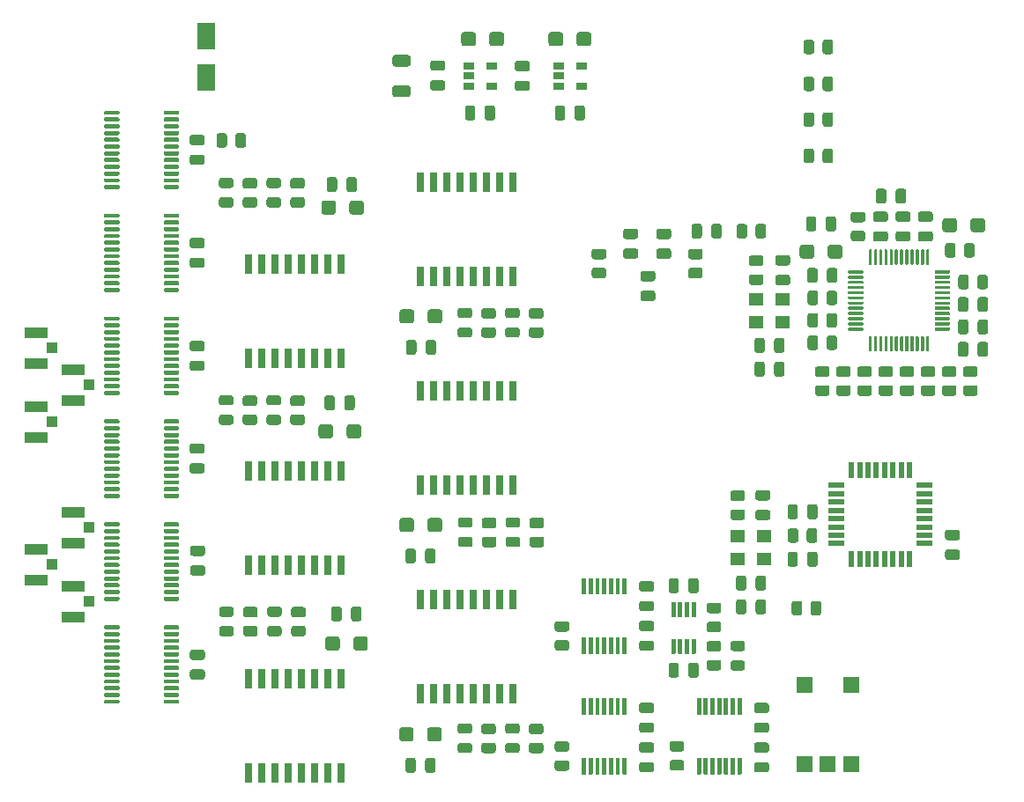
<source format=gtp>
G04 #@! TF.GenerationSoftware,KiCad,Pcbnew,(5.1.12)-1*
G04 #@! TF.CreationDate,2022-03-28T13:46:33+08:00*
G04 #@! TF.ProjectId,spi_mux_demo_board,7370695f-6d75-4785-9f64-656d6f5f626f,rev?*
G04 #@! TF.SameCoordinates,Original*
G04 #@! TF.FileFunction,Paste,Top*
G04 #@! TF.FilePolarity,Positive*
%FSLAX46Y46*%
G04 Gerber Fmt 4.6, Leading zero omitted, Abs format (unit mm)*
G04 Created by KiCad (PCBNEW (5.1.12)-1) date 2022-03-28 13:46:33*
%MOMM*%
%LPD*%
G01*
G04 APERTURE LIST*
%ADD10R,1.050000X1.050000*%
%ADD11R,2.200000X1.050000*%
%ADD12R,1.400000X1.200000*%
%ADD13R,0.550000X1.600000*%
%ADD14R,1.600000X0.550000*%
%ADD15R,1.060000X0.650000*%
%ADD16R,0.640000X1.930000*%
%ADD17R,1.800000X2.500000*%
%ADD18R,1.600000X1.600000*%
G04 APERTURE END LIST*
G36*
G01*
X164879000Y-120186000D02*
X165239000Y-120186000D01*
G75*
G02*
X165259000Y-120206000I0J-20000D01*
G01*
X165259000Y-121586000D01*
G75*
G02*
X165239000Y-121606000I-20000J0D01*
G01*
X164879000Y-121606000D01*
G75*
G02*
X164859000Y-121586000I0J20000D01*
G01*
X164859000Y-120206000D01*
G75*
G02*
X164879000Y-120186000I20000J0D01*
G01*
G37*
G36*
G01*
X164229000Y-120186000D02*
X164589000Y-120186000D01*
G75*
G02*
X164609000Y-120206000I0J-20000D01*
G01*
X164609000Y-121586000D01*
G75*
G02*
X164589000Y-121606000I-20000J0D01*
G01*
X164229000Y-121606000D01*
G75*
G02*
X164209000Y-121586000I0J20000D01*
G01*
X164209000Y-120206000D01*
G75*
G02*
X164229000Y-120186000I20000J0D01*
G01*
G37*
G36*
G01*
X163579000Y-120186000D02*
X163939000Y-120186000D01*
G75*
G02*
X163959000Y-120206000I0J-20000D01*
G01*
X163959000Y-121586000D01*
G75*
G02*
X163939000Y-121606000I-20000J0D01*
G01*
X163579000Y-121606000D01*
G75*
G02*
X163559000Y-121586000I0J20000D01*
G01*
X163559000Y-120206000D01*
G75*
G02*
X163579000Y-120186000I20000J0D01*
G01*
G37*
G36*
G01*
X162929000Y-120186000D02*
X163289000Y-120186000D01*
G75*
G02*
X163309000Y-120206000I0J-20000D01*
G01*
X163309000Y-121586000D01*
G75*
G02*
X163289000Y-121606000I-20000J0D01*
G01*
X162929000Y-121606000D01*
G75*
G02*
X162909000Y-121586000I0J20000D01*
G01*
X162909000Y-120206000D01*
G75*
G02*
X162929000Y-120186000I20000J0D01*
G01*
G37*
G36*
G01*
X162929000Y-116646000D02*
X163289000Y-116646000D01*
G75*
G02*
X163309000Y-116666000I0J-20000D01*
G01*
X163309000Y-118046000D01*
G75*
G02*
X163289000Y-118066000I-20000J0D01*
G01*
X162929000Y-118066000D01*
G75*
G02*
X162909000Y-118046000I0J20000D01*
G01*
X162909000Y-116666000D01*
G75*
G02*
X162929000Y-116646000I20000J0D01*
G01*
G37*
G36*
G01*
X163579000Y-116646000D02*
X163939000Y-116646000D01*
G75*
G02*
X163959000Y-116666000I0J-20000D01*
G01*
X163959000Y-118046000D01*
G75*
G02*
X163939000Y-118066000I-20000J0D01*
G01*
X163579000Y-118066000D01*
G75*
G02*
X163559000Y-118046000I0J20000D01*
G01*
X163559000Y-116666000D01*
G75*
G02*
X163579000Y-116646000I20000J0D01*
G01*
G37*
G36*
G01*
X164229000Y-116646000D02*
X164589000Y-116646000D01*
G75*
G02*
X164609000Y-116666000I0J-20000D01*
G01*
X164609000Y-118046000D01*
G75*
G02*
X164589000Y-118066000I-20000J0D01*
G01*
X164229000Y-118066000D01*
G75*
G02*
X164209000Y-118046000I0J20000D01*
G01*
X164209000Y-116666000D01*
G75*
G02*
X164229000Y-116646000I20000J0D01*
G01*
G37*
G36*
G01*
X164879000Y-116646000D02*
X165239000Y-116646000D01*
G75*
G02*
X165259000Y-116666000I0J-20000D01*
G01*
X165259000Y-118046000D01*
G75*
G02*
X165239000Y-118066000I-20000J0D01*
G01*
X164879000Y-118066000D01*
G75*
G02*
X164859000Y-118046000I0J20000D01*
G01*
X164859000Y-116666000D01*
G75*
G02*
X164879000Y-116646000I20000J0D01*
G01*
G37*
G36*
G01*
X158229500Y-131625000D02*
X158598500Y-131625000D01*
G75*
G02*
X158619000Y-131645500I0J-20500D01*
G01*
X158619000Y-133174500D01*
G75*
G02*
X158598500Y-133195000I-20500J0D01*
G01*
X158229500Y-133195000D01*
G75*
G02*
X158209000Y-133174500I0J20500D01*
G01*
X158209000Y-131645500D01*
G75*
G02*
X158229500Y-131625000I20500J0D01*
G01*
G37*
G36*
G01*
X157579500Y-131625000D02*
X157948500Y-131625000D01*
G75*
G02*
X157969000Y-131645500I0J-20500D01*
G01*
X157969000Y-133174500D01*
G75*
G02*
X157948500Y-133195000I-20500J0D01*
G01*
X157579500Y-133195000D01*
G75*
G02*
X157559000Y-133174500I0J20500D01*
G01*
X157559000Y-131645500D01*
G75*
G02*
X157579500Y-131625000I20500J0D01*
G01*
G37*
G36*
G01*
X156929500Y-131625000D02*
X157298500Y-131625000D01*
G75*
G02*
X157319000Y-131645500I0J-20500D01*
G01*
X157319000Y-133174500D01*
G75*
G02*
X157298500Y-133195000I-20500J0D01*
G01*
X156929500Y-133195000D01*
G75*
G02*
X156909000Y-133174500I0J20500D01*
G01*
X156909000Y-131645500D01*
G75*
G02*
X156929500Y-131625000I20500J0D01*
G01*
G37*
G36*
G01*
X156279500Y-131625000D02*
X156648500Y-131625000D01*
G75*
G02*
X156669000Y-131645500I0J-20500D01*
G01*
X156669000Y-133174500D01*
G75*
G02*
X156648500Y-133195000I-20500J0D01*
G01*
X156279500Y-133195000D01*
G75*
G02*
X156259000Y-133174500I0J20500D01*
G01*
X156259000Y-131645500D01*
G75*
G02*
X156279500Y-131625000I20500J0D01*
G01*
G37*
G36*
G01*
X155629500Y-131625000D02*
X155998500Y-131625000D01*
G75*
G02*
X156019000Y-131645500I0J-20500D01*
G01*
X156019000Y-133174500D01*
G75*
G02*
X155998500Y-133195000I-20500J0D01*
G01*
X155629500Y-133195000D01*
G75*
G02*
X155609000Y-133174500I0J20500D01*
G01*
X155609000Y-131645500D01*
G75*
G02*
X155629500Y-131625000I20500J0D01*
G01*
G37*
G36*
G01*
X154979500Y-131625000D02*
X155348500Y-131625000D01*
G75*
G02*
X155369000Y-131645500I0J-20500D01*
G01*
X155369000Y-133174500D01*
G75*
G02*
X155348500Y-133195000I-20500J0D01*
G01*
X154979500Y-133195000D01*
G75*
G02*
X154959000Y-133174500I0J20500D01*
G01*
X154959000Y-131645500D01*
G75*
G02*
X154979500Y-131625000I20500J0D01*
G01*
G37*
G36*
G01*
X154329500Y-131625000D02*
X154698500Y-131625000D01*
G75*
G02*
X154719000Y-131645500I0J-20500D01*
G01*
X154719000Y-133174500D01*
G75*
G02*
X154698500Y-133195000I-20500J0D01*
G01*
X154329500Y-133195000D01*
G75*
G02*
X154309000Y-133174500I0J20500D01*
G01*
X154309000Y-131645500D01*
G75*
G02*
X154329500Y-131625000I20500J0D01*
G01*
G37*
G36*
G01*
X154329500Y-125885000D02*
X154698500Y-125885000D01*
G75*
G02*
X154719000Y-125905500I0J-20500D01*
G01*
X154719000Y-127434500D01*
G75*
G02*
X154698500Y-127455000I-20500J0D01*
G01*
X154329500Y-127455000D01*
G75*
G02*
X154309000Y-127434500I0J20500D01*
G01*
X154309000Y-125905500D01*
G75*
G02*
X154329500Y-125885000I20500J0D01*
G01*
G37*
G36*
G01*
X154979500Y-125885000D02*
X155348500Y-125885000D01*
G75*
G02*
X155369000Y-125905500I0J-20500D01*
G01*
X155369000Y-127434500D01*
G75*
G02*
X155348500Y-127455000I-20500J0D01*
G01*
X154979500Y-127455000D01*
G75*
G02*
X154959000Y-127434500I0J20500D01*
G01*
X154959000Y-125905500D01*
G75*
G02*
X154979500Y-125885000I20500J0D01*
G01*
G37*
G36*
G01*
X155629500Y-125885000D02*
X155998500Y-125885000D01*
G75*
G02*
X156019000Y-125905500I0J-20500D01*
G01*
X156019000Y-127434500D01*
G75*
G02*
X155998500Y-127455000I-20500J0D01*
G01*
X155629500Y-127455000D01*
G75*
G02*
X155609000Y-127434500I0J20500D01*
G01*
X155609000Y-125905500D01*
G75*
G02*
X155629500Y-125885000I20500J0D01*
G01*
G37*
G36*
G01*
X156279500Y-125885000D02*
X156648500Y-125885000D01*
G75*
G02*
X156669000Y-125905500I0J-20500D01*
G01*
X156669000Y-127434500D01*
G75*
G02*
X156648500Y-127455000I-20500J0D01*
G01*
X156279500Y-127455000D01*
G75*
G02*
X156259000Y-127434500I0J20500D01*
G01*
X156259000Y-125905500D01*
G75*
G02*
X156279500Y-125885000I20500J0D01*
G01*
G37*
G36*
G01*
X156929500Y-125885000D02*
X157298500Y-125885000D01*
G75*
G02*
X157319000Y-125905500I0J-20500D01*
G01*
X157319000Y-127434500D01*
G75*
G02*
X157298500Y-127455000I-20500J0D01*
G01*
X156929500Y-127455000D01*
G75*
G02*
X156909000Y-127434500I0J20500D01*
G01*
X156909000Y-125905500D01*
G75*
G02*
X156929500Y-125885000I20500J0D01*
G01*
G37*
G36*
G01*
X157579500Y-125885000D02*
X157948500Y-125885000D01*
G75*
G02*
X157969000Y-125905500I0J-20500D01*
G01*
X157969000Y-127434500D01*
G75*
G02*
X157948500Y-127455000I-20500J0D01*
G01*
X157579500Y-127455000D01*
G75*
G02*
X157559000Y-127434500I0J20500D01*
G01*
X157559000Y-125905500D01*
G75*
G02*
X157579500Y-125885000I20500J0D01*
G01*
G37*
G36*
G01*
X158229500Y-125885000D02*
X158598500Y-125885000D01*
G75*
G02*
X158619000Y-125905500I0J-20500D01*
G01*
X158619000Y-127434500D01*
G75*
G02*
X158598500Y-127455000I-20500J0D01*
G01*
X158229500Y-127455000D01*
G75*
G02*
X158209000Y-127434500I0J20500D01*
G01*
X158209000Y-125905500D01*
G75*
G02*
X158229500Y-125885000I20500J0D01*
G01*
G37*
G36*
G01*
X169278500Y-131625000D02*
X169647500Y-131625000D01*
G75*
G02*
X169668000Y-131645500I0J-20500D01*
G01*
X169668000Y-133174500D01*
G75*
G02*
X169647500Y-133195000I-20500J0D01*
G01*
X169278500Y-133195000D01*
G75*
G02*
X169258000Y-133174500I0J20500D01*
G01*
X169258000Y-131645500D01*
G75*
G02*
X169278500Y-131625000I20500J0D01*
G01*
G37*
G36*
G01*
X168628500Y-131625000D02*
X168997500Y-131625000D01*
G75*
G02*
X169018000Y-131645500I0J-20500D01*
G01*
X169018000Y-133174500D01*
G75*
G02*
X168997500Y-133195000I-20500J0D01*
G01*
X168628500Y-133195000D01*
G75*
G02*
X168608000Y-133174500I0J20500D01*
G01*
X168608000Y-131645500D01*
G75*
G02*
X168628500Y-131625000I20500J0D01*
G01*
G37*
G36*
G01*
X167978500Y-131625000D02*
X168347500Y-131625000D01*
G75*
G02*
X168368000Y-131645500I0J-20500D01*
G01*
X168368000Y-133174500D01*
G75*
G02*
X168347500Y-133195000I-20500J0D01*
G01*
X167978500Y-133195000D01*
G75*
G02*
X167958000Y-133174500I0J20500D01*
G01*
X167958000Y-131645500D01*
G75*
G02*
X167978500Y-131625000I20500J0D01*
G01*
G37*
G36*
G01*
X167328500Y-131625000D02*
X167697500Y-131625000D01*
G75*
G02*
X167718000Y-131645500I0J-20500D01*
G01*
X167718000Y-133174500D01*
G75*
G02*
X167697500Y-133195000I-20500J0D01*
G01*
X167328500Y-133195000D01*
G75*
G02*
X167308000Y-133174500I0J20500D01*
G01*
X167308000Y-131645500D01*
G75*
G02*
X167328500Y-131625000I20500J0D01*
G01*
G37*
G36*
G01*
X166678500Y-131625000D02*
X167047500Y-131625000D01*
G75*
G02*
X167068000Y-131645500I0J-20500D01*
G01*
X167068000Y-133174500D01*
G75*
G02*
X167047500Y-133195000I-20500J0D01*
G01*
X166678500Y-133195000D01*
G75*
G02*
X166658000Y-133174500I0J20500D01*
G01*
X166658000Y-131645500D01*
G75*
G02*
X166678500Y-131625000I20500J0D01*
G01*
G37*
G36*
G01*
X166028500Y-131625000D02*
X166397500Y-131625000D01*
G75*
G02*
X166418000Y-131645500I0J-20500D01*
G01*
X166418000Y-133174500D01*
G75*
G02*
X166397500Y-133195000I-20500J0D01*
G01*
X166028500Y-133195000D01*
G75*
G02*
X166008000Y-133174500I0J20500D01*
G01*
X166008000Y-131645500D01*
G75*
G02*
X166028500Y-131625000I20500J0D01*
G01*
G37*
G36*
G01*
X165378500Y-131625000D02*
X165747500Y-131625000D01*
G75*
G02*
X165768000Y-131645500I0J-20500D01*
G01*
X165768000Y-133174500D01*
G75*
G02*
X165747500Y-133195000I-20500J0D01*
G01*
X165378500Y-133195000D01*
G75*
G02*
X165358000Y-133174500I0J20500D01*
G01*
X165358000Y-131645500D01*
G75*
G02*
X165378500Y-131625000I20500J0D01*
G01*
G37*
G36*
G01*
X165378500Y-125885000D02*
X165747500Y-125885000D01*
G75*
G02*
X165768000Y-125905500I0J-20500D01*
G01*
X165768000Y-127434500D01*
G75*
G02*
X165747500Y-127455000I-20500J0D01*
G01*
X165378500Y-127455000D01*
G75*
G02*
X165358000Y-127434500I0J20500D01*
G01*
X165358000Y-125905500D01*
G75*
G02*
X165378500Y-125885000I20500J0D01*
G01*
G37*
G36*
G01*
X166028500Y-125885000D02*
X166397500Y-125885000D01*
G75*
G02*
X166418000Y-125905500I0J-20500D01*
G01*
X166418000Y-127434500D01*
G75*
G02*
X166397500Y-127455000I-20500J0D01*
G01*
X166028500Y-127455000D01*
G75*
G02*
X166008000Y-127434500I0J20500D01*
G01*
X166008000Y-125905500D01*
G75*
G02*
X166028500Y-125885000I20500J0D01*
G01*
G37*
G36*
G01*
X166678500Y-125885000D02*
X167047500Y-125885000D01*
G75*
G02*
X167068000Y-125905500I0J-20500D01*
G01*
X167068000Y-127434500D01*
G75*
G02*
X167047500Y-127455000I-20500J0D01*
G01*
X166678500Y-127455000D01*
G75*
G02*
X166658000Y-127434500I0J20500D01*
G01*
X166658000Y-125905500D01*
G75*
G02*
X166678500Y-125885000I20500J0D01*
G01*
G37*
G36*
G01*
X167328500Y-125885000D02*
X167697500Y-125885000D01*
G75*
G02*
X167718000Y-125905500I0J-20500D01*
G01*
X167718000Y-127434500D01*
G75*
G02*
X167697500Y-127455000I-20500J0D01*
G01*
X167328500Y-127455000D01*
G75*
G02*
X167308000Y-127434500I0J20500D01*
G01*
X167308000Y-125905500D01*
G75*
G02*
X167328500Y-125885000I20500J0D01*
G01*
G37*
G36*
G01*
X167978500Y-125885000D02*
X168347500Y-125885000D01*
G75*
G02*
X168368000Y-125905500I0J-20500D01*
G01*
X168368000Y-127434500D01*
G75*
G02*
X168347500Y-127455000I-20500J0D01*
G01*
X167978500Y-127455000D01*
G75*
G02*
X167958000Y-127434500I0J20500D01*
G01*
X167958000Y-125905500D01*
G75*
G02*
X167978500Y-125885000I20500J0D01*
G01*
G37*
G36*
G01*
X168628500Y-125885000D02*
X168997500Y-125885000D01*
G75*
G02*
X169018000Y-125905500I0J-20500D01*
G01*
X169018000Y-127434500D01*
G75*
G02*
X168997500Y-127455000I-20500J0D01*
G01*
X168628500Y-127455000D01*
G75*
G02*
X168608000Y-127434500I0J20500D01*
G01*
X168608000Y-125905500D01*
G75*
G02*
X168628500Y-125885000I20500J0D01*
G01*
G37*
G36*
G01*
X169278500Y-125885000D02*
X169647500Y-125885000D01*
G75*
G02*
X169668000Y-125905500I0J-20500D01*
G01*
X169668000Y-127434500D01*
G75*
G02*
X169647500Y-127455000I-20500J0D01*
G01*
X169278500Y-127455000D01*
G75*
G02*
X169258000Y-127434500I0J20500D01*
G01*
X169258000Y-125905500D01*
G75*
G02*
X169278500Y-125885000I20500J0D01*
G01*
G37*
G36*
G01*
X158229500Y-120068000D02*
X158598500Y-120068000D01*
G75*
G02*
X158619000Y-120088500I0J-20500D01*
G01*
X158619000Y-121617500D01*
G75*
G02*
X158598500Y-121638000I-20500J0D01*
G01*
X158229500Y-121638000D01*
G75*
G02*
X158209000Y-121617500I0J20500D01*
G01*
X158209000Y-120088500D01*
G75*
G02*
X158229500Y-120068000I20500J0D01*
G01*
G37*
G36*
G01*
X157579500Y-120068000D02*
X157948500Y-120068000D01*
G75*
G02*
X157969000Y-120088500I0J-20500D01*
G01*
X157969000Y-121617500D01*
G75*
G02*
X157948500Y-121638000I-20500J0D01*
G01*
X157579500Y-121638000D01*
G75*
G02*
X157559000Y-121617500I0J20500D01*
G01*
X157559000Y-120088500D01*
G75*
G02*
X157579500Y-120068000I20500J0D01*
G01*
G37*
G36*
G01*
X156929500Y-120068000D02*
X157298500Y-120068000D01*
G75*
G02*
X157319000Y-120088500I0J-20500D01*
G01*
X157319000Y-121617500D01*
G75*
G02*
X157298500Y-121638000I-20500J0D01*
G01*
X156929500Y-121638000D01*
G75*
G02*
X156909000Y-121617500I0J20500D01*
G01*
X156909000Y-120088500D01*
G75*
G02*
X156929500Y-120068000I20500J0D01*
G01*
G37*
G36*
G01*
X156279500Y-120068000D02*
X156648500Y-120068000D01*
G75*
G02*
X156669000Y-120088500I0J-20500D01*
G01*
X156669000Y-121617500D01*
G75*
G02*
X156648500Y-121638000I-20500J0D01*
G01*
X156279500Y-121638000D01*
G75*
G02*
X156259000Y-121617500I0J20500D01*
G01*
X156259000Y-120088500D01*
G75*
G02*
X156279500Y-120068000I20500J0D01*
G01*
G37*
G36*
G01*
X155629500Y-120068000D02*
X155998500Y-120068000D01*
G75*
G02*
X156019000Y-120088500I0J-20500D01*
G01*
X156019000Y-121617500D01*
G75*
G02*
X155998500Y-121638000I-20500J0D01*
G01*
X155629500Y-121638000D01*
G75*
G02*
X155609000Y-121617500I0J20500D01*
G01*
X155609000Y-120088500D01*
G75*
G02*
X155629500Y-120068000I20500J0D01*
G01*
G37*
G36*
G01*
X154979500Y-120068000D02*
X155348500Y-120068000D01*
G75*
G02*
X155369000Y-120088500I0J-20500D01*
G01*
X155369000Y-121617500D01*
G75*
G02*
X155348500Y-121638000I-20500J0D01*
G01*
X154979500Y-121638000D01*
G75*
G02*
X154959000Y-121617500I0J20500D01*
G01*
X154959000Y-120088500D01*
G75*
G02*
X154979500Y-120068000I20500J0D01*
G01*
G37*
G36*
G01*
X154329500Y-120068000D02*
X154698500Y-120068000D01*
G75*
G02*
X154719000Y-120088500I0J-20500D01*
G01*
X154719000Y-121617500D01*
G75*
G02*
X154698500Y-121638000I-20500J0D01*
G01*
X154329500Y-121638000D01*
G75*
G02*
X154309000Y-121617500I0J20500D01*
G01*
X154309000Y-120088500D01*
G75*
G02*
X154329500Y-120068000I20500J0D01*
G01*
G37*
G36*
G01*
X154329500Y-114328000D02*
X154698500Y-114328000D01*
G75*
G02*
X154719000Y-114348500I0J-20500D01*
G01*
X154719000Y-115877500D01*
G75*
G02*
X154698500Y-115898000I-20500J0D01*
G01*
X154329500Y-115898000D01*
G75*
G02*
X154309000Y-115877500I0J20500D01*
G01*
X154309000Y-114348500D01*
G75*
G02*
X154329500Y-114328000I20500J0D01*
G01*
G37*
G36*
G01*
X154979500Y-114328000D02*
X155348500Y-114328000D01*
G75*
G02*
X155369000Y-114348500I0J-20500D01*
G01*
X155369000Y-115877500D01*
G75*
G02*
X155348500Y-115898000I-20500J0D01*
G01*
X154979500Y-115898000D01*
G75*
G02*
X154959000Y-115877500I0J20500D01*
G01*
X154959000Y-114348500D01*
G75*
G02*
X154979500Y-114328000I20500J0D01*
G01*
G37*
G36*
G01*
X155629500Y-114328000D02*
X155998500Y-114328000D01*
G75*
G02*
X156019000Y-114348500I0J-20500D01*
G01*
X156019000Y-115877500D01*
G75*
G02*
X155998500Y-115898000I-20500J0D01*
G01*
X155629500Y-115898000D01*
G75*
G02*
X155609000Y-115877500I0J20500D01*
G01*
X155609000Y-114348500D01*
G75*
G02*
X155629500Y-114328000I20500J0D01*
G01*
G37*
G36*
G01*
X156279500Y-114328000D02*
X156648500Y-114328000D01*
G75*
G02*
X156669000Y-114348500I0J-20500D01*
G01*
X156669000Y-115877500D01*
G75*
G02*
X156648500Y-115898000I-20500J0D01*
G01*
X156279500Y-115898000D01*
G75*
G02*
X156259000Y-115877500I0J20500D01*
G01*
X156259000Y-114348500D01*
G75*
G02*
X156279500Y-114328000I20500J0D01*
G01*
G37*
G36*
G01*
X156929500Y-114328000D02*
X157298500Y-114328000D01*
G75*
G02*
X157319000Y-114348500I0J-20500D01*
G01*
X157319000Y-115877500D01*
G75*
G02*
X157298500Y-115898000I-20500J0D01*
G01*
X156929500Y-115898000D01*
G75*
G02*
X156909000Y-115877500I0J20500D01*
G01*
X156909000Y-114348500D01*
G75*
G02*
X156929500Y-114328000I20500J0D01*
G01*
G37*
G36*
G01*
X157579500Y-114328000D02*
X157948500Y-114328000D01*
G75*
G02*
X157969000Y-114348500I0J-20500D01*
G01*
X157969000Y-115877500D01*
G75*
G02*
X157948500Y-115898000I-20500J0D01*
G01*
X157579500Y-115898000D01*
G75*
G02*
X157559000Y-115877500I0J20500D01*
G01*
X157559000Y-114348500D01*
G75*
G02*
X157579500Y-114328000I20500J0D01*
G01*
G37*
G36*
G01*
X158229500Y-114328000D02*
X158598500Y-114328000D01*
G75*
G02*
X158619000Y-114348500I0J-20500D01*
G01*
X158619000Y-115877500D01*
G75*
G02*
X158598500Y-115898000I-20500J0D01*
G01*
X158229500Y-115898000D01*
G75*
G02*
X158209000Y-115877500I0J20500D01*
G01*
X158209000Y-114348500D01*
G75*
G02*
X158229500Y-114328000I20500J0D01*
G01*
G37*
G36*
G01*
X136357199Y-66940000D02*
X137607201Y-66940000D01*
G75*
G02*
X137857200Y-67189999I0J-249999D01*
G01*
X137857200Y-67815001D01*
G75*
G02*
X137607201Y-68065000I-249999J0D01*
G01*
X136357199Y-68065000D01*
G75*
G02*
X136107200Y-67815001I0J249999D01*
G01*
X136107200Y-67189999D01*
G75*
G02*
X136357199Y-66940000I249999J0D01*
G01*
G37*
G36*
G01*
X136357199Y-64015000D02*
X137607201Y-64015000D01*
G75*
G02*
X137857200Y-64264999I0J-249999D01*
G01*
X137857200Y-64890001D01*
G75*
G02*
X137607201Y-65140000I-249999J0D01*
G01*
X136357199Y-65140000D01*
G75*
G02*
X136107200Y-64890001I0J249999D01*
G01*
X136107200Y-64264999D01*
G75*
G02*
X136357199Y-64015000I249999J0D01*
G01*
G37*
D10*
X106985000Y-116586000D03*
D11*
X105410000Y-115111000D03*
X105410000Y-118061000D03*
D10*
X103429000Y-113030000D03*
D11*
X101854000Y-111555000D03*
X101854000Y-114505000D03*
D10*
X106985000Y-109474000D03*
D11*
X105410000Y-107999000D03*
X105410000Y-110949000D03*
D10*
X106985000Y-95758000D03*
D11*
X105410000Y-94283000D03*
X105410000Y-97233000D03*
D10*
X103429000Y-92202000D03*
D11*
X101854000Y-90727000D03*
X101854000Y-93677000D03*
D10*
X103429000Y-99314000D03*
D11*
X101854000Y-97839000D03*
X101854000Y-100789000D03*
G36*
G01*
X126638899Y-118916400D02*
X127538901Y-118916400D01*
G75*
G02*
X127788900Y-119166399I0J-249999D01*
G01*
X127788900Y-119691401D01*
G75*
G02*
X127538901Y-119941400I-249999J0D01*
G01*
X126638899Y-119941400D01*
G75*
G02*
X126388900Y-119691401I0J249999D01*
G01*
X126388900Y-119166399D01*
G75*
G02*
X126638899Y-118916400I249999J0D01*
G01*
G37*
G36*
G01*
X126638899Y-117091400D02*
X127538901Y-117091400D01*
G75*
G02*
X127788900Y-117341399I0J-249999D01*
G01*
X127788900Y-117866401D01*
G75*
G02*
X127538901Y-118116400I-249999J0D01*
G01*
X126638899Y-118116400D01*
G75*
G02*
X126388900Y-117866401I0J249999D01*
G01*
X126388900Y-117341399D01*
G75*
G02*
X126638899Y-117091400I249999J0D01*
G01*
G37*
G36*
G01*
X122024565Y-118916400D02*
X122924567Y-118916400D01*
G75*
G02*
X123174566Y-119166399I0J-249999D01*
G01*
X123174566Y-119691401D01*
G75*
G02*
X122924567Y-119941400I-249999J0D01*
G01*
X122024565Y-119941400D01*
G75*
G02*
X121774566Y-119691401I0J249999D01*
G01*
X121774566Y-119166399D01*
G75*
G02*
X122024565Y-118916400I249999J0D01*
G01*
G37*
G36*
G01*
X122024565Y-117091400D02*
X122924567Y-117091400D01*
G75*
G02*
X123174566Y-117341399I0J-249999D01*
G01*
X123174566Y-117866401D01*
G75*
G02*
X122924567Y-118116400I-249999J0D01*
G01*
X122024565Y-118116400D01*
G75*
G02*
X121774566Y-117866401I0J249999D01*
G01*
X121774566Y-117341399D01*
G75*
G02*
X122024565Y-117091400I249999J0D01*
G01*
G37*
G36*
G01*
X150373501Y-129350500D02*
X149473499Y-129350500D01*
G75*
G02*
X149223500Y-129100501I0J249999D01*
G01*
X149223500Y-128575499D01*
G75*
G02*
X149473499Y-128325500I249999J0D01*
G01*
X150373501Y-128325500D01*
G75*
G02*
X150623500Y-128575499I0J-249999D01*
G01*
X150623500Y-129100501D01*
G75*
G02*
X150373501Y-129350500I-249999J0D01*
G01*
G37*
G36*
G01*
X150373501Y-131175500D02*
X149473499Y-131175500D01*
G75*
G02*
X149223500Y-130925501I0J249999D01*
G01*
X149223500Y-130400499D01*
G75*
G02*
X149473499Y-130150500I249999J0D01*
G01*
X150373501Y-130150500D01*
G75*
G02*
X150623500Y-130400499I0J-249999D01*
G01*
X150623500Y-130925501D01*
G75*
G02*
X150373501Y-131175500I-249999J0D01*
G01*
G37*
G36*
G01*
X144901499Y-130150500D02*
X145801501Y-130150500D01*
G75*
G02*
X146051500Y-130400499I0J-249999D01*
G01*
X146051500Y-130925501D01*
G75*
G02*
X145801501Y-131175500I-249999J0D01*
G01*
X144901499Y-131175500D01*
G75*
G02*
X144651500Y-130925501I0J249999D01*
G01*
X144651500Y-130400499D01*
G75*
G02*
X144901499Y-130150500I249999J0D01*
G01*
G37*
G36*
G01*
X144901499Y-128325500D02*
X145801501Y-128325500D01*
G75*
G02*
X146051500Y-128575499I0J-249999D01*
G01*
X146051500Y-129100501D01*
G75*
G02*
X145801501Y-129350500I-249999J0D01*
G01*
X144901499Y-129350500D01*
G75*
G02*
X144651500Y-129100501I0J249999D01*
G01*
X144651500Y-128575499D01*
G75*
G02*
X144901499Y-128325500I249999J0D01*
G01*
G37*
G36*
G01*
X150437001Y-109538500D02*
X149536999Y-109538500D01*
G75*
G02*
X149287000Y-109288501I0J249999D01*
G01*
X149287000Y-108763499D01*
G75*
G02*
X149536999Y-108513500I249999J0D01*
G01*
X150437001Y-108513500D01*
G75*
G02*
X150687000Y-108763499I0J-249999D01*
G01*
X150687000Y-109288501D01*
G75*
G02*
X150437001Y-109538500I-249999J0D01*
G01*
G37*
G36*
G01*
X150437001Y-111363500D02*
X149536999Y-111363500D01*
G75*
G02*
X149287000Y-111113501I0J249999D01*
G01*
X149287000Y-110588499D01*
G75*
G02*
X149536999Y-110338500I249999J0D01*
G01*
X150437001Y-110338500D01*
G75*
G02*
X150687000Y-110588499I0J-249999D01*
G01*
X150687000Y-111113501D01*
G75*
G02*
X150437001Y-111363500I-249999J0D01*
G01*
G37*
G36*
G01*
X145865001Y-109538500D02*
X144964999Y-109538500D01*
G75*
G02*
X144715000Y-109288501I0J249999D01*
G01*
X144715000Y-108763499D01*
G75*
G02*
X144964999Y-108513500I249999J0D01*
G01*
X145865001Y-108513500D01*
G75*
G02*
X146115000Y-108763499I0J-249999D01*
G01*
X146115000Y-109288501D01*
G75*
G02*
X145865001Y-109538500I-249999J0D01*
G01*
G37*
G36*
G01*
X145865001Y-111363500D02*
X144964999Y-111363500D01*
G75*
G02*
X144715000Y-111113501I0J249999D01*
G01*
X144715000Y-110588499D01*
G75*
G02*
X144964999Y-110338500I249999J0D01*
G01*
X145865001Y-110338500D01*
G75*
G02*
X146115000Y-110588499I0J-249999D01*
G01*
X146115000Y-111113501D01*
G75*
G02*
X145865001Y-111363500I-249999J0D01*
G01*
G37*
G36*
G01*
X126549999Y-98583700D02*
X127450001Y-98583700D01*
G75*
G02*
X127700000Y-98833699I0J-249999D01*
G01*
X127700000Y-99358701D01*
G75*
G02*
X127450001Y-99608700I-249999J0D01*
G01*
X126549999Y-99608700D01*
G75*
G02*
X126300000Y-99358701I0J249999D01*
G01*
X126300000Y-98833699D01*
G75*
G02*
X126549999Y-98583700I249999J0D01*
G01*
G37*
G36*
G01*
X126549999Y-96758700D02*
X127450001Y-96758700D01*
G75*
G02*
X127700000Y-97008699I0J-249999D01*
G01*
X127700000Y-97533701D01*
G75*
G02*
X127450001Y-97783700I-249999J0D01*
G01*
X126549999Y-97783700D01*
G75*
G02*
X126300000Y-97533701I0J249999D01*
G01*
X126300000Y-97008699D01*
G75*
G02*
X126549999Y-96758700I249999J0D01*
G01*
G37*
G36*
G01*
X121977999Y-98583700D02*
X122878001Y-98583700D01*
G75*
G02*
X123128000Y-98833699I0J-249999D01*
G01*
X123128000Y-99358701D01*
G75*
G02*
X122878001Y-99608700I-249999J0D01*
G01*
X121977999Y-99608700D01*
G75*
G02*
X121728000Y-99358701I0J249999D01*
G01*
X121728000Y-98833699D01*
G75*
G02*
X121977999Y-98583700I249999J0D01*
G01*
G37*
G36*
G01*
X121977999Y-96758700D02*
X122878001Y-96758700D01*
G75*
G02*
X123128000Y-97008699I0J-249999D01*
G01*
X123128000Y-97533701D01*
G75*
G02*
X122878001Y-97783700I-249999J0D01*
G01*
X121977999Y-97783700D01*
G75*
G02*
X121728000Y-97533701I0J249999D01*
G01*
X121728000Y-97008699D01*
G75*
G02*
X121977999Y-96758700I249999J0D01*
G01*
G37*
G36*
G01*
X150373501Y-89389000D02*
X149473499Y-89389000D01*
G75*
G02*
X149223500Y-89139001I0J249999D01*
G01*
X149223500Y-88613999D01*
G75*
G02*
X149473499Y-88364000I249999J0D01*
G01*
X150373501Y-88364000D01*
G75*
G02*
X150623500Y-88613999I0J-249999D01*
G01*
X150623500Y-89139001D01*
G75*
G02*
X150373501Y-89389000I-249999J0D01*
G01*
G37*
G36*
G01*
X150373501Y-91214000D02*
X149473499Y-91214000D01*
G75*
G02*
X149223500Y-90964001I0J249999D01*
G01*
X149223500Y-90438999D01*
G75*
G02*
X149473499Y-90189000I249999J0D01*
G01*
X150373501Y-90189000D01*
G75*
G02*
X150623500Y-90438999I0J-249999D01*
G01*
X150623500Y-90964001D01*
G75*
G02*
X150373501Y-91214000I-249999J0D01*
G01*
G37*
G36*
G01*
X145801501Y-89389000D02*
X144901499Y-89389000D01*
G75*
G02*
X144651500Y-89139001I0J249999D01*
G01*
X144651500Y-88613999D01*
G75*
G02*
X144901499Y-88364000I249999J0D01*
G01*
X145801501Y-88364000D01*
G75*
G02*
X146051500Y-88613999I0J-249999D01*
G01*
X146051500Y-89139001D01*
G75*
G02*
X145801501Y-89389000I-249999J0D01*
G01*
G37*
G36*
G01*
X145801501Y-91214000D02*
X144901499Y-91214000D01*
G75*
G02*
X144651500Y-90964001I0J249999D01*
G01*
X144651500Y-90438999D01*
G75*
G02*
X144901499Y-90189000I249999J0D01*
G01*
X145801501Y-90189000D01*
G75*
G02*
X146051500Y-90438999I0J-249999D01*
G01*
X146051500Y-90964001D01*
G75*
G02*
X145801501Y-91214000I-249999J0D01*
G01*
G37*
G36*
G01*
X127450001Y-76879500D02*
X126549999Y-76879500D01*
G75*
G02*
X126300000Y-76629501I0J249999D01*
G01*
X126300000Y-76104499D01*
G75*
G02*
X126549999Y-75854500I249999J0D01*
G01*
X127450001Y-75854500D01*
G75*
G02*
X127700000Y-76104499I0J-249999D01*
G01*
X127700000Y-76629501D01*
G75*
G02*
X127450001Y-76879500I-249999J0D01*
G01*
G37*
G36*
G01*
X127450001Y-78704500D02*
X126549999Y-78704500D01*
G75*
G02*
X126300000Y-78454501I0J249999D01*
G01*
X126300000Y-77929499D01*
G75*
G02*
X126549999Y-77679500I249999J0D01*
G01*
X127450001Y-77679500D01*
G75*
G02*
X127700000Y-77929499I0J-249999D01*
G01*
X127700000Y-78454501D01*
G75*
G02*
X127450001Y-78704500I-249999J0D01*
G01*
G37*
G36*
G01*
X122878001Y-76879500D02*
X121977999Y-76879500D01*
G75*
G02*
X121728000Y-76629501I0J249999D01*
G01*
X121728000Y-76104499D01*
G75*
G02*
X121977999Y-75854500I249999J0D01*
G01*
X122878001Y-75854500D01*
G75*
G02*
X123128000Y-76104499I0J-249999D01*
G01*
X123128000Y-76629501D01*
G75*
G02*
X122878001Y-76879500I-249999J0D01*
G01*
G37*
G36*
G01*
X122878001Y-78704500D02*
X121977999Y-78704500D01*
G75*
G02*
X121728000Y-78454501I0J249999D01*
G01*
X121728000Y-77929499D01*
G75*
G02*
X121977999Y-77679500I249999J0D01*
G01*
X122878001Y-77679500D01*
G75*
G02*
X123128000Y-77929499I0J-249999D01*
G01*
X123128000Y-78454501D01*
G75*
G02*
X122878001Y-78704500I-249999J0D01*
G01*
G37*
G36*
G01*
X176638000Y-69780999D02*
X176638000Y-70681001D01*
G75*
G02*
X176388001Y-70931000I-249999J0D01*
G01*
X175862999Y-70931000D01*
G75*
G02*
X175613000Y-70681001I0J249999D01*
G01*
X175613000Y-69780999D01*
G75*
G02*
X175862999Y-69531000I249999J0D01*
G01*
X176388001Y-69531000D01*
G75*
G02*
X176638000Y-69780999I0J-249999D01*
G01*
G37*
G36*
G01*
X178463000Y-69780999D02*
X178463000Y-70681001D01*
G75*
G02*
X178213001Y-70931000I-249999J0D01*
G01*
X177687999Y-70931000D01*
G75*
G02*
X177438000Y-70681001I0J249999D01*
G01*
X177438000Y-69780999D01*
G75*
G02*
X177687999Y-69531000I249999J0D01*
G01*
X178213001Y-69531000D01*
G75*
G02*
X178463000Y-69780999I0J-249999D01*
G01*
G37*
G36*
G01*
X121024600Y-72687601D02*
X121024600Y-71787599D01*
G75*
G02*
X121274599Y-71537600I249999J0D01*
G01*
X121799601Y-71537600D01*
G75*
G02*
X122049600Y-71787599I0J-249999D01*
G01*
X122049600Y-72687601D01*
G75*
G02*
X121799601Y-72937600I-249999J0D01*
G01*
X121274599Y-72937600D01*
G75*
G02*
X121024600Y-72687601I0J249999D01*
G01*
G37*
G36*
G01*
X119199600Y-72687601D02*
X119199600Y-71787599D01*
G75*
G02*
X119449599Y-71537600I249999J0D01*
G01*
X119974601Y-71537600D01*
G75*
G02*
X120224600Y-71787599I0J-249999D01*
G01*
X120224600Y-72687601D01*
G75*
G02*
X119974601Y-72937600I-249999J0D01*
G01*
X119449599Y-72937600D01*
G75*
G02*
X119199600Y-72687601I0J249999D01*
G01*
G37*
G36*
G01*
X171001000Y-81412501D02*
X171001000Y-80512499D01*
G75*
G02*
X171250999Y-80262500I249999J0D01*
G01*
X171776001Y-80262500D01*
G75*
G02*
X172026000Y-80512499I0J-249999D01*
G01*
X172026000Y-81412501D01*
G75*
G02*
X171776001Y-81662500I-249999J0D01*
G01*
X171250999Y-81662500D01*
G75*
G02*
X171001000Y-81412501I0J249999D01*
G01*
G37*
G36*
G01*
X169176000Y-81412501D02*
X169176000Y-80512499D01*
G75*
G02*
X169425999Y-80262500I249999J0D01*
G01*
X169951001Y-80262500D01*
G75*
G02*
X170201000Y-80512499I0J-249999D01*
G01*
X170201000Y-81412501D01*
G75*
G02*
X169951001Y-81662500I-249999J0D01*
G01*
X169425999Y-81662500D01*
G75*
G02*
X169176000Y-81412501I0J249999D01*
G01*
G37*
G36*
G01*
X155505999Y-84474000D02*
X156406001Y-84474000D01*
G75*
G02*
X156656000Y-84723999I0J-249999D01*
G01*
X156656000Y-85249001D01*
G75*
G02*
X156406001Y-85499000I-249999J0D01*
G01*
X155505999Y-85499000D01*
G75*
G02*
X155256000Y-85249001I0J249999D01*
G01*
X155256000Y-84723999D01*
G75*
G02*
X155505999Y-84474000I249999J0D01*
G01*
G37*
G36*
G01*
X155505999Y-82649000D02*
X156406001Y-82649000D01*
G75*
G02*
X156656000Y-82898999I0J-249999D01*
G01*
X156656000Y-83424001D01*
G75*
G02*
X156406001Y-83674000I-249999J0D01*
G01*
X155505999Y-83674000D01*
G75*
G02*
X155256000Y-83424001I0J249999D01*
G01*
X155256000Y-82898999D01*
G75*
G02*
X155505999Y-82649000I249999J0D01*
G01*
G37*
G36*
G01*
X164776999Y-84474000D02*
X165677001Y-84474000D01*
G75*
G02*
X165927000Y-84723999I0J-249999D01*
G01*
X165927000Y-85249001D01*
G75*
G02*
X165677001Y-85499000I-249999J0D01*
G01*
X164776999Y-85499000D01*
G75*
G02*
X164527000Y-85249001I0J249999D01*
G01*
X164527000Y-84723999D01*
G75*
G02*
X164776999Y-84474000I249999J0D01*
G01*
G37*
G36*
G01*
X164776999Y-82649000D02*
X165677001Y-82649000D01*
G75*
G02*
X165927000Y-82898999I0J-249999D01*
G01*
X165927000Y-83424001D01*
G75*
G02*
X165677001Y-83674000I-249999J0D01*
G01*
X164776999Y-83674000D01*
G75*
G02*
X164527000Y-83424001I0J249999D01*
G01*
X164527000Y-82898999D01*
G75*
G02*
X164776999Y-82649000I249999J0D01*
G01*
G37*
G36*
G01*
X176638000Y-73273499D02*
X176638000Y-74173501D01*
G75*
G02*
X176388001Y-74423500I-249999J0D01*
G01*
X175862999Y-74423500D01*
G75*
G02*
X175613000Y-74173501I0J249999D01*
G01*
X175613000Y-73273499D01*
G75*
G02*
X175862999Y-73023500I249999J0D01*
G01*
X176388001Y-73023500D01*
G75*
G02*
X176638000Y-73273499I0J-249999D01*
G01*
G37*
G36*
G01*
X178463000Y-73273499D02*
X178463000Y-74173501D01*
G75*
G02*
X178213001Y-74423500I-249999J0D01*
G01*
X177687999Y-74423500D01*
G75*
G02*
X177438000Y-74173501I0J249999D01*
G01*
X177438000Y-73273499D01*
G75*
G02*
X177687999Y-73023500I249999J0D01*
G01*
X178213001Y-73023500D01*
G75*
G02*
X178463000Y-73273499I0J-249999D01*
G01*
G37*
G36*
G01*
X191497000Y-85401999D02*
X191497000Y-86302001D01*
G75*
G02*
X191247001Y-86552000I-249999J0D01*
G01*
X190721999Y-86552000D01*
G75*
G02*
X190472000Y-86302001I0J249999D01*
G01*
X190472000Y-85401999D01*
G75*
G02*
X190721999Y-85152000I249999J0D01*
G01*
X191247001Y-85152000D01*
G75*
G02*
X191497000Y-85401999I0J-249999D01*
G01*
G37*
G36*
G01*
X193322000Y-85401999D02*
X193322000Y-86302001D01*
G75*
G02*
X193072001Y-86552000I-249999J0D01*
G01*
X192546999Y-86552000D01*
G75*
G02*
X192297000Y-86302001I0J249999D01*
G01*
X192297000Y-85401999D01*
G75*
G02*
X192546999Y-85152000I249999J0D01*
G01*
X193072001Y-85152000D01*
G75*
G02*
X193322000Y-85401999I0J-249999D01*
G01*
G37*
G36*
G01*
X177438000Y-63696001D02*
X177438000Y-62795999D01*
G75*
G02*
X177687999Y-62546000I249999J0D01*
G01*
X178213001Y-62546000D01*
G75*
G02*
X178463000Y-62795999I0J-249999D01*
G01*
X178463000Y-63696001D01*
G75*
G02*
X178213001Y-63946000I-249999J0D01*
G01*
X177687999Y-63946000D01*
G75*
G02*
X177438000Y-63696001I0J249999D01*
G01*
G37*
G36*
G01*
X175613000Y-63696001D02*
X175613000Y-62795999D01*
G75*
G02*
X175862999Y-62546000I249999J0D01*
G01*
X176388001Y-62546000D01*
G75*
G02*
X176638000Y-62795999I0J-249999D01*
G01*
X176638000Y-63696001D01*
G75*
G02*
X176388001Y-63946000I-249999J0D01*
G01*
X175862999Y-63946000D01*
G75*
G02*
X175613000Y-63696001I0J249999D01*
G01*
G37*
G36*
G01*
X177438000Y-67252001D02*
X177438000Y-66351999D01*
G75*
G02*
X177687999Y-66102000I249999J0D01*
G01*
X178213001Y-66102000D01*
G75*
G02*
X178463000Y-66351999I0J-249999D01*
G01*
X178463000Y-67252001D01*
G75*
G02*
X178213001Y-67502000I-249999J0D01*
G01*
X177687999Y-67502000D01*
G75*
G02*
X177438000Y-67252001I0J249999D01*
G01*
G37*
G36*
G01*
X175613000Y-67252001D02*
X175613000Y-66351999D01*
G75*
G02*
X175862999Y-66102000I249999J0D01*
G01*
X176388001Y-66102000D01*
G75*
G02*
X176638000Y-66351999I0J-249999D01*
G01*
X176638000Y-67252001D01*
G75*
G02*
X176388001Y-67502000I-249999J0D01*
G01*
X175862999Y-67502000D01*
G75*
G02*
X175613000Y-67252001I0J249999D01*
G01*
G37*
G36*
G01*
X181298001Y-80118000D02*
X180397999Y-80118000D01*
G75*
G02*
X180148000Y-79868001I0J249999D01*
G01*
X180148000Y-79342999D01*
G75*
G02*
X180397999Y-79093000I249999J0D01*
G01*
X181298001Y-79093000D01*
G75*
G02*
X181548000Y-79342999I0J-249999D01*
G01*
X181548000Y-79868001D01*
G75*
G02*
X181298001Y-80118000I-249999J0D01*
G01*
G37*
G36*
G01*
X181298001Y-81943000D02*
X180397999Y-81943000D01*
G75*
G02*
X180148000Y-81693001I0J249999D01*
G01*
X180148000Y-81167999D01*
G75*
G02*
X180397999Y-80918000I249999J0D01*
G01*
X181298001Y-80918000D01*
G75*
G02*
X181548000Y-81167999I0J-249999D01*
G01*
X181548000Y-81693001D01*
G75*
G02*
X181298001Y-81943000I-249999J0D01*
G01*
G37*
G36*
G01*
X185096999Y-95777000D02*
X185997001Y-95777000D01*
G75*
G02*
X186247000Y-96026999I0J-249999D01*
G01*
X186247000Y-96552001D01*
G75*
G02*
X185997001Y-96802000I-249999J0D01*
G01*
X185096999Y-96802000D01*
G75*
G02*
X184847000Y-96552001I0J249999D01*
G01*
X184847000Y-96026999D01*
G75*
G02*
X185096999Y-95777000I249999J0D01*
G01*
G37*
G36*
G01*
X185096999Y-93952000D02*
X185997001Y-93952000D01*
G75*
G02*
X186247000Y-94201999I0J-249999D01*
G01*
X186247000Y-94727001D01*
G75*
G02*
X185997001Y-94977000I-249999J0D01*
G01*
X185096999Y-94977000D01*
G75*
G02*
X184847000Y-94727001I0J249999D01*
G01*
X184847000Y-94201999D01*
G75*
G02*
X185096999Y-93952000I249999J0D01*
G01*
G37*
G36*
G01*
X183064999Y-95777000D02*
X183965001Y-95777000D01*
G75*
G02*
X184215000Y-96026999I0J-249999D01*
G01*
X184215000Y-96552001D01*
G75*
G02*
X183965001Y-96802000I-249999J0D01*
G01*
X183064999Y-96802000D01*
G75*
G02*
X182815000Y-96552001I0J249999D01*
G01*
X182815000Y-96026999D01*
G75*
G02*
X183064999Y-95777000I249999J0D01*
G01*
G37*
G36*
G01*
X183064999Y-93952000D02*
X183965001Y-93952000D01*
G75*
G02*
X184215000Y-94201999I0J-249999D01*
G01*
X184215000Y-94727001D01*
G75*
G02*
X183965001Y-94977000I-249999J0D01*
G01*
X183064999Y-94977000D01*
G75*
G02*
X182815000Y-94727001I0J249999D01*
G01*
X182815000Y-94201999D01*
G75*
G02*
X183064999Y-93952000I249999J0D01*
G01*
G37*
G36*
G01*
X181032999Y-95777000D02*
X181933001Y-95777000D01*
G75*
G02*
X182183000Y-96026999I0J-249999D01*
G01*
X182183000Y-96552001D01*
G75*
G02*
X181933001Y-96802000I-249999J0D01*
G01*
X181032999Y-96802000D01*
G75*
G02*
X180783000Y-96552001I0J249999D01*
G01*
X180783000Y-96026999D01*
G75*
G02*
X181032999Y-95777000I249999J0D01*
G01*
G37*
G36*
G01*
X181032999Y-93952000D02*
X181933001Y-93952000D01*
G75*
G02*
X182183000Y-94201999I0J-249999D01*
G01*
X182183000Y-94727001D01*
G75*
G02*
X181933001Y-94977000I-249999J0D01*
G01*
X181032999Y-94977000D01*
G75*
G02*
X180783000Y-94727001I0J249999D01*
G01*
X180783000Y-94201999D01*
G75*
G02*
X181032999Y-93952000I249999J0D01*
G01*
G37*
G36*
G01*
X179000999Y-95777000D02*
X179901001Y-95777000D01*
G75*
G02*
X180151000Y-96026999I0J-249999D01*
G01*
X180151000Y-96552001D01*
G75*
G02*
X179901001Y-96802000I-249999J0D01*
G01*
X179000999Y-96802000D01*
G75*
G02*
X178751000Y-96552001I0J249999D01*
G01*
X178751000Y-96026999D01*
G75*
G02*
X179000999Y-95777000I249999J0D01*
G01*
G37*
G36*
G01*
X179000999Y-93952000D02*
X179901001Y-93952000D01*
G75*
G02*
X180151000Y-94201999I0J-249999D01*
G01*
X180151000Y-94727001D01*
G75*
G02*
X179901001Y-94977000I-249999J0D01*
G01*
X179000999Y-94977000D01*
G75*
G02*
X178751000Y-94727001I0J249999D01*
G01*
X178751000Y-94201999D01*
G75*
G02*
X179000999Y-93952000I249999J0D01*
G01*
G37*
G36*
G01*
X176968999Y-95777000D02*
X177869001Y-95777000D01*
G75*
G02*
X178119000Y-96026999I0J-249999D01*
G01*
X178119000Y-96552001D01*
G75*
G02*
X177869001Y-96802000I-249999J0D01*
G01*
X176968999Y-96802000D01*
G75*
G02*
X176719000Y-96552001I0J249999D01*
G01*
X176719000Y-96026999D01*
G75*
G02*
X176968999Y-95777000I249999J0D01*
G01*
G37*
G36*
G01*
X176968999Y-93952000D02*
X177869001Y-93952000D01*
G75*
G02*
X178119000Y-94201999I0J-249999D01*
G01*
X178119000Y-94727001D01*
G75*
G02*
X177869001Y-94977000I-249999J0D01*
G01*
X176968999Y-94977000D01*
G75*
G02*
X176719000Y-94727001I0J249999D01*
G01*
X176719000Y-94201999D01*
G75*
G02*
X176968999Y-93952000I249999J0D01*
G01*
G37*
G36*
G01*
X177019000Y-86925999D02*
X177019000Y-87826001D01*
G75*
G02*
X176769001Y-88076000I-249999J0D01*
G01*
X176243999Y-88076000D01*
G75*
G02*
X175994000Y-87826001I0J249999D01*
G01*
X175994000Y-86925999D01*
G75*
G02*
X176243999Y-86676000I249999J0D01*
G01*
X176769001Y-86676000D01*
G75*
G02*
X177019000Y-86925999I0J-249999D01*
G01*
G37*
G36*
G01*
X178844000Y-86925999D02*
X178844000Y-87826001D01*
G75*
G02*
X178594001Y-88076000I-249999J0D01*
G01*
X178068999Y-88076000D01*
G75*
G02*
X177819000Y-87826001I0J249999D01*
G01*
X177819000Y-86925999D01*
G75*
G02*
X178068999Y-86676000I249999J0D01*
G01*
X178594001Y-86676000D01*
G75*
G02*
X178844000Y-86925999I0J-249999D01*
G01*
G37*
G36*
G01*
X187128999Y-95777000D02*
X188029001Y-95777000D01*
G75*
G02*
X188279000Y-96026999I0J-249999D01*
G01*
X188279000Y-96552001D01*
G75*
G02*
X188029001Y-96802000I-249999J0D01*
G01*
X187128999Y-96802000D01*
G75*
G02*
X186879000Y-96552001I0J249999D01*
G01*
X186879000Y-96026999D01*
G75*
G02*
X187128999Y-95777000I249999J0D01*
G01*
G37*
G36*
G01*
X187128999Y-93952000D02*
X188029001Y-93952000D01*
G75*
G02*
X188279000Y-94201999I0J-249999D01*
G01*
X188279000Y-94727001D01*
G75*
G02*
X188029001Y-94977000I-249999J0D01*
G01*
X187128999Y-94977000D01*
G75*
G02*
X186879000Y-94727001I0J249999D01*
G01*
X186879000Y-94201999D01*
G75*
G02*
X187128999Y-93952000I249999J0D01*
G01*
G37*
G36*
G01*
X189160999Y-95777000D02*
X190061001Y-95777000D01*
G75*
G02*
X190311000Y-96026999I0J-249999D01*
G01*
X190311000Y-96552001D01*
G75*
G02*
X190061001Y-96802000I-249999J0D01*
G01*
X189160999Y-96802000D01*
G75*
G02*
X188911000Y-96552001I0J249999D01*
G01*
X188911000Y-96026999D01*
G75*
G02*
X189160999Y-95777000I249999J0D01*
G01*
G37*
G36*
G01*
X189160999Y-93952000D02*
X190061001Y-93952000D01*
G75*
G02*
X190311000Y-94201999I0J-249999D01*
G01*
X190311000Y-94727001D01*
G75*
G02*
X190061001Y-94977000I-249999J0D01*
G01*
X189160999Y-94977000D01*
G75*
G02*
X188911000Y-94727001I0J249999D01*
G01*
X188911000Y-94201999D01*
G75*
G02*
X189160999Y-93952000I249999J0D01*
G01*
G37*
G36*
G01*
X191192999Y-95777000D02*
X192093001Y-95777000D01*
G75*
G02*
X192343000Y-96026999I0J-249999D01*
G01*
X192343000Y-96552001D01*
G75*
G02*
X192093001Y-96802000I-249999J0D01*
G01*
X191192999Y-96802000D01*
G75*
G02*
X190943000Y-96552001I0J249999D01*
G01*
X190943000Y-96026999D01*
G75*
G02*
X191192999Y-95777000I249999J0D01*
G01*
G37*
G36*
G01*
X191192999Y-93952000D02*
X192093001Y-93952000D01*
G75*
G02*
X192343000Y-94201999I0J-249999D01*
G01*
X192343000Y-94727001D01*
G75*
G02*
X192093001Y-94977000I-249999J0D01*
G01*
X191192999Y-94977000D01*
G75*
G02*
X190943000Y-94727001I0J249999D01*
G01*
X190943000Y-94201999D01*
G75*
G02*
X191192999Y-93952000I249999J0D01*
G01*
G37*
G36*
G01*
X177019000Y-91243999D02*
X177019000Y-92144001D01*
G75*
G02*
X176769001Y-92394000I-249999J0D01*
G01*
X176243999Y-92394000D01*
G75*
G02*
X175994000Y-92144001I0J249999D01*
G01*
X175994000Y-91243999D01*
G75*
G02*
X176243999Y-90994000I249999J0D01*
G01*
X176769001Y-90994000D01*
G75*
G02*
X177019000Y-91243999I0J-249999D01*
G01*
G37*
G36*
G01*
X178844000Y-91243999D02*
X178844000Y-92144001D01*
G75*
G02*
X178594001Y-92394000I-249999J0D01*
G01*
X178068999Y-92394000D01*
G75*
G02*
X177819000Y-92144001I0J249999D01*
G01*
X177819000Y-91243999D01*
G75*
G02*
X178068999Y-90994000I249999J0D01*
G01*
X178594001Y-90994000D01*
G75*
G02*
X178844000Y-91243999I0J-249999D01*
G01*
G37*
G36*
G01*
X177019000Y-89084999D02*
X177019000Y-89985001D01*
G75*
G02*
X176769001Y-90235000I-249999J0D01*
G01*
X176243999Y-90235000D01*
G75*
G02*
X175994000Y-89985001I0J249999D01*
G01*
X175994000Y-89084999D01*
G75*
G02*
X176243999Y-88835000I249999J0D01*
G01*
X176769001Y-88835000D01*
G75*
G02*
X177019000Y-89084999I0J-249999D01*
G01*
G37*
G36*
G01*
X178844000Y-89084999D02*
X178844000Y-89985001D01*
G75*
G02*
X178594001Y-90235000I-249999J0D01*
G01*
X178068999Y-90235000D01*
G75*
G02*
X177819000Y-89985001I0J249999D01*
G01*
X177819000Y-89084999D01*
G75*
G02*
X178068999Y-88835000I249999J0D01*
G01*
X178594001Y-88835000D01*
G75*
G02*
X178844000Y-89084999I0J-249999D01*
G01*
G37*
G36*
G01*
X166554999Y-118510000D02*
X167455001Y-118510000D01*
G75*
G02*
X167705000Y-118759999I0J-249999D01*
G01*
X167705000Y-119285001D01*
G75*
G02*
X167455001Y-119535000I-249999J0D01*
G01*
X166554999Y-119535000D01*
G75*
G02*
X166305000Y-119285001I0J249999D01*
G01*
X166305000Y-118759999D01*
G75*
G02*
X166554999Y-118510000I249999J0D01*
G01*
G37*
G36*
G01*
X166554999Y-116685000D02*
X167455001Y-116685000D01*
G75*
G02*
X167705000Y-116934999I0J-249999D01*
G01*
X167705000Y-117460001D01*
G75*
G02*
X167455001Y-117710000I-249999J0D01*
G01*
X166554999Y-117710000D01*
G75*
G02*
X166305000Y-117460001I0J249999D01*
G01*
X166305000Y-116934999D01*
G75*
G02*
X166554999Y-116685000I249999J0D01*
G01*
G37*
G36*
G01*
X151949999Y-131845000D02*
X152850001Y-131845000D01*
G75*
G02*
X153100000Y-132094999I0J-249999D01*
G01*
X153100000Y-132620001D01*
G75*
G02*
X152850001Y-132870000I-249999J0D01*
G01*
X151949999Y-132870000D01*
G75*
G02*
X151700000Y-132620001I0J249999D01*
G01*
X151700000Y-132094999D01*
G75*
G02*
X151949999Y-131845000I249999J0D01*
G01*
G37*
G36*
G01*
X151949999Y-130020000D02*
X152850001Y-130020000D01*
G75*
G02*
X153100000Y-130269999I0J-249999D01*
G01*
X153100000Y-130795001D01*
G75*
G02*
X152850001Y-131045000I-249999J0D01*
G01*
X151949999Y-131045000D01*
G75*
G02*
X151700000Y-130795001I0J249999D01*
G01*
X151700000Y-130269999D01*
G75*
G02*
X151949999Y-130020000I249999J0D01*
G01*
G37*
G36*
G01*
X162998999Y-131821500D02*
X163899001Y-131821500D01*
G75*
G02*
X164149000Y-132071499I0J-249999D01*
G01*
X164149000Y-132596501D01*
G75*
G02*
X163899001Y-132846500I-249999J0D01*
G01*
X162998999Y-132846500D01*
G75*
G02*
X162749000Y-132596501I0J249999D01*
G01*
X162749000Y-132071499D01*
G75*
G02*
X162998999Y-131821500I249999J0D01*
G01*
G37*
G36*
G01*
X162998999Y-129996500D02*
X163899001Y-129996500D01*
G75*
G02*
X164149000Y-130246499I0J-249999D01*
G01*
X164149000Y-130771501D01*
G75*
G02*
X163899001Y-131021500I-249999J0D01*
G01*
X162998999Y-131021500D01*
G75*
G02*
X162749000Y-130771501I0J249999D01*
G01*
X162749000Y-130246499D01*
G75*
G02*
X162998999Y-129996500I249999J0D01*
G01*
G37*
G36*
G01*
X151949999Y-120288000D02*
X152850001Y-120288000D01*
G75*
G02*
X153100000Y-120537999I0J-249999D01*
G01*
X153100000Y-121063001D01*
G75*
G02*
X152850001Y-121313000I-249999J0D01*
G01*
X151949999Y-121313000D01*
G75*
G02*
X151700000Y-121063001I0J249999D01*
G01*
X151700000Y-120537999D01*
G75*
G02*
X151949999Y-120288000I249999J0D01*
G01*
G37*
G36*
G01*
X151949999Y-118463000D02*
X152850001Y-118463000D01*
G75*
G02*
X153100000Y-118712999I0J-249999D01*
G01*
X153100000Y-119238001D01*
G75*
G02*
X152850001Y-119488000I-249999J0D01*
G01*
X151949999Y-119488000D01*
G75*
G02*
X151700000Y-119238001I0J249999D01*
G01*
X151700000Y-118712999D01*
G75*
G02*
X151949999Y-118463000I249999J0D01*
G01*
G37*
G36*
G01*
X167455001Y-121393000D02*
X166554999Y-121393000D01*
G75*
G02*
X166305000Y-121143001I0J249999D01*
G01*
X166305000Y-120617999D01*
G75*
G02*
X166554999Y-120368000I249999J0D01*
G01*
X167455001Y-120368000D01*
G75*
G02*
X167705000Y-120617999I0J-249999D01*
G01*
X167705000Y-121143001D01*
G75*
G02*
X167455001Y-121393000I-249999J0D01*
G01*
G37*
G36*
G01*
X167455001Y-123218000D02*
X166554999Y-123218000D01*
G75*
G02*
X166305000Y-122968001I0J249999D01*
G01*
X166305000Y-122442999D01*
G75*
G02*
X166554999Y-122193000I249999J0D01*
G01*
X167455001Y-122193000D01*
G75*
G02*
X167705000Y-122442999I0J-249999D01*
G01*
X167705000Y-122968001D01*
G75*
G02*
X167455001Y-123218000I-249999J0D01*
G01*
G37*
G36*
G01*
X175914000Y-110686001D02*
X175914000Y-109785999D01*
G75*
G02*
X176163999Y-109536000I249999J0D01*
G01*
X176689001Y-109536000D01*
G75*
G02*
X176939000Y-109785999I0J-249999D01*
G01*
X176939000Y-110686001D01*
G75*
G02*
X176689001Y-110936000I-249999J0D01*
G01*
X176163999Y-110936000D01*
G75*
G02*
X175914000Y-110686001I0J249999D01*
G01*
G37*
G36*
G01*
X174089000Y-110686001D02*
X174089000Y-109785999D01*
G75*
G02*
X174338999Y-109536000I249999J0D01*
G01*
X174864001Y-109536000D01*
G75*
G02*
X175114000Y-109785999I0J-249999D01*
G01*
X175114000Y-110686001D01*
G75*
G02*
X174864001Y-110936000I-249999J0D01*
G01*
X174338999Y-110936000D01*
G75*
G02*
X174089000Y-110686001I0J249999D01*
G01*
G37*
G36*
G01*
X176295000Y-117671001D02*
X176295000Y-116770999D01*
G75*
G02*
X176544999Y-116521000I249999J0D01*
G01*
X177070001Y-116521000D01*
G75*
G02*
X177320000Y-116770999I0J-249999D01*
G01*
X177320000Y-117671001D01*
G75*
G02*
X177070001Y-117921000I-249999J0D01*
G01*
X176544999Y-117921000D01*
G75*
G02*
X176295000Y-117671001I0J249999D01*
G01*
G37*
G36*
G01*
X174470000Y-117671001D02*
X174470000Y-116770999D01*
G75*
G02*
X174719999Y-116521000I249999J0D01*
G01*
X175245001Y-116521000D01*
G75*
G02*
X175495000Y-116770999I0J-249999D01*
G01*
X175495000Y-117671001D01*
G75*
G02*
X175245001Y-117921000I-249999J0D01*
G01*
X174719999Y-117921000D01*
G75*
G02*
X174470000Y-117671001I0J249999D01*
G01*
G37*
G36*
G01*
X191027000Y-83254001D02*
X191027000Y-82353999D01*
G75*
G02*
X191276999Y-82104000I249999J0D01*
G01*
X191802001Y-82104000D01*
G75*
G02*
X192052000Y-82353999I0J-249999D01*
G01*
X192052000Y-83254001D01*
G75*
G02*
X191802001Y-83504000I-249999J0D01*
G01*
X191276999Y-83504000D01*
G75*
G02*
X191027000Y-83254001I0J249999D01*
G01*
G37*
G36*
G01*
X189202000Y-83254001D02*
X189202000Y-82353999D01*
G75*
G02*
X189451999Y-82104000I249999J0D01*
G01*
X189977001Y-82104000D01*
G75*
G02*
X190227000Y-82353999I0J-249999D01*
G01*
X190227000Y-83254001D01*
G75*
G02*
X189977001Y-83504000I-249999J0D01*
G01*
X189451999Y-83504000D01*
G75*
G02*
X189202000Y-83254001I0J249999D01*
G01*
G37*
G36*
G01*
X170618999Y-85109000D02*
X171519001Y-85109000D01*
G75*
G02*
X171769000Y-85358999I0J-249999D01*
G01*
X171769000Y-85884001D01*
G75*
G02*
X171519001Y-86134000I-249999J0D01*
G01*
X170618999Y-86134000D01*
G75*
G02*
X170369000Y-85884001I0J249999D01*
G01*
X170369000Y-85358999D01*
G75*
G02*
X170618999Y-85109000I249999J0D01*
G01*
G37*
G36*
G01*
X170618999Y-83284000D02*
X171519001Y-83284000D01*
G75*
G02*
X171769000Y-83533999I0J-249999D01*
G01*
X171769000Y-84059001D01*
G75*
G02*
X171519001Y-84309000I-249999J0D01*
G01*
X170618999Y-84309000D01*
G75*
G02*
X170369000Y-84059001I0J249999D01*
G01*
X170369000Y-83533999D01*
G75*
G02*
X170618999Y-83284000I249999J0D01*
G01*
G37*
G36*
G01*
X168840999Y-107715000D02*
X169741001Y-107715000D01*
G75*
G02*
X169991000Y-107964999I0J-249999D01*
G01*
X169991000Y-108490001D01*
G75*
G02*
X169741001Y-108740000I-249999J0D01*
G01*
X168840999Y-108740000D01*
G75*
G02*
X168591000Y-108490001I0J249999D01*
G01*
X168591000Y-107964999D01*
G75*
G02*
X168840999Y-107715000I249999J0D01*
G01*
G37*
G36*
G01*
X168840999Y-105890000D02*
X169741001Y-105890000D01*
G75*
G02*
X169991000Y-106139999I0J-249999D01*
G01*
X169991000Y-106665001D01*
G75*
G02*
X169741001Y-106915000I-249999J0D01*
G01*
X168840999Y-106915000D01*
G75*
G02*
X168591000Y-106665001I0J249999D01*
G01*
X168591000Y-106139999D01*
G75*
G02*
X168840999Y-105890000I249999J0D01*
G01*
G37*
G36*
G01*
X125237982Y-118046400D02*
X124325482Y-118046400D01*
G75*
G02*
X124081732Y-117802650I0J243750D01*
G01*
X124081732Y-117315150D01*
G75*
G02*
X124325482Y-117071400I243750J0D01*
G01*
X125237982Y-117071400D01*
G75*
G02*
X125481732Y-117315150I0J-243750D01*
G01*
X125481732Y-117802650D01*
G75*
G02*
X125237982Y-118046400I-243750J0D01*
G01*
G37*
G36*
G01*
X125237982Y-119921400D02*
X124325482Y-119921400D01*
G75*
G02*
X124081732Y-119677650I0J243750D01*
G01*
X124081732Y-119190150D01*
G75*
G02*
X124325482Y-118946400I243750J0D01*
G01*
X125237982Y-118946400D01*
G75*
G02*
X125481732Y-119190150I0J-243750D01*
G01*
X125481732Y-119677650D01*
G75*
G02*
X125237982Y-119921400I-243750J0D01*
G01*
G37*
G36*
G01*
X120623650Y-118046400D02*
X119711150Y-118046400D01*
G75*
G02*
X119467400Y-117802650I0J243750D01*
G01*
X119467400Y-117315150D01*
G75*
G02*
X119711150Y-117071400I243750J0D01*
G01*
X120623650Y-117071400D01*
G75*
G02*
X120867400Y-117315150I0J-243750D01*
G01*
X120867400Y-117802650D01*
G75*
G02*
X120623650Y-118046400I-243750J0D01*
G01*
G37*
G36*
G01*
X120623650Y-119921400D02*
X119711150Y-119921400D01*
G75*
G02*
X119467400Y-119677650I0J243750D01*
G01*
X119467400Y-119190150D01*
G75*
G02*
X119711150Y-118946400I243750J0D01*
G01*
X120623650Y-118946400D01*
G75*
G02*
X120867400Y-119190150I0J-243750D01*
G01*
X120867400Y-119677650D01*
G75*
G02*
X120623650Y-119921400I-243750J0D01*
G01*
G37*
G36*
G01*
X148093750Y-129280500D02*
X147181250Y-129280500D01*
G75*
G02*
X146937500Y-129036750I0J243750D01*
G01*
X146937500Y-128549250D01*
G75*
G02*
X147181250Y-128305500I243750J0D01*
G01*
X148093750Y-128305500D01*
G75*
G02*
X148337500Y-128549250I0J-243750D01*
G01*
X148337500Y-129036750D01*
G75*
G02*
X148093750Y-129280500I-243750J0D01*
G01*
G37*
G36*
G01*
X148093750Y-131155500D02*
X147181250Y-131155500D01*
G75*
G02*
X146937500Y-130911750I0J243750D01*
G01*
X146937500Y-130424250D01*
G75*
G02*
X147181250Y-130180500I243750J0D01*
G01*
X148093750Y-130180500D01*
G75*
G02*
X148337500Y-130424250I0J-243750D01*
G01*
X148337500Y-130911750D01*
G75*
G02*
X148093750Y-131155500I-243750J0D01*
G01*
G37*
G36*
G01*
X143521750Y-129280500D02*
X142609250Y-129280500D01*
G75*
G02*
X142365500Y-129036750I0J243750D01*
G01*
X142365500Y-128549250D01*
G75*
G02*
X142609250Y-128305500I243750J0D01*
G01*
X143521750Y-128305500D01*
G75*
G02*
X143765500Y-128549250I0J-243750D01*
G01*
X143765500Y-129036750D01*
G75*
G02*
X143521750Y-129280500I-243750J0D01*
G01*
G37*
G36*
G01*
X143521750Y-131155500D02*
X142609250Y-131155500D01*
G75*
G02*
X142365500Y-130911750I0J243750D01*
G01*
X142365500Y-130424250D01*
G75*
G02*
X142609250Y-130180500I243750J0D01*
G01*
X143521750Y-130180500D01*
G75*
G02*
X143765500Y-130424250I0J-243750D01*
G01*
X143765500Y-130911750D01*
G75*
G02*
X143521750Y-131155500I-243750J0D01*
G01*
G37*
G36*
G01*
X148157250Y-109468500D02*
X147244750Y-109468500D01*
G75*
G02*
X147001000Y-109224750I0J243750D01*
G01*
X147001000Y-108737250D01*
G75*
G02*
X147244750Y-108493500I243750J0D01*
G01*
X148157250Y-108493500D01*
G75*
G02*
X148401000Y-108737250I0J-243750D01*
G01*
X148401000Y-109224750D01*
G75*
G02*
X148157250Y-109468500I-243750J0D01*
G01*
G37*
G36*
G01*
X148157250Y-111343500D02*
X147244750Y-111343500D01*
G75*
G02*
X147001000Y-111099750I0J243750D01*
G01*
X147001000Y-110612250D01*
G75*
G02*
X147244750Y-110368500I243750J0D01*
G01*
X148157250Y-110368500D01*
G75*
G02*
X148401000Y-110612250I0J-243750D01*
G01*
X148401000Y-111099750D01*
G75*
G02*
X148157250Y-111343500I-243750J0D01*
G01*
G37*
G36*
G01*
X143585250Y-109468500D02*
X142672750Y-109468500D01*
G75*
G02*
X142429000Y-109224750I0J243750D01*
G01*
X142429000Y-108737250D01*
G75*
G02*
X142672750Y-108493500I243750J0D01*
G01*
X143585250Y-108493500D01*
G75*
G02*
X143829000Y-108737250I0J-243750D01*
G01*
X143829000Y-109224750D01*
G75*
G02*
X143585250Y-109468500I-243750J0D01*
G01*
G37*
G36*
G01*
X143585250Y-111343500D02*
X142672750Y-111343500D01*
G75*
G02*
X142429000Y-111099750I0J243750D01*
G01*
X142429000Y-110612250D01*
G75*
G02*
X142672750Y-110368500I243750J0D01*
G01*
X143585250Y-110368500D01*
G75*
G02*
X143829000Y-110612250I0J-243750D01*
G01*
X143829000Y-111099750D01*
G75*
G02*
X143585250Y-111343500I-243750J0D01*
G01*
G37*
G36*
G01*
X125170250Y-97713700D02*
X124257750Y-97713700D01*
G75*
G02*
X124014000Y-97469950I0J243750D01*
G01*
X124014000Y-96982450D01*
G75*
G02*
X124257750Y-96738700I243750J0D01*
G01*
X125170250Y-96738700D01*
G75*
G02*
X125414000Y-96982450I0J-243750D01*
G01*
X125414000Y-97469950D01*
G75*
G02*
X125170250Y-97713700I-243750J0D01*
G01*
G37*
G36*
G01*
X125170250Y-99588700D02*
X124257750Y-99588700D01*
G75*
G02*
X124014000Y-99344950I0J243750D01*
G01*
X124014000Y-98857450D01*
G75*
G02*
X124257750Y-98613700I243750J0D01*
G01*
X125170250Y-98613700D01*
G75*
G02*
X125414000Y-98857450I0J-243750D01*
G01*
X125414000Y-99344950D01*
G75*
G02*
X125170250Y-99588700I-243750J0D01*
G01*
G37*
G36*
G01*
X120598250Y-97713700D02*
X119685750Y-97713700D01*
G75*
G02*
X119442000Y-97469950I0J243750D01*
G01*
X119442000Y-96982450D01*
G75*
G02*
X119685750Y-96738700I243750J0D01*
G01*
X120598250Y-96738700D01*
G75*
G02*
X120842000Y-96982450I0J-243750D01*
G01*
X120842000Y-97469950D01*
G75*
G02*
X120598250Y-97713700I-243750J0D01*
G01*
G37*
G36*
G01*
X120598250Y-99588700D02*
X119685750Y-99588700D01*
G75*
G02*
X119442000Y-99344950I0J243750D01*
G01*
X119442000Y-98857450D01*
G75*
G02*
X119685750Y-98613700I243750J0D01*
G01*
X120598250Y-98613700D01*
G75*
G02*
X120842000Y-98857450I0J-243750D01*
G01*
X120842000Y-99344950D01*
G75*
G02*
X120598250Y-99588700I-243750J0D01*
G01*
G37*
G36*
G01*
X148093750Y-89319000D02*
X147181250Y-89319000D01*
G75*
G02*
X146937500Y-89075250I0J243750D01*
G01*
X146937500Y-88587750D01*
G75*
G02*
X147181250Y-88344000I243750J0D01*
G01*
X148093750Y-88344000D01*
G75*
G02*
X148337500Y-88587750I0J-243750D01*
G01*
X148337500Y-89075250D01*
G75*
G02*
X148093750Y-89319000I-243750J0D01*
G01*
G37*
G36*
G01*
X148093750Y-91194000D02*
X147181250Y-91194000D01*
G75*
G02*
X146937500Y-90950250I0J243750D01*
G01*
X146937500Y-90462750D01*
G75*
G02*
X147181250Y-90219000I243750J0D01*
G01*
X148093750Y-90219000D01*
G75*
G02*
X148337500Y-90462750I0J-243750D01*
G01*
X148337500Y-90950250D01*
G75*
G02*
X148093750Y-91194000I-243750J0D01*
G01*
G37*
G36*
G01*
X143521750Y-89319000D02*
X142609250Y-89319000D01*
G75*
G02*
X142365500Y-89075250I0J243750D01*
G01*
X142365500Y-88587750D01*
G75*
G02*
X142609250Y-88344000I243750J0D01*
G01*
X143521750Y-88344000D01*
G75*
G02*
X143765500Y-88587750I0J-243750D01*
G01*
X143765500Y-89075250D01*
G75*
G02*
X143521750Y-89319000I-243750J0D01*
G01*
G37*
G36*
G01*
X143521750Y-91194000D02*
X142609250Y-91194000D01*
G75*
G02*
X142365500Y-90950250I0J243750D01*
G01*
X142365500Y-90462750D01*
G75*
G02*
X142609250Y-90219000I243750J0D01*
G01*
X143521750Y-90219000D01*
G75*
G02*
X143765500Y-90462750I0J-243750D01*
G01*
X143765500Y-90950250D01*
G75*
G02*
X143521750Y-91194000I-243750J0D01*
G01*
G37*
G36*
G01*
X125170250Y-76809500D02*
X124257750Y-76809500D01*
G75*
G02*
X124014000Y-76565750I0J243750D01*
G01*
X124014000Y-76078250D01*
G75*
G02*
X124257750Y-75834500I243750J0D01*
G01*
X125170250Y-75834500D01*
G75*
G02*
X125414000Y-76078250I0J-243750D01*
G01*
X125414000Y-76565750D01*
G75*
G02*
X125170250Y-76809500I-243750J0D01*
G01*
G37*
G36*
G01*
X125170250Y-78684500D02*
X124257750Y-78684500D01*
G75*
G02*
X124014000Y-78440750I0J243750D01*
G01*
X124014000Y-77953250D01*
G75*
G02*
X124257750Y-77709500I243750J0D01*
G01*
X125170250Y-77709500D01*
G75*
G02*
X125414000Y-77953250I0J-243750D01*
G01*
X125414000Y-78440750D01*
G75*
G02*
X125170250Y-78684500I-243750J0D01*
G01*
G37*
G36*
G01*
X120598250Y-76809500D02*
X119685750Y-76809500D01*
G75*
G02*
X119442000Y-76565750I0J243750D01*
G01*
X119442000Y-76078250D01*
G75*
G02*
X119685750Y-75834500I243750J0D01*
G01*
X120598250Y-75834500D01*
G75*
G02*
X120842000Y-76078250I0J-243750D01*
G01*
X120842000Y-76565750D01*
G75*
G02*
X120598250Y-76809500I-243750J0D01*
G01*
G37*
G36*
G01*
X120598250Y-78684500D02*
X119685750Y-78684500D01*
G75*
G02*
X119442000Y-78440750I0J243750D01*
G01*
X119442000Y-77953250D01*
G75*
G02*
X119685750Y-77709500I243750J0D01*
G01*
X120598250Y-77709500D01*
G75*
G02*
X120842000Y-77953250I0J-243750D01*
G01*
X120842000Y-78440750D01*
G75*
G02*
X120598250Y-78684500I-243750J0D01*
G01*
G37*
G36*
G01*
X168834750Y-122243000D02*
X169747250Y-122243000D01*
G75*
G02*
X169991000Y-122486750I0J-243750D01*
G01*
X169991000Y-122974250D01*
G75*
G02*
X169747250Y-123218000I-243750J0D01*
G01*
X168834750Y-123218000D01*
G75*
G02*
X168591000Y-122974250I0J243750D01*
G01*
X168591000Y-122486750D01*
G75*
G02*
X168834750Y-122243000I243750J0D01*
G01*
G37*
G36*
G01*
X168834750Y-120368000D02*
X169747250Y-120368000D01*
G75*
G02*
X169991000Y-120611750I0J-243750D01*
G01*
X169991000Y-121099250D01*
G75*
G02*
X169747250Y-121343000I-243750J0D01*
G01*
X168834750Y-121343000D01*
G75*
G02*
X168591000Y-121099250I0J243750D01*
G01*
X168591000Y-120611750D01*
G75*
G02*
X168834750Y-120368000I243750J0D01*
G01*
G37*
G36*
G01*
X116898400Y-123106600D02*
X117848400Y-123106600D01*
G75*
G02*
X118098400Y-123356600I0J-250000D01*
G01*
X118098400Y-123856600D01*
G75*
G02*
X117848400Y-124106600I-250000J0D01*
G01*
X116898400Y-124106600D01*
G75*
G02*
X116648400Y-123856600I0J250000D01*
G01*
X116648400Y-123356600D01*
G75*
G02*
X116898400Y-123106600I250000J0D01*
G01*
G37*
G36*
G01*
X116898400Y-121206600D02*
X117848400Y-121206600D01*
G75*
G02*
X118098400Y-121456600I0J-250000D01*
G01*
X118098400Y-121956600D01*
G75*
G02*
X117848400Y-122206600I-250000J0D01*
G01*
X116898400Y-122206600D01*
G75*
G02*
X116648400Y-121956600I0J250000D01*
G01*
X116648400Y-121456600D01*
G75*
G02*
X116898400Y-121206600I250000J0D01*
G01*
G37*
G36*
G01*
X138361000Y-131859000D02*
X138361000Y-132809000D01*
G75*
G02*
X138111000Y-133059000I-250000J0D01*
G01*
X137611000Y-133059000D01*
G75*
G02*
X137361000Y-132809000I0J250000D01*
G01*
X137361000Y-131859000D01*
G75*
G02*
X137611000Y-131609000I250000J0D01*
G01*
X138111000Y-131609000D01*
G75*
G02*
X138361000Y-131859000I0J-250000D01*
G01*
G37*
G36*
G01*
X140261000Y-131859000D02*
X140261000Y-132809000D01*
G75*
G02*
X140011000Y-133059000I-250000J0D01*
G01*
X139511000Y-133059000D01*
G75*
G02*
X139261000Y-132809000I0J250000D01*
G01*
X139261000Y-131859000D01*
G75*
G02*
X139511000Y-131609000I250000J0D01*
G01*
X140011000Y-131609000D01*
G75*
G02*
X140261000Y-131859000I0J-250000D01*
G01*
G37*
G36*
G01*
X116923800Y-113099000D02*
X117873800Y-113099000D01*
G75*
G02*
X118123800Y-113349000I0J-250000D01*
G01*
X118123800Y-113849000D01*
G75*
G02*
X117873800Y-114099000I-250000J0D01*
G01*
X116923800Y-114099000D01*
G75*
G02*
X116673800Y-113849000I0J250000D01*
G01*
X116673800Y-113349000D01*
G75*
G02*
X116923800Y-113099000I250000J0D01*
G01*
G37*
G36*
G01*
X116923800Y-111199000D02*
X117873800Y-111199000D01*
G75*
G02*
X118123800Y-111449000I0J-250000D01*
G01*
X118123800Y-111949000D01*
G75*
G02*
X117873800Y-112199000I-250000J0D01*
G01*
X116923800Y-112199000D01*
G75*
G02*
X116673800Y-111949000I0J250000D01*
G01*
X116673800Y-111449000D01*
G75*
G02*
X116923800Y-111199000I250000J0D01*
G01*
G37*
G36*
G01*
X132136300Y-118254800D02*
X132136300Y-117304800D01*
G75*
G02*
X132386300Y-117054800I250000J0D01*
G01*
X132886300Y-117054800D01*
G75*
G02*
X133136300Y-117304800I0J-250000D01*
G01*
X133136300Y-118254800D01*
G75*
G02*
X132886300Y-118504800I-250000J0D01*
G01*
X132386300Y-118504800D01*
G75*
G02*
X132136300Y-118254800I0J250000D01*
G01*
G37*
G36*
G01*
X130236300Y-118254800D02*
X130236300Y-117304800D01*
G75*
G02*
X130486300Y-117054800I250000J0D01*
G01*
X130986300Y-117054800D01*
G75*
G02*
X131236300Y-117304800I0J-250000D01*
G01*
X131236300Y-118254800D01*
G75*
G02*
X130986300Y-118504800I-250000J0D01*
G01*
X130486300Y-118504800D01*
G75*
G02*
X130236300Y-118254800I0J250000D01*
G01*
G37*
G36*
G01*
X116873000Y-103269200D02*
X117823000Y-103269200D01*
G75*
G02*
X118073000Y-103519200I0J-250000D01*
G01*
X118073000Y-104019200D01*
G75*
G02*
X117823000Y-104269200I-250000J0D01*
G01*
X116873000Y-104269200D01*
G75*
G02*
X116623000Y-104019200I0J250000D01*
G01*
X116623000Y-103519200D01*
G75*
G02*
X116873000Y-103269200I250000J0D01*
G01*
G37*
G36*
G01*
X116873000Y-101369200D02*
X117823000Y-101369200D01*
G75*
G02*
X118073000Y-101619200I0J-250000D01*
G01*
X118073000Y-102119200D01*
G75*
G02*
X117823000Y-102369200I-250000J0D01*
G01*
X116873000Y-102369200D01*
G75*
G02*
X116623000Y-102119200I0J250000D01*
G01*
X116623000Y-101619200D01*
G75*
G02*
X116873000Y-101369200I250000J0D01*
G01*
G37*
G36*
G01*
X138361000Y-111729500D02*
X138361000Y-112679500D01*
G75*
G02*
X138111000Y-112929500I-250000J0D01*
G01*
X137611000Y-112929500D01*
G75*
G02*
X137361000Y-112679500I0J250000D01*
G01*
X137361000Y-111729500D01*
G75*
G02*
X137611000Y-111479500I250000J0D01*
G01*
X138111000Y-111479500D01*
G75*
G02*
X138361000Y-111729500I0J-250000D01*
G01*
G37*
G36*
G01*
X140261000Y-111729500D02*
X140261000Y-112679500D01*
G75*
G02*
X140011000Y-112929500I-250000J0D01*
G01*
X139511000Y-112929500D01*
G75*
G02*
X139261000Y-112679500I0J250000D01*
G01*
X139261000Y-111729500D01*
G75*
G02*
X139511000Y-111479500I250000J0D01*
G01*
X140011000Y-111479500D01*
G75*
G02*
X140261000Y-111729500I0J-250000D01*
G01*
G37*
G36*
G01*
X116873000Y-93414000D02*
X117823000Y-93414000D01*
G75*
G02*
X118073000Y-93664000I0J-250000D01*
G01*
X118073000Y-94164000D01*
G75*
G02*
X117823000Y-94414000I-250000J0D01*
G01*
X116873000Y-94414000D01*
G75*
G02*
X116623000Y-94164000I0J250000D01*
G01*
X116623000Y-93664000D01*
G75*
G02*
X116873000Y-93414000I250000J0D01*
G01*
G37*
G36*
G01*
X116873000Y-91514000D02*
X117823000Y-91514000D01*
G75*
G02*
X118073000Y-91764000I0J-250000D01*
G01*
X118073000Y-92264000D01*
G75*
G02*
X117823000Y-92514000I-250000J0D01*
G01*
X116873000Y-92514000D01*
G75*
G02*
X116623000Y-92264000I0J250000D01*
G01*
X116623000Y-91764000D01*
G75*
G02*
X116873000Y-91514000I250000J0D01*
G01*
G37*
G36*
G01*
X131491500Y-97947500D02*
X131491500Y-96997500D01*
G75*
G02*
X131741500Y-96747500I250000J0D01*
G01*
X132241500Y-96747500D01*
G75*
G02*
X132491500Y-96997500I0J-250000D01*
G01*
X132491500Y-97947500D01*
G75*
G02*
X132241500Y-98197500I-250000J0D01*
G01*
X131741500Y-98197500D01*
G75*
G02*
X131491500Y-97947500I0J250000D01*
G01*
G37*
G36*
G01*
X129591500Y-97947500D02*
X129591500Y-96997500D01*
G75*
G02*
X129841500Y-96747500I250000J0D01*
G01*
X130341500Y-96747500D01*
G75*
G02*
X130591500Y-96997500I0J-250000D01*
G01*
X130591500Y-97947500D01*
G75*
G02*
X130341500Y-98197500I-250000J0D01*
G01*
X129841500Y-98197500D01*
G75*
G02*
X129591500Y-97947500I0J250000D01*
G01*
G37*
G36*
G01*
X116873000Y-83508000D02*
X117823000Y-83508000D01*
G75*
G02*
X118073000Y-83758000I0J-250000D01*
G01*
X118073000Y-84258000D01*
G75*
G02*
X117823000Y-84508000I-250000J0D01*
G01*
X116873000Y-84508000D01*
G75*
G02*
X116623000Y-84258000I0J250000D01*
G01*
X116623000Y-83758000D01*
G75*
G02*
X116873000Y-83508000I250000J0D01*
G01*
G37*
G36*
G01*
X116873000Y-81608000D02*
X117823000Y-81608000D01*
G75*
G02*
X118073000Y-81858000I0J-250000D01*
G01*
X118073000Y-82358000D01*
G75*
G02*
X117823000Y-82608000I-250000J0D01*
G01*
X116873000Y-82608000D01*
G75*
G02*
X116623000Y-82358000I0J250000D01*
G01*
X116623000Y-81858000D01*
G75*
G02*
X116873000Y-81608000I250000J0D01*
G01*
G37*
G36*
G01*
X138424500Y-91663500D02*
X138424500Y-92613500D01*
G75*
G02*
X138174500Y-92863500I-250000J0D01*
G01*
X137674500Y-92863500D01*
G75*
G02*
X137424500Y-92613500I0J250000D01*
G01*
X137424500Y-91663500D01*
G75*
G02*
X137674500Y-91413500I250000J0D01*
G01*
X138174500Y-91413500D01*
G75*
G02*
X138424500Y-91663500I0J-250000D01*
G01*
G37*
G36*
G01*
X140324500Y-91663500D02*
X140324500Y-92613500D01*
G75*
G02*
X140074500Y-92863500I-250000J0D01*
G01*
X139574500Y-92863500D01*
G75*
G02*
X139324500Y-92613500I0J250000D01*
G01*
X139324500Y-91663500D01*
G75*
G02*
X139574500Y-91413500I250000J0D01*
G01*
X140074500Y-91413500D01*
G75*
G02*
X140324500Y-91663500I0J-250000D01*
G01*
G37*
G36*
G01*
X116873000Y-73602000D02*
X117823000Y-73602000D01*
G75*
G02*
X118073000Y-73852000I0J-250000D01*
G01*
X118073000Y-74352000D01*
G75*
G02*
X117823000Y-74602000I-250000J0D01*
G01*
X116873000Y-74602000D01*
G75*
G02*
X116623000Y-74352000I0J250000D01*
G01*
X116623000Y-73852000D01*
G75*
G02*
X116873000Y-73602000I250000J0D01*
G01*
G37*
G36*
G01*
X116873000Y-71702000D02*
X117823000Y-71702000D01*
G75*
G02*
X118073000Y-71952000I0J-250000D01*
G01*
X118073000Y-72452000D01*
G75*
G02*
X117823000Y-72702000I-250000J0D01*
G01*
X116873000Y-72702000D01*
G75*
G02*
X116623000Y-72452000I0J250000D01*
G01*
X116623000Y-71952000D01*
G75*
G02*
X116873000Y-71702000I250000J0D01*
G01*
G37*
G36*
G01*
X131704500Y-76954400D02*
X131704500Y-76004400D01*
G75*
G02*
X131954500Y-75754400I250000J0D01*
G01*
X132454500Y-75754400D01*
G75*
G02*
X132704500Y-76004400I0J-250000D01*
G01*
X132704500Y-76954400D01*
G75*
G02*
X132454500Y-77204400I-250000J0D01*
G01*
X131954500Y-77204400D01*
G75*
G02*
X131704500Y-76954400I0J250000D01*
G01*
G37*
G36*
G01*
X129804500Y-76954400D02*
X129804500Y-76004400D01*
G75*
G02*
X130054500Y-75754400I250000J0D01*
G01*
X130554500Y-75754400D01*
G75*
G02*
X130804500Y-76004400I0J-250000D01*
G01*
X130804500Y-76954400D01*
G75*
G02*
X130554500Y-77204400I-250000J0D01*
G01*
X130054500Y-77204400D01*
G75*
G02*
X129804500Y-76954400I0J250000D01*
G01*
G37*
G36*
G01*
X165856500Y-80487500D02*
X165856500Y-81437500D01*
G75*
G02*
X165606500Y-81687500I-250000J0D01*
G01*
X165106500Y-81687500D01*
G75*
G02*
X164856500Y-81437500I0J250000D01*
G01*
X164856500Y-80487500D01*
G75*
G02*
X165106500Y-80237500I250000J0D01*
G01*
X165606500Y-80237500D01*
G75*
G02*
X165856500Y-80487500I0J-250000D01*
G01*
G37*
G36*
G01*
X167756500Y-80487500D02*
X167756500Y-81437500D01*
G75*
G02*
X167506500Y-81687500I-250000J0D01*
G01*
X167006500Y-81687500D01*
G75*
G02*
X166756500Y-81437500I0J250000D01*
G01*
X166756500Y-80487500D01*
G75*
G02*
X167006500Y-80237500I250000J0D01*
G01*
X167506500Y-80237500D01*
G75*
G02*
X167756500Y-80487500I0J-250000D01*
G01*
G37*
G36*
G01*
X161130000Y-85783000D02*
X160180000Y-85783000D01*
G75*
G02*
X159930000Y-85533000I0J250000D01*
G01*
X159930000Y-85033000D01*
G75*
G02*
X160180000Y-84783000I250000J0D01*
G01*
X161130000Y-84783000D01*
G75*
G02*
X161380000Y-85033000I0J-250000D01*
G01*
X161380000Y-85533000D01*
G75*
G02*
X161130000Y-85783000I-250000J0D01*
G01*
G37*
G36*
G01*
X161130000Y-87683000D02*
X160180000Y-87683000D01*
G75*
G02*
X159930000Y-87433000I0J250000D01*
G01*
X159930000Y-86933000D01*
G75*
G02*
X160180000Y-86683000I250000J0D01*
G01*
X161130000Y-86683000D01*
G75*
G02*
X161380000Y-86933000I0J-250000D01*
G01*
X161380000Y-87433000D01*
G75*
G02*
X161130000Y-87683000I-250000J0D01*
G01*
G37*
G36*
G01*
X158529000Y-82619000D02*
X159479000Y-82619000D01*
G75*
G02*
X159729000Y-82869000I0J-250000D01*
G01*
X159729000Y-83369000D01*
G75*
G02*
X159479000Y-83619000I-250000J0D01*
G01*
X158529000Y-83619000D01*
G75*
G02*
X158279000Y-83369000I0J250000D01*
G01*
X158279000Y-82869000D01*
G75*
G02*
X158529000Y-82619000I250000J0D01*
G01*
G37*
G36*
G01*
X158529000Y-80719000D02*
X159479000Y-80719000D01*
G75*
G02*
X159729000Y-80969000I0J-250000D01*
G01*
X159729000Y-81469000D01*
G75*
G02*
X159479000Y-81719000I-250000J0D01*
G01*
X158529000Y-81719000D01*
G75*
G02*
X158279000Y-81469000I0J250000D01*
G01*
X158279000Y-80969000D01*
G75*
G02*
X158529000Y-80719000I250000J0D01*
G01*
G37*
G36*
G01*
X161704000Y-82619000D02*
X162654000Y-82619000D01*
G75*
G02*
X162904000Y-82869000I0J-250000D01*
G01*
X162904000Y-83369000D01*
G75*
G02*
X162654000Y-83619000I-250000J0D01*
G01*
X161704000Y-83619000D01*
G75*
G02*
X161454000Y-83369000I0J250000D01*
G01*
X161454000Y-82869000D01*
G75*
G02*
X161704000Y-82619000I250000J0D01*
G01*
G37*
G36*
G01*
X161704000Y-80719000D02*
X162654000Y-80719000D01*
G75*
G02*
X162904000Y-80969000I0J-250000D01*
G01*
X162904000Y-81469000D01*
G75*
G02*
X162654000Y-81719000I-250000J0D01*
G01*
X161704000Y-81719000D01*
G75*
G02*
X161454000Y-81469000I0J250000D01*
G01*
X161454000Y-80969000D01*
G75*
G02*
X161704000Y-80719000I250000J0D01*
G01*
G37*
G36*
G01*
X182532000Y-80968000D02*
X183482000Y-80968000D01*
G75*
G02*
X183732000Y-81218000I0J-250000D01*
G01*
X183732000Y-81718000D01*
G75*
G02*
X183482000Y-81968000I-250000J0D01*
G01*
X182532000Y-81968000D01*
G75*
G02*
X182282000Y-81718000I0J250000D01*
G01*
X182282000Y-81218000D01*
G75*
G02*
X182532000Y-80968000I250000J0D01*
G01*
G37*
G36*
G01*
X182532000Y-79068000D02*
X183482000Y-79068000D01*
G75*
G02*
X183732000Y-79318000I0J-250000D01*
G01*
X183732000Y-79818000D01*
G75*
G02*
X183482000Y-80068000I-250000J0D01*
G01*
X182532000Y-80068000D01*
G75*
G02*
X182282000Y-79818000I0J250000D01*
G01*
X182282000Y-79318000D01*
G75*
G02*
X182532000Y-79068000I250000J0D01*
G01*
G37*
G36*
G01*
X184691000Y-80968000D02*
X185641000Y-80968000D01*
G75*
G02*
X185891000Y-81218000I0J-250000D01*
G01*
X185891000Y-81718000D01*
G75*
G02*
X185641000Y-81968000I-250000J0D01*
G01*
X184691000Y-81968000D01*
G75*
G02*
X184441000Y-81718000I0J250000D01*
G01*
X184441000Y-81218000D01*
G75*
G02*
X184691000Y-80968000I250000J0D01*
G01*
G37*
G36*
G01*
X184691000Y-79068000D02*
X185641000Y-79068000D01*
G75*
G02*
X185891000Y-79318000I0J-250000D01*
G01*
X185891000Y-79818000D01*
G75*
G02*
X185641000Y-80068000I-250000J0D01*
G01*
X184691000Y-80068000D01*
G75*
G02*
X184441000Y-79818000I0J250000D01*
G01*
X184441000Y-79318000D01*
G75*
G02*
X184691000Y-79068000I250000J0D01*
G01*
G37*
G36*
G01*
X172789000Y-94709000D02*
X172789000Y-93759000D01*
G75*
G02*
X173039000Y-93509000I250000J0D01*
G01*
X173539000Y-93509000D01*
G75*
G02*
X173789000Y-93759000I0J-250000D01*
G01*
X173789000Y-94709000D01*
G75*
G02*
X173539000Y-94959000I-250000J0D01*
G01*
X173039000Y-94959000D01*
G75*
G02*
X172789000Y-94709000I0J250000D01*
G01*
G37*
G36*
G01*
X170889000Y-94709000D02*
X170889000Y-93759000D01*
G75*
G02*
X171139000Y-93509000I250000J0D01*
G01*
X171639000Y-93509000D01*
G75*
G02*
X171889000Y-93759000I0J-250000D01*
G01*
X171889000Y-94709000D01*
G75*
G02*
X171639000Y-94959000I-250000J0D01*
G01*
X171139000Y-94959000D01*
G75*
G02*
X170889000Y-94709000I0J250000D01*
G01*
G37*
G36*
G01*
X172789000Y-92423000D02*
X172789000Y-91473000D01*
G75*
G02*
X173039000Y-91223000I250000J0D01*
G01*
X173539000Y-91223000D01*
G75*
G02*
X173789000Y-91473000I0J-250000D01*
G01*
X173789000Y-92423000D01*
G75*
G02*
X173539000Y-92673000I-250000J0D01*
G01*
X173039000Y-92673000D01*
G75*
G02*
X172789000Y-92423000I0J250000D01*
G01*
G37*
G36*
G01*
X170889000Y-92423000D02*
X170889000Y-91473000D01*
G75*
G02*
X171139000Y-91223000I250000J0D01*
G01*
X171639000Y-91223000D01*
G75*
G02*
X171889000Y-91473000I0J-250000D01*
G01*
X171889000Y-92423000D01*
G75*
G02*
X171639000Y-92673000I-250000J0D01*
G01*
X171139000Y-92673000D01*
G75*
G02*
X170889000Y-92423000I0J250000D01*
G01*
G37*
G36*
G01*
X174084000Y-84259000D02*
X173134000Y-84259000D01*
G75*
G02*
X172884000Y-84009000I0J250000D01*
G01*
X172884000Y-83509000D01*
G75*
G02*
X173134000Y-83259000I250000J0D01*
G01*
X174084000Y-83259000D01*
G75*
G02*
X174334000Y-83509000I0J-250000D01*
G01*
X174334000Y-84009000D01*
G75*
G02*
X174084000Y-84259000I-250000J0D01*
G01*
G37*
G36*
G01*
X174084000Y-86159000D02*
X173134000Y-86159000D01*
G75*
G02*
X172884000Y-85909000I0J250000D01*
G01*
X172884000Y-85409000D01*
G75*
G02*
X173134000Y-85159000I250000J0D01*
G01*
X174084000Y-85159000D01*
G75*
G02*
X174334000Y-85409000I0J-250000D01*
G01*
X174334000Y-85909000D01*
G75*
G02*
X174084000Y-86159000I-250000J0D01*
G01*
G37*
G36*
G01*
X191447000Y-91854000D02*
X191447000Y-92804000D01*
G75*
G02*
X191197000Y-93054000I-250000J0D01*
G01*
X190697000Y-93054000D01*
G75*
G02*
X190447000Y-92804000I0J250000D01*
G01*
X190447000Y-91854000D01*
G75*
G02*
X190697000Y-91604000I250000J0D01*
G01*
X191197000Y-91604000D01*
G75*
G02*
X191447000Y-91854000I0J-250000D01*
G01*
G37*
G36*
G01*
X193347000Y-91854000D02*
X193347000Y-92804000D01*
G75*
G02*
X193097000Y-93054000I-250000J0D01*
G01*
X192597000Y-93054000D01*
G75*
G02*
X192347000Y-92804000I0J250000D01*
G01*
X192347000Y-91854000D01*
G75*
G02*
X192597000Y-91604000I250000J0D01*
G01*
X193097000Y-91604000D01*
G75*
G02*
X193347000Y-91854000I0J-250000D01*
G01*
G37*
G36*
G01*
X191447000Y-89695000D02*
X191447000Y-90645000D01*
G75*
G02*
X191197000Y-90895000I-250000J0D01*
G01*
X190697000Y-90895000D01*
G75*
G02*
X190447000Y-90645000I0J250000D01*
G01*
X190447000Y-89695000D01*
G75*
G02*
X190697000Y-89445000I250000J0D01*
G01*
X191197000Y-89445000D01*
G75*
G02*
X191447000Y-89695000I0J-250000D01*
G01*
G37*
G36*
G01*
X193347000Y-89695000D02*
X193347000Y-90645000D01*
G75*
G02*
X193097000Y-90895000I-250000J0D01*
G01*
X192597000Y-90895000D01*
G75*
G02*
X192347000Y-90645000I0J250000D01*
G01*
X192347000Y-89695000D01*
G75*
G02*
X192597000Y-89445000I250000J0D01*
G01*
X193097000Y-89445000D01*
G75*
G02*
X193347000Y-89695000I0J-250000D01*
G01*
G37*
G36*
G01*
X191447000Y-87536000D02*
X191447000Y-88486000D01*
G75*
G02*
X191197000Y-88736000I-250000J0D01*
G01*
X190697000Y-88736000D01*
G75*
G02*
X190447000Y-88486000I0J250000D01*
G01*
X190447000Y-87536000D01*
G75*
G02*
X190697000Y-87286000I250000J0D01*
G01*
X191197000Y-87286000D01*
G75*
G02*
X191447000Y-87536000I0J-250000D01*
G01*
G37*
G36*
G01*
X193347000Y-87536000D02*
X193347000Y-88486000D01*
G75*
G02*
X193097000Y-88736000I-250000J0D01*
G01*
X192597000Y-88736000D01*
G75*
G02*
X192347000Y-88486000I0J250000D01*
G01*
X192347000Y-87536000D01*
G75*
G02*
X192597000Y-87286000I250000J0D01*
G01*
X193097000Y-87286000D01*
G75*
G02*
X193347000Y-87536000I0J-250000D01*
G01*
G37*
G36*
G01*
X177742000Y-80739000D02*
X177742000Y-79789000D01*
G75*
G02*
X177992000Y-79539000I250000J0D01*
G01*
X178492000Y-79539000D01*
G75*
G02*
X178742000Y-79789000I0J-250000D01*
G01*
X178742000Y-80739000D01*
G75*
G02*
X178492000Y-80989000I-250000J0D01*
G01*
X177992000Y-80989000D01*
G75*
G02*
X177742000Y-80739000I0J250000D01*
G01*
G37*
G36*
G01*
X175842000Y-80739000D02*
X175842000Y-79789000D01*
G75*
G02*
X176092000Y-79539000I250000J0D01*
G01*
X176592000Y-79539000D01*
G75*
G02*
X176842000Y-79789000I0J-250000D01*
G01*
X176842000Y-80739000D01*
G75*
G02*
X176592000Y-80989000I-250000J0D01*
G01*
X176092000Y-80989000D01*
G75*
G02*
X175842000Y-80739000I0J250000D01*
G01*
G37*
G36*
G01*
X186850000Y-80968000D02*
X187800000Y-80968000D01*
G75*
G02*
X188050000Y-81218000I0J-250000D01*
G01*
X188050000Y-81718000D01*
G75*
G02*
X187800000Y-81968000I-250000J0D01*
G01*
X186850000Y-81968000D01*
G75*
G02*
X186600000Y-81718000I0J250000D01*
G01*
X186600000Y-81218000D01*
G75*
G02*
X186850000Y-80968000I250000J0D01*
G01*
G37*
G36*
G01*
X186850000Y-79068000D02*
X187800000Y-79068000D01*
G75*
G02*
X188050000Y-79318000I0J-250000D01*
G01*
X188050000Y-79818000D01*
G75*
G02*
X187800000Y-80068000I-250000J0D01*
G01*
X186850000Y-80068000D01*
G75*
G02*
X186600000Y-79818000I0J250000D01*
G01*
X186600000Y-79318000D01*
G75*
G02*
X186850000Y-79068000I250000J0D01*
G01*
G37*
G36*
G01*
X183573000Y-77122000D02*
X183573000Y-78072000D01*
G75*
G02*
X183323000Y-78322000I-250000J0D01*
G01*
X182823000Y-78322000D01*
G75*
G02*
X182573000Y-78072000I0J250000D01*
G01*
X182573000Y-77122000D01*
G75*
G02*
X182823000Y-76872000I250000J0D01*
G01*
X183323000Y-76872000D01*
G75*
G02*
X183573000Y-77122000I0J-250000D01*
G01*
G37*
G36*
G01*
X185473000Y-77122000D02*
X185473000Y-78072000D01*
G75*
G02*
X185223000Y-78322000I-250000J0D01*
G01*
X184723000Y-78322000D01*
G75*
G02*
X184473000Y-78072000I0J250000D01*
G01*
X184473000Y-77122000D01*
G75*
G02*
X184723000Y-76872000I250000J0D01*
G01*
X185223000Y-76872000D01*
G75*
G02*
X185473000Y-77122000I0J-250000D01*
G01*
G37*
G36*
G01*
X176969000Y-84742000D02*
X176969000Y-85692000D01*
G75*
G02*
X176719000Y-85942000I-250000J0D01*
G01*
X176219000Y-85942000D01*
G75*
G02*
X175969000Y-85692000I0J250000D01*
G01*
X175969000Y-84742000D01*
G75*
G02*
X176219000Y-84492000I250000J0D01*
G01*
X176719000Y-84492000D01*
G75*
G02*
X176969000Y-84742000I0J-250000D01*
G01*
G37*
G36*
G01*
X178869000Y-84742000D02*
X178869000Y-85692000D01*
G75*
G02*
X178619000Y-85942000I-250000J0D01*
G01*
X178119000Y-85942000D01*
G75*
G02*
X177869000Y-85692000I0J250000D01*
G01*
X177869000Y-84742000D01*
G75*
G02*
X178119000Y-84492000I250000J0D01*
G01*
X178619000Y-84492000D01*
G75*
G02*
X178869000Y-84742000I0J-250000D01*
G01*
G37*
G36*
G01*
X163634000Y-122715000D02*
X163634000Y-123665000D01*
G75*
G02*
X163384000Y-123915000I-250000J0D01*
G01*
X162884000Y-123915000D01*
G75*
G02*
X162634000Y-123665000I0J250000D01*
G01*
X162634000Y-122715000D01*
G75*
G02*
X162884000Y-122465000I250000J0D01*
G01*
X163384000Y-122465000D01*
G75*
G02*
X163634000Y-122715000I0J-250000D01*
G01*
G37*
G36*
G01*
X165534000Y-122715000D02*
X165534000Y-123665000D01*
G75*
G02*
X165284000Y-123915000I-250000J0D01*
G01*
X164784000Y-123915000D01*
G75*
G02*
X164534000Y-123665000I0J250000D01*
G01*
X164534000Y-122715000D01*
G75*
G02*
X164784000Y-122465000I250000J0D01*
G01*
X165284000Y-122465000D01*
G75*
G02*
X165534000Y-122715000I0J-250000D01*
G01*
G37*
G36*
G01*
X163634000Y-114587000D02*
X163634000Y-115537000D01*
G75*
G02*
X163384000Y-115787000I-250000J0D01*
G01*
X162884000Y-115787000D01*
G75*
G02*
X162634000Y-115537000I0J250000D01*
G01*
X162634000Y-114587000D01*
G75*
G02*
X162884000Y-114337000I250000J0D01*
G01*
X163384000Y-114337000D01*
G75*
G02*
X163634000Y-114587000I0J-250000D01*
G01*
G37*
G36*
G01*
X165534000Y-114587000D02*
X165534000Y-115537000D01*
G75*
G02*
X165284000Y-115787000I-250000J0D01*
G01*
X164784000Y-115787000D01*
G75*
G02*
X164534000Y-115537000I0J250000D01*
G01*
X164534000Y-114587000D01*
G75*
G02*
X164784000Y-114337000I250000J0D01*
G01*
X165284000Y-114337000D01*
G75*
G02*
X165534000Y-114587000I0J-250000D01*
G01*
G37*
G36*
G01*
X161003000Y-131122000D02*
X160053000Y-131122000D01*
G75*
G02*
X159803000Y-130872000I0J250000D01*
G01*
X159803000Y-130372000D01*
G75*
G02*
X160053000Y-130122000I250000J0D01*
G01*
X161003000Y-130122000D01*
G75*
G02*
X161253000Y-130372000I0J-250000D01*
G01*
X161253000Y-130872000D01*
G75*
G02*
X161003000Y-131122000I-250000J0D01*
G01*
G37*
G36*
G01*
X161003000Y-133022000D02*
X160053000Y-133022000D01*
G75*
G02*
X159803000Y-132772000I0J250000D01*
G01*
X159803000Y-132272000D01*
G75*
G02*
X160053000Y-132022000I250000J0D01*
G01*
X161003000Y-132022000D01*
G75*
G02*
X161253000Y-132272000I0J-250000D01*
G01*
X161253000Y-132772000D01*
G75*
G02*
X161003000Y-133022000I-250000J0D01*
G01*
G37*
G36*
G01*
X161003000Y-127312000D02*
X160053000Y-127312000D01*
G75*
G02*
X159803000Y-127062000I0J250000D01*
G01*
X159803000Y-126562000D01*
G75*
G02*
X160053000Y-126312000I250000J0D01*
G01*
X161003000Y-126312000D01*
G75*
G02*
X161253000Y-126562000I0J-250000D01*
G01*
X161253000Y-127062000D01*
G75*
G02*
X161003000Y-127312000I-250000J0D01*
G01*
G37*
G36*
G01*
X161003000Y-129212000D02*
X160053000Y-129212000D01*
G75*
G02*
X159803000Y-128962000I0J250000D01*
G01*
X159803000Y-128462000D01*
G75*
G02*
X160053000Y-128212000I250000J0D01*
G01*
X161003000Y-128212000D01*
G75*
G02*
X161253000Y-128462000I0J-250000D01*
G01*
X161253000Y-128962000D01*
G75*
G02*
X161003000Y-129212000I-250000J0D01*
G01*
G37*
G36*
G01*
X172052000Y-131122000D02*
X171102000Y-131122000D01*
G75*
G02*
X170852000Y-130872000I0J250000D01*
G01*
X170852000Y-130372000D01*
G75*
G02*
X171102000Y-130122000I250000J0D01*
G01*
X172052000Y-130122000D01*
G75*
G02*
X172302000Y-130372000I0J-250000D01*
G01*
X172302000Y-130872000D01*
G75*
G02*
X172052000Y-131122000I-250000J0D01*
G01*
G37*
G36*
G01*
X172052000Y-133022000D02*
X171102000Y-133022000D01*
G75*
G02*
X170852000Y-132772000I0J250000D01*
G01*
X170852000Y-132272000D01*
G75*
G02*
X171102000Y-132022000I250000J0D01*
G01*
X172052000Y-132022000D01*
G75*
G02*
X172302000Y-132272000I0J-250000D01*
G01*
X172302000Y-132772000D01*
G75*
G02*
X172052000Y-133022000I-250000J0D01*
G01*
G37*
G36*
G01*
X172052000Y-127312000D02*
X171102000Y-127312000D01*
G75*
G02*
X170852000Y-127062000I0J250000D01*
G01*
X170852000Y-126562000D01*
G75*
G02*
X171102000Y-126312000I250000J0D01*
G01*
X172052000Y-126312000D01*
G75*
G02*
X172302000Y-126562000I0J-250000D01*
G01*
X172302000Y-127062000D01*
G75*
G02*
X172052000Y-127312000I-250000J0D01*
G01*
G37*
G36*
G01*
X172052000Y-129212000D02*
X171102000Y-129212000D01*
G75*
G02*
X170852000Y-128962000I0J250000D01*
G01*
X170852000Y-128462000D01*
G75*
G02*
X171102000Y-128212000I250000J0D01*
G01*
X172052000Y-128212000D01*
G75*
G02*
X172302000Y-128462000I0J-250000D01*
G01*
X172302000Y-128962000D01*
G75*
G02*
X172052000Y-129212000I-250000J0D01*
G01*
G37*
G36*
G01*
X161003000Y-119438000D02*
X160053000Y-119438000D01*
G75*
G02*
X159803000Y-119188000I0J250000D01*
G01*
X159803000Y-118688000D01*
G75*
G02*
X160053000Y-118438000I250000J0D01*
G01*
X161003000Y-118438000D01*
G75*
G02*
X161253000Y-118688000I0J-250000D01*
G01*
X161253000Y-119188000D01*
G75*
G02*
X161003000Y-119438000I-250000J0D01*
G01*
G37*
G36*
G01*
X161003000Y-121338000D02*
X160053000Y-121338000D01*
G75*
G02*
X159803000Y-121088000I0J250000D01*
G01*
X159803000Y-120588000D01*
G75*
G02*
X160053000Y-120338000I250000J0D01*
G01*
X161003000Y-120338000D01*
G75*
G02*
X161253000Y-120588000I0J-250000D01*
G01*
X161253000Y-121088000D01*
G75*
G02*
X161003000Y-121338000I-250000J0D01*
G01*
G37*
G36*
G01*
X161003000Y-115628000D02*
X160053000Y-115628000D01*
G75*
G02*
X159803000Y-115378000I0J250000D01*
G01*
X159803000Y-114878000D01*
G75*
G02*
X160053000Y-114628000I250000J0D01*
G01*
X161003000Y-114628000D01*
G75*
G02*
X161253000Y-114878000I0J-250000D01*
G01*
X161253000Y-115378000D01*
G75*
G02*
X161003000Y-115628000I-250000J0D01*
G01*
G37*
G36*
G01*
X161003000Y-117528000D02*
X160053000Y-117528000D01*
G75*
G02*
X159803000Y-117278000I0J250000D01*
G01*
X159803000Y-116778000D01*
G75*
G02*
X160053000Y-116528000I250000J0D01*
G01*
X161003000Y-116528000D01*
G75*
G02*
X161253000Y-116778000I0J-250000D01*
G01*
X161253000Y-117278000D01*
G75*
G02*
X161003000Y-117528000I-250000J0D01*
G01*
G37*
G36*
G01*
X171229000Y-107765000D02*
X172179000Y-107765000D01*
G75*
G02*
X172429000Y-108015000I0J-250000D01*
G01*
X172429000Y-108515000D01*
G75*
G02*
X172179000Y-108765000I-250000J0D01*
G01*
X171229000Y-108765000D01*
G75*
G02*
X170979000Y-108515000I0J250000D01*
G01*
X170979000Y-108015000D01*
G75*
G02*
X171229000Y-107765000I250000J0D01*
G01*
G37*
G36*
G01*
X171229000Y-105865000D02*
X172179000Y-105865000D01*
G75*
G02*
X172429000Y-106115000I0J-250000D01*
G01*
X172429000Y-106615000D01*
G75*
G02*
X172179000Y-106865000I-250000J0D01*
G01*
X171229000Y-106865000D01*
G75*
G02*
X170979000Y-106615000I0J250000D01*
G01*
X170979000Y-106115000D01*
G75*
G02*
X171229000Y-105865000I250000J0D01*
G01*
G37*
G36*
G01*
X170111000Y-114333000D02*
X170111000Y-115283000D01*
G75*
G02*
X169861000Y-115533000I-250000J0D01*
G01*
X169361000Y-115533000D01*
G75*
G02*
X169111000Y-115283000I0J250000D01*
G01*
X169111000Y-114333000D01*
G75*
G02*
X169361000Y-114083000I250000J0D01*
G01*
X169861000Y-114083000D01*
G75*
G02*
X170111000Y-114333000I0J-250000D01*
G01*
G37*
G36*
G01*
X172011000Y-114333000D02*
X172011000Y-115283000D01*
G75*
G02*
X171761000Y-115533000I-250000J0D01*
G01*
X171261000Y-115533000D01*
G75*
G02*
X171011000Y-115283000I0J250000D01*
G01*
X171011000Y-114333000D01*
G75*
G02*
X171261000Y-114083000I250000J0D01*
G01*
X171761000Y-114083000D01*
G75*
G02*
X172011000Y-114333000I0J-250000D01*
G01*
G37*
G36*
G01*
X170111000Y-116619000D02*
X170111000Y-117569000D01*
G75*
G02*
X169861000Y-117819000I-250000J0D01*
G01*
X169361000Y-117819000D01*
G75*
G02*
X169111000Y-117569000I0J250000D01*
G01*
X169111000Y-116619000D01*
G75*
G02*
X169361000Y-116369000I250000J0D01*
G01*
X169861000Y-116369000D01*
G75*
G02*
X170111000Y-116619000I0J-250000D01*
G01*
G37*
G36*
G01*
X172011000Y-116619000D02*
X172011000Y-117569000D01*
G75*
G02*
X171761000Y-117819000I-250000J0D01*
G01*
X171261000Y-117819000D01*
G75*
G02*
X171011000Y-117569000I0J250000D01*
G01*
X171011000Y-116619000D01*
G75*
G02*
X171261000Y-116369000I250000J0D01*
G01*
X171761000Y-116369000D01*
G75*
G02*
X172011000Y-116619000I0J-250000D01*
G01*
G37*
G36*
G01*
X190403500Y-110675000D02*
X189453500Y-110675000D01*
G75*
G02*
X189203500Y-110425000I0J250000D01*
G01*
X189203500Y-109925000D01*
G75*
G02*
X189453500Y-109675000I250000J0D01*
G01*
X190403500Y-109675000D01*
G75*
G02*
X190653500Y-109925000I0J-250000D01*
G01*
X190653500Y-110425000D01*
G75*
G02*
X190403500Y-110675000I-250000J0D01*
G01*
G37*
G36*
G01*
X190403500Y-112575000D02*
X189453500Y-112575000D01*
G75*
G02*
X189203500Y-112325000I0J250000D01*
G01*
X189203500Y-111825000D01*
G75*
G02*
X189453500Y-111575000I250000J0D01*
G01*
X190403500Y-111575000D01*
G75*
G02*
X190653500Y-111825000I0J-250000D01*
G01*
X190653500Y-112325000D01*
G75*
G02*
X190403500Y-112575000I-250000J0D01*
G01*
G37*
G36*
G01*
X175064000Y-112047000D02*
X175064000Y-112997000D01*
G75*
G02*
X174814000Y-113247000I-250000J0D01*
G01*
X174314000Y-113247000D01*
G75*
G02*
X174064000Y-112997000I0J250000D01*
G01*
X174064000Y-112047000D01*
G75*
G02*
X174314000Y-111797000I250000J0D01*
G01*
X174814000Y-111797000D01*
G75*
G02*
X175064000Y-112047000I0J-250000D01*
G01*
G37*
G36*
G01*
X176964000Y-112047000D02*
X176964000Y-112997000D01*
G75*
G02*
X176714000Y-113247000I-250000J0D01*
G01*
X176214000Y-113247000D01*
G75*
G02*
X175964000Y-112997000I0J250000D01*
G01*
X175964000Y-112047000D01*
G75*
G02*
X176214000Y-111797000I250000J0D01*
G01*
X176714000Y-111797000D01*
G75*
G02*
X176964000Y-112047000I0J-250000D01*
G01*
G37*
G36*
G01*
X175064000Y-107475000D02*
X175064000Y-108425000D01*
G75*
G02*
X174814000Y-108675000I-250000J0D01*
G01*
X174314000Y-108675000D01*
G75*
G02*
X174064000Y-108425000I0J250000D01*
G01*
X174064000Y-107475000D01*
G75*
G02*
X174314000Y-107225000I250000J0D01*
G01*
X174814000Y-107225000D01*
G75*
G02*
X175064000Y-107475000I0J-250000D01*
G01*
G37*
G36*
G01*
X176964000Y-107475000D02*
X176964000Y-108425000D01*
G75*
G02*
X176714000Y-108675000I-250000J0D01*
G01*
X176214000Y-108675000D01*
G75*
G02*
X175964000Y-108425000I0J250000D01*
G01*
X175964000Y-107475000D01*
G75*
G02*
X176214000Y-107225000I250000J0D01*
G01*
X176714000Y-107225000D01*
G75*
G02*
X176964000Y-107475000I0J-250000D01*
G01*
G37*
G36*
G01*
X152712000Y-69121000D02*
X152712000Y-70071000D01*
G75*
G02*
X152462000Y-70321000I-250000J0D01*
G01*
X151962000Y-70321000D01*
G75*
G02*
X151712000Y-70071000I0J250000D01*
G01*
X151712000Y-69121000D01*
G75*
G02*
X151962000Y-68871000I250000J0D01*
G01*
X152462000Y-68871000D01*
G75*
G02*
X152712000Y-69121000I0J-250000D01*
G01*
G37*
G36*
G01*
X154612000Y-69121000D02*
X154612000Y-70071000D01*
G75*
G02*
X154362000Y-70321000I-250000J0D01*
G01*
X153862000Y-70321000D01*
G75*
G02*
X153612000Y-70071000I0J250000D01*
G01*
X153612000Y-69121000D01*
G75*
G02*
X153862000Y-68871000I250000J0D01*
G01*
X154362000Y-68871000D01*
G75*
G02*
X154612000Y-69121000I0J-250000D01*
G01*
G37*
G36*
G01*
X148115000Y-66490000D02*
X149065000Y-66490000D01*
G75*
G02*
X149315000Y-66740000I0J-250000D01*
G01*
X149315000Y-67240000D01*
G75*
G02*
X149065000Y-67490000I-250000J0D01*
G01*
X148115000Y-67490000D01*
G75*
G02*
X147865000Y-67240000I0J250000D01*
G01*
X147865000Y-66740000D01*
G75*
G02*
X148115000Y-66490000I250000J0D01*
G01*
G37*
G36*
G01*
X148115000Y-64590000D02*
X149065000Y-64590000D01*
G75*
G02*
X149315000Y-64840000I0J-250000D01*
G01*
X149315000Y-65340000D01*
G75*
G02*
X149065000Y-65590000I-250000J0D01*
G01*
X148115000Y-65590000D01*
G75*
G02*
X147865000Y-65340000I0J250000D01*
G01*
X147865000Y-64840000D01*
G75*
G02*
X148115000Y-64590000I250000J0D01*
G01*
G37*
G36*
G01*
X144076000Y-69121000D02*
X144076000Y-70071000D01*
G75*
G02*
X143826000Y-70321000I-250000J0D01*
G01*
X143326000Y-70321000D01*
G75*
G02*
X143076000Y-70071000I0J250000D01*
G01*
X143076000Y-69121000D01*
G75*
G02*
X143326000Y-68871000I250000J0D01*
G01*
X143826000Y-68871000D01*
G75*
G02*
X144076000Y-69121000I0J-250000D01*
G01*
G37*
G36*
G01*
X145976000Y-69121000D02*
X145976000Y-70071000D01*
G75*
G02*
X145726000Y-70321000I-250000J0D01*
G01*
X145226000Y-70321000D01*
G75*
G02*
X144976000Y-70071000I0J250000D01*
G01*
X144976000Y-69121000D01*
G75*
G02*
X145226000Y-68871000I250000J0D01*
G01*
X145726000Y-68871000D01*
G75*
G02*
X145976000Y-69121000I0J-250000D01*
G01*
G37*
G36*
G01*
X139987000Y-66439200D02*
X140937000Y-66439200D01*
G75*
G02*
X141187000Y-66689200I0J-250000D01*
G01*
X141187000Y-67189200D01*
G75*
G02*
X140937000Y-67439200I-250000J0D01*
G01*
X139987000Y-67439200D01*
G75*
G02*
X139737000Y-67189200I0J250000D01*
G01*
X139737000Y-66689200D01*
G75*
G02*
X139987000Y-66439200I250000J0D01*
G01*
G37*
G36*
G01*
X139987000Y-64539200D02*
X140937000Y-64539200D01*
G75*
G02*
X141187000Y-64789200I0J-250000D01*
G01*
X141187000Y-65289200D01*
G75*
G02*
X140937000Y-65539200I-250000J0D01*
G01*
X139987000Y-65539200D01*
G75*
G02*
X139737000Y-65289200I0J250000D01*
G01*
X139737000Y-64789200D01*
G75*
G02*
X139987000Y-64539200I250000J0D01*
G01*
G37*
D12*
X171069000Y-87546000D03*
X173609000Y-87546000D03*
X173609000Y-89746000D03*
X171069000Y-89746000D03*
X169291000Y-110279000D03*
X171831000Y-110279000D03*
X171831000Y-112479000D03*
X169291000Y-112479000D03*
G36*
G01*
X109889000Y-116218604D02*
X109889000Y-116418604D01*
G75*
G02*
X109789000Y-116518604I-100000J0D01*
G01*
X108514000Y-116518604D01*
G75*
G02*
X108414000Y-116418604I0J100000D01*
G01*
X108414000Y-116218604D01*
G75*
G02*
X108514000Y-116118604I100000J0D01*
G01*
X109789000Y-116118604D01*
G75*
G02*
X109889000Y-116218604I0J-100000D01*
G01*
G37*
G36*
G01*
X109889000Y-115568604D02*
X109889000Y-115768604D01*
G75*
G02*
X109789000Y-115868604I-100000J0D01*
G01*
X108514000Y-115868604D01*
G75*
G02*
X108414000Y-115768604I0J100000D01*
G01*
X108414000Y-115568604D01*
G75*
G02*
X108514000Y-115468604I100000J0D01*
G01*
X109789000Y-115468604D01*
G75*
G02*
X109889000Y-115568604I0J-100000D01*
G01*
G37*
G36*
G01*
X109889000Y-114918604D02*
X109889000Y-115118604D01*
G75*
G02*
X109789000Y-115218604I-100000J0D01*
G01*
X108514000Y-115218604D01*
G75*
G02*
X108414000Y-115118604I0J100000D01*
G01*
X108414000Y-114918604D01*
G75*
G02*
X108514000Y-114818604I100000J0D01*
G01*
X109789000Y-114818604D01*
G75*
G02*
X109889000Y-114918604I0J-100000D01*
G01*
G37*
G36*
G01*
X109889000Y-114268604D02*
X109889000Y-114468604D01*
G75*
G02*
X109789000Y-114568604I-100000J0D01*
G01*
X108514000Y-114568604D01*
G75*
G02*
X108414000Y-114468604I0J100000D01*
G01*
X108414000Y-114268604D01*
G75*
G02*
X108514000Y-114168604I100000J0D01*
G01*
X109789000Y-114168604D01*
G75*
G02*
X109889000Y-114268604I0J-100000D01*
G01*
G37*
G36*
G01*
X109889000Y-113618604D02*
X109889000Y-113818604D01*
G75*
G02*
X109789000Y-113918604I-100000J0D01*
G01*
X108514000Y-113918604D01*
G75*
G02*
X108414000Y-113818604I0J100000D01*
G01*
X108414000Y-113618604D01*
G75*
G02*
X108514000Y-113518604I100000J0D01*
G01*
X109789000Y-113518604D01*
G75*
G02*
X109889000Y-113618604I0J-100000D01*
G01*
G37*
G36*
G01*
X109889000Y-112968604D02*
X109889000Y-113168604D01*
G75*
G02*
X109789000Y-113268604I-100000J0D01*
G01*
X108514000Y-113268604D01*
G75*
G02*
X108414000Y-113168604I0J100000D01*
G01*
X108414000Y-112968604D01*
G75*
G02*
X108514000Y-112868604I100000J0D01*
G01*
X109789000Y-112868604D01*
G75*
G02*
X109889000Y-112968604I0J-100000D01*
G01*
G37*
G36*
G01*
X109889000Y-112318604D02*
X109889000Y-112518604D01*
G75*
G02*
X109789000Y-112618604I-100000J0D01*
G01*
X108514000Y-112618604D01*
G75*
G02*
X108414000Y-112518604I0J100000D01*
G01*
X108414000Y-112318604D01*
G75*
G02*
X108514000Y-112218604I100000J0D01*
G01*
X109789000Y-112218604D01*
G75*
G02*
X109889000Y-112318604I0J-100000D01*
G01*
G37*
G36*
G01*
X109889000Y-111668604D02*
X109889000Y-111868604D01*
G75*
G02*
X109789000Y-111968604I-100000J0D01*
G01*
X108514000Y-111968604D01*
G75*
G02*
X108414000Y-111868604I0J100000D01*
G01*
X108414000Y-111668604D01*
G75*
G02*
X108514000Y-111568604I100000J0D01*
G01*
X109789000Y-111568604D01*
G75*
G02*
X109889000Y-111668604I0J-100000D01*
G01*
G37*
G36*
G01*
X109889000Y-111018604D02*
X109889000Y-111218604D01*
G75*
G02*
X109789000Y-111318604I-100000J0D01*
G01*
X108514000Y-111318604D01*
G75*
G02*
X108414000Y-111218604I0J100000D01*
G01*
X108414000Y-111018604D01*
G75*
G02*
X108514000Y-110918604I100000J0D01*
G01*
X109789000Y-110918604D01*
G75*
G02*
X109889000Y-111018604I0J-100000D01*
G01*
G37*
G36*
G01*
X109889000Y-110368604D02*
X109889000Y-110568604D01*
G75*
G02*
X109789000Y-110668604I-100000J0D01*
G01*
X108514000Y-110668604D01*
G75*
G02*
X108414000Y-110568604I0J100000D01*
G01*
X108414000Y-110368604D01*
G75*
G02*
X108514000Y-110268604I100000J0D01*
G01*
X109789000Y-110268604D01*
G75*
G02*
X109889000Y-110368604I0J-100000D01*
G01*
G37*
G36*
G01*
X109889000Y-109718604D02*
X109889000Y-109918604D01*
G75*
G02*
X109789000Y-110018604I-100000J0D01*
G01*
X108514000Y-110018604D01*
G75*
G02*
X108414000Y-109918604I0J100000D01*
G01*
X108414000Y-109718604D01*
G75*
G02*
X108514000Y-109618604I100000J0D01*
G01*
X109789000Y-109618604D01*
G75*
G02*
X109889000Y-109718604I0J-100000D01*
G01*
G37*
G36*
G01*
X109889000Y-109068604D02*
X109889000Y-109268604D01*
G75*
G02*
X109789000Y-109368604I-100000J0D01*
G01*
X108514000Y-109368604D01*
G75*
G02*
X108414000Y-109268604I0J100000D01*
G01*
X108414000Y-109068604D01*
G75*
G02*
X108514000Y-108968604I100000J0D01*
G01*
X109789000Y-108968604D01*
G75*
G02*
X109889000Y-109068604I0J-100000D01*
G01*
G37*
G36*
G01*
X115614000Y-109068604D02*
X115614000Y-109268604D01*
G75*
G02*
X115514000Y-109368604I-100000J0D01*
G01*
X114239000Y-109368604D01*
G75*
G02*
X114139000Y-109268604I0J100000D01*
G01*
X114139000Y-109068604D01*
G75*
G02*
X114239000Y-108968604I100000J0D01*
G01*
X115514000Y-108968604D01*
G75*
G02*
X115614000Y-109068604I0J-100000D01*
G01*
G37*
G36*
G01*
X115614000Y-109718604D02*
X115614000Y-109918604D01*
G75*
G02*
X115514000Y-110018604I-100000J0D01*
G01*
X114239000Y-110018604D01*
G75*
G02*
X114139000Y-109918604I0J100000D01*
G01*
X114139000Y-109718604D01*
G75*
G02*
X114239000Y-109618604I100000J0D01*
G01*
X115514000Y-109618604D01*
G75*
G02*
X115614000Y-109718604I0J-100000D01*
G01*
G37*
G36*
G01*
X115614000Y-110368604D02*
X115614000Y-110568604D01*
G75*
G02*
X115514000Y-110668604I-100000J0D01*
G01*
X114239000Y-110668604D01*
G75*
G02*
X114139000Y-110568604I0J100000D01*
G01*
X114139000Y-110368604D01*
G75*
G02*
X114239000Y-110268604I100000J0D01*
G01*
X115514000Y-110268604D01*
G75*
G02*
X115614000Y-110368604I0J-100000D01*
G01*
G37*
G36*
G01*
X115614000Y-111018604D02*
X115614000Y-111218604D01*
G75*
G02*
X115514000Y-111318604I-100000J0D01*
G01*
X114239000Y-111318604D01*
G75*
G02*
X114139000Y-111218604I0J100000D01*
G01*
X114139000Y-111018604D01*
G75*
G02*
X114239000Y-110918604I100000J0D01*
G01*
X115514000Y-110918604D01*
G75*
G02*
X115614000Y-111018604I0J-100000D01*
G01*
G37*
G36*
G01*
X115614000Y-111668604D02*
X115614000Y-111868604D01*
G75*
G02*
X115514000Y-111968604I-100000J0D01*
G01*
X114239000Y-111968604D01*
G75*
G02*
X114139000Y-111868604I0J100000D01*
G01*
X114139000Y-111668604D01*
G75*
G02*
X114239000Y-111568604I100000J0D01*
G01*
X115514000Y-111568604D01*
G75*
G02*
X115614000Y-111668604I0J-100000D01*
G01*
G37*
G36*
G01*
X115614000Y-112318604D02*
X115614000Y-112518604D01*
G75*
G02*
X115514000Y-112618604I-100000J0D01*
G01*
X114239000Y-112618604D01*
G75*
G02*
X114139000Y-112518604I0J100000D01*
G01*
X114139000Y-112318604D01*
G75*
G02*
X114239000Y-112218604I100000J0D01*
G01*
X115514000Y-112218604D01*
G75*
G02*
X115614000Y-112318604I0J-100000D01*
G01*
G37*
G36*
G01*
X115614000Y-112968604D02*
X115614000Y-113168604D01*
G75*
G02*
X115514000Y-113268604I-100000J0D01*
G01*
X114239000Y-113268604D01*
G75*
G02*
X114139000Y-113168604I0J100000D01*
G01*
X114139000Y-112968604D01*
G75*
G02*
X114239000Y-112868604I100000J0D01*
G01*
X115514000Y-112868604D01*
G75*
G02*
X115614000Y-112968604I0J-100000D01*
G01*
G37*
G36*
G01*
X115614000Y-113618604D02*
X115614000Y-113818604D01*
G75*
G02*
X115514000Y-113918604I-100000J0D01*
G01*
X114239000Y-113918604D01*
G75*
G02*
X114139000Y-113818604I0J100000D01*
G01*
X114139000Y-113618604D01*
G75*
G02*
X114239000Y-113518604I100000J0D01*
G01*
X115514000Y-113518604D01*
G75*
G02*
X115614000Y-113618604I0J-100000D01*
G01*
G37*
G36*
G01*
X115614000Y-114268604D02*
X115614000Y-114468604D01*
G75*
G02*
X115514000Y-114568604I-100000J0D01*
G01*
X114239000Y-114568604D01*
G75*
G02*
X114139000Y-114468604I0J100000D01*
G01*
X114139000Y-114268604D01*
G75*
G02*
X114239000Y-114168604I100000J0D01*
G01*
X115514000Y-114168604D01*
G75*
G02*
X115614000Y-114268604I0J-100000D01*
G01*
G37*
G36*
G01*
X115614000Y-114918604D02*
X115614000Y-115118604D01*
G75*
G02*
X115514000Y-115218604I-100000J0D01*
G01*
X114239000Y-115218604D01*
G75*
G02*
X114139000Y-115118604I0J100000D01*
G01*
X114139000Y-114918604D01*
G75*
G02*
X114239000Y-114818604I100000J0D01*
G01*
X115514000Y-114818604D01*
G75*
G02*
X115614000Y-114918604I0J-100000D01*
G01*
G37*
G36*
G01*
X115614000Y-115568604D02*
X115614000Y-115768604D01*
G75*
G02*
X115514000Y-115868604I-100000J0D01*
G01*
X114239000Y-115868604D01*
G75*
G02*
X114139000Y-115768604I0J100000D01*
G01*
X114139000Y-115568604D01*
G75*
G02*
X114239000Y-115468604I100000J0D01*
G01*
X115514000Y-115468604D01*
G75*
G02*
X115614000Y-115568604I0J-100000D01*
G01*
G37*
G36*
G01*
X115614000Y-116218604D02*
X115614000Y-116418604D01*
G75*
G02*
X115514000Y-116518604I-100000J0D01*
G01*
X114239000Y-116518604D01*
G75*
G02*
X114139000Y-116418604I0J100000D01*
G01*
X114139000Y-116218604D01*
G75*
G02*
X114239000Y-116118604I100000J0D01*
G01*
X115514000Y-116118604D01*
G75*
G02*
X115614000Y-116218604I0J-100000D01*
G01*
G37*
G36*
G01*
X109889000Y-126116505D02*
X109889000Y-126316505D01*
G75*
G02*
X109789000Y-126416505I-100000J0D01*
G01*
X108514000Y-126416505D01*
G75*
G02*
X108414000Y-126316505I0J100000D01*
G01*
X108414000Y-126116505D01*
G75*
G02*
X108514000Y-126016505I100000J0D01*
G01*
X109789000Y-126016505D01*
G75*
G02*
X109889000Y-126116505I0J-100000D01*
G01*
G37*
G36*
G01*
X109889000Y-125466505D02*
X109889000Y-125666505D01*
G75*
G02*
X109789000Y-125766505I-100000J0D01*
G01*
X108514000Y-125766505D01*
G75*
G02*
X108414000Y-125666505I0J100000D01*
G01*
X108414000Y-125466505D01*
G75*
G02*
X108514000Y-125366505I100000J0D01*
G01*
X109789000Y-125366505D01*
G75*
G02*
X109889000Y-125466505I0J-100000D01*
G01*
G37*
G36*
G01*
X109889000Y-124816505D02*
X109889000Y-125016505D01*
G75*
G02*
X109789000Y-125116505I-100000J0D01*
G01*
X108514000Y-125116505D01*
G75*
G02*
X108414000Y-125016505I0J100000D01*
G01*
X108414000Y-124816505D01*
G75*
G02*
X108514000Y-124716505I100000J0D01*
G01*
X109789000Y-124716505D01*
G75*
G02*
X109889000Y-124816505I0J-100000D01*
G01*
G37*
G36*
G01*
X109889000Y-124166505D02*
X109889000Y-124366505D01*
G75*
G02*
X109789000Y-124466505I-100000J0D01*
G01*
X108514000Y-124466505D01*
G75*
G02*
X108414000Y-124366505I0J100000D01*
G01*
X108414000Y-124166505D01*
G75*
G02*
X108514000Y-124066505I100000J0D01*
G01*
X109789000Y-124066505D01*
G75*
G02*
X109889000Y-124166505I0J-100000D01*
G01*
G37*
G36*
G01*
X109889000Y-123516505D02*
X109889000Y-123716505D01*
G75*
G02*
X109789000Y-123816505I-100000J0D01*
G01*
X108514000Y-123816505D01*
G75*
G02*
X108414000Y-123716505I0J100000D01*
G01*
X108414000Y-123516505D01*
G75*
G02*
X108514000Y-123416505I100000J0D01*
G01*
X109789000Y-123416505D01*
G75*
G02*
X109889000Y-123516505I0J-100000D01*
G01*
G37*
G36*
G01*
X109889000Y-122866505D02*
X109889000Y-123066505D01*
G75*
G02*
X109789000Y-123166505I-100000J0D01*
G01*
X108514000Y-123166505D01*
G75*
G02*
X108414000Y-123066505I0J100000D01*
G01*
X108414000Y-122866505D01*
G75*
G02*
X108514000Y-122766505I100000J0D01*
G01*
X109789000Y-122766505D01*
G75*
G02*
X109889000Y-122866505I0J-100000D01*
G01*
G37*
G36*
G01*
X109889000Y-122216505D02*
X109889000Y-122416505D01*
G75*
G02*
X109789000Y-122516505I-100000J0D01*
G01*
X108514000Y-122516505D01*
G75*
G02*
X108414000Y-122416505I0J100000D01*
G01*
X108414000Y-122216505D01*
G75*
G02*
X108514000Y-122116505I100000J0D01*
G01*
X109789000Y-122116505D01*
G75*
G02*
X109889000Y-122216505I0J-100000D01*
G01*
G37*
G36*
G01*
X109889000Y-121566505D02*
X109889000Y-121766505D01*
G75*
G02*
X109789000Y-121866505I-100000J0D01*
G01*
X108514000Y-121866505D01*
G75*
G02*
X108414000Y-121766505I0J100000D01*
G01*
X108414000Y-121566505D01*
G75*
G02*
X108514000Y-121466505I100000J0D01*
G01*
X109789000Y-121466505D01*
G75*
G02*
X109889000Y-121566505I0J-100000D01*
G01*
G37*
G36*
G01*
X109889000Y-120916505D02*
X109889000Y-121116505D01*
G75*
G02*
X109789000Y-121216505I-100000J0D01*
G01*
X108514000Y-121216505D01*
G75*
G02*
X108414000Y-121116505I0J100000D01*
G01*
X108414000Y-120916505D01*
G75*
G02*
X108514000Y-120816505I100000J0D01*
G01*
X109789000Y-120816505D01*
G75*
G02*
X109889000Y-120916505I0J-100000D01*
G01*
G37*
G36*
G01*
X109889000Y-120266505D02*
X109889000Y-120466505D01*
G75*
G02*
X109789000Y-120566505I-100000J0D01*
G01*
X108514000Y-120566505D01*
G75*
G02*
X108414000Y-120466505I0J100000D01*
G01*
X108414000Y-120266505D01*
G75*
G02*
X108514000Y-120166505I100000J0D01*
G01*
X109789000Y-120166505D01*
G75*
G02*
X109889000Y-120266505I0J-100000D01*
G01*
G37*
G36*
G01*
X109889000Y-119616505D02*
X109889000Y-119816505D01*
G75*
G02*
X109789000Y-119916505I-100000J0D01*
G01*
X108514000Y-119916505D01*
G75*
G02*
X108414000Y-119816505I0J100000D01*
G01*
X108414000Y-119616505D01*
G75*
G02*
X108514000Y-119516505I100000J0D01*
G01*
X109789000Y-119516505D01*
G75*
G02*
X109889000Y-119616505I0J-100000D01*
G01*
G37*
G36*
G01*
X109889000Y-118966505D02*
X109889000Y-119166505D01*
G75*
G02*
X109789000Y-119266505I-100000J0D01*
G01*
X108514000Y-119266505D01*
G75*
G02*
X108414000Y-119166505I0J100000D01*
G01*
X108414000Y-118966505D01*
G75*
G02*
X108514000Y-118866505I100000J0D01*
G01*
X109789000Y-118866505D01*
G75*
G02*
X109889000Y-118966505I0J-100000D01*
G01*
G37*
G36*
G01*
X115614000Y-118966505D02*
X115614000Y-119166505D01*
G75*
G02*
X115514000Y-119266505I-100000J0D01*
G01*
X114239000Y-119266505D01*
G75*
G02*
X114139000Y-119166505I0J100000D01*
G01*
X114139000Y-118966505D01*
G75*
G02*
X114239000Y-118866505I100000J0D01*
G01*
X115514000Y-118866505D01*
G75*
G02*
X115614000Y-118966505I0J-100000D01*
G01*
G37*
G36*
G01*
X115614000Y-119616505D02*
X115614000Y-119816505D01*
G75*
G02*
X115514000Y-119916505I-100000J0D01*
G01*
X114239000Y-119916505D01*
G75*
G02*
X114139000Y-119816505I0J100000D01*
G01*
X114139000Y-119616505D01*
G75*
G02*
X114239000Y-119516505I100000J0D01*
G01*
X115514000Y-119516505D01*
G75*
G02*
X115614000Y-119616505I0J-100000D01*
G01*
G37*
G36*
G01*
X115614000Y-120266505D02*
X115614000Y-120466505D01*
G75*
G02*
X115514000Y-120566505I-100000J0D01*
G01*
X114239000Y-120566505D01*
G75*
G02*
X114139000Y-120466505I0J100000D01*
G01*
X114139000Y-120266505D01*
G75*
G02*
X114239000Y-120166505I100000J0D01*
G01*
X115514000Y-120166505D01*
G75*
G02*
X115614000Y-120266505I0J-100000D01*
G01*
G37*
G36*
G01*
X115614000Y-120916505D02*
X115614000Y-121116505D01*
G75*
G02*
X115514000Y-121216505I-100000J0D01*
G01*
X114239000Y-121216505D01*
G75*
G02*
X114139000Y-121116505I0J100000D01*
G01*
X114139000Y-120916505D01*
G75*
G02*
X114239000Y-120816505I100000J0D01*
G01*
X115514000Y-120816505D01*
G75*
G02*
X115614000Y-120916505I0J-100000D01*
G01*
G37*
G36*
G01*
X115614000Y-121566505D02*
X115614000Y-121766505D01*
G75*
G02*
X115514000Y-121866505I-100000J0D01*
G01*
X114239000Y-121866505D01*
G75*
G02*
X114139000Y-121766505I0J100000D01*
G01*
X114139000Y-121566505D01*
G75*
G02*
X114239000Y-121466505I100000J0D01*
G01*
X115514000Y-121466505D01*
G75*
G02*
X115614000Y-121566505I0J-100000D01*
G01*
G37*
G36*
G01*
X115614000Y-122216505D02*
X115614000Y-122416505D01*
G75*
G02*
X115514000Y-122516505I-100000J0D01*
G01*
X114239000Y-122516505D01*
G75*
G02*
X114139000Y-122416505I0J100000D01*
G01*
X114139000Y-122216505D01*
G75*
G02*
X114239000Y-122116505I100000J0D01*
G01*
X115514000Y-122116505D01*
G75*
G02*
X115614000Y-122216505I0J-100000D01*
G01*
G37*
G36*
G01*
X115614000Y-122866505D02*
X115614000Y-123066505D01*
G75*
G02*
X115514000Y-123166505I-100000J0D01*
G01*
X114239000Y-123166505D01*
G75*
G02*
X114139000Y-123066505I0J100000D01*
G01*
X114139000Y-122866505D01*
G75*
G02*
X114239000Y-122766505I100000J0D01*
G01*
X115514000Y-122766505D01*
G75*
G02*
X115614000Y-122866505I0J-100000D01*
G01*
G37*
G36*
G01*
X115614000Y-123516505D02*
X115614000Y-123716505D01*
G75*
G02*
X115514000Y-123816505I-100000J0D01*
G01*
X114239000Y-123816505D01*
G75*
G02*
X114139000Y-123716505I0J100000D01*
G01*
X114139000Y-123516505D01*
G75*
G02*
X114239000Y-123416505I100000J0D01*
G01*
X115514000Y-123416505D01*
G75*
G02*
X115614000Y-123516505I0J-100000D01*
G01*
G37*
G36*
G01*
X115614000Y-124166505D02*
X115614000Y-124366505D01*
G75*
G02*
X115514000Y-124466505I-100000J0D01*
G01*
X114239000Y-124466505D01*
G75*
G02*
X114139000Y-124366505I0J100000D01*
G01*
X114139000Y-124166505D01*
G75*
G02*
X114239000Y-124066505I100000J0D01*
G01*
X115514000Y-124066505D01*
G75*
G02*
X115614000Y-124166505I0J-100000D01*
G01*
G37*
G36*
G01*
X115614000Y-124816505D02*
X115614000Y-125016505D01*
G75*
G02*
X115514000Y-125116505I-100000J0D01*
G01*
X114239000Y-125116505D01*
G75*
G02*
X114139000Y-125016505I0J100000D01*
G01*
X114139000Y-124816505D01*
G75*
G02*
X114239000Y-124716505I100000J0D01*
G01*
X115514000Y-124716505D01*
G75*
G02*
X115614000Y-124816505I0J-100000D01*
G01*
G37*
G36*
G01*
X115614000Y-125466505D02*
X115614000Y-125666505D01*
G75*
G02*
X115514000Y-125766505I-100000J0D01*
G01*
X114239000Y-125766505D01*
G75*
G02*
X114139000Y-125666505I0J100000D01*
G01*
X114139000Y-125466505D01*
G75*
G02*
X114239000Y-125366505I100000J0D01*
G01*
X115514000Y-125366505D01*
G75*
G02*
X115614000Y-125466505I0J-100000D01*
G01*
G37*
G36*
G01*
X115614000Y-126116505D02*
X115614000Y-126316505D01*
G75*
G02*
X115514000Y-126416505I-100000J0D01*
G01*
X114239000Y-126416505D01*
G75*
G02*
X114139000Y-126316505I0J100000D01*
G01*
X114139000Y-126116505D01*
G75*
G02*
X114239000Y-126016505I100000J0D01*
G01*
X115514000Y-126016505D01*
G75*
G02*
X115614000Y-126116505I0J-100000D01*
G01*
G37*
G36*
G01*
X109889000Y-96422802D02*
X109889000Y-96622802D01*
G75*
G02*
X109789000Y-96722802I-100000J0D01*
G01*
X108514000Y-96722802D01*
G75*
G02*
X108414000Y-96622802I0J100000D01*
G01*
X108414000Y-96422802D01*
G75*
G02*
X108514000Y-96322802I100000J0D01*
G01*
X109789000Y-96322802D01*
G75*
G02*
X109889000Y-96422802I0J-100000D01*
G01*
G37*
G36*
G01*
X109889000Y-95772802D02*
X109889000Y-95972802D01*
G75*
G02*
X109789000Y-96072802I-100000J0D01*
G01*
X108514000Y-96072802D01*
G75*
G02*
X108414000Y-95972802I0J100000D01*
G01*
X108414000Y-95772802D01*
G75*
G02*
X108514000Y-95672802I100000J0D01*
G01*
X109789000Y-95672802D01*
G75*
G02*
X109889000Y-95772802I0J-100000D01*
G01*
G37*
G36*
G01*
X109889000Y-95122802D02*
X109889000Y-95322802D01*
G75*
G02*
X109789000Y-95422802I-100000J0D01*
G01*
X108514000Y-95422802D01*
G75*
G02*
X108414000Y-95322802I0J100000D01*
G01*
X108414000Y-95122802D01*
G75*
G02*
X108514000Y-95022802I100000J0D01*
G01*
X109789000Y-95022802D01*
G75*
G02*
X109889000Y-95122802I0J-100000D01*
G01*
G37*
G36*
G01*
X109889000Y-94472802D02*
X109889000Y-94672802D01*
G75*
G02*
X109789000Y-94772802I-100000J0D01*
G01*
X108514000Y-94772802D01*
G75*
G02*
X108414000Y-94672802I0J100000D01*
G01*
X108414000Y-94472802D01*
G75*
G02*
X108514000Y-94372802I100000J0D01*
G01*
X109789000Y-94372802D01*
G75*
G02*
X109889000Y-94472802I0J-100000D01*
G01*
G37*
G36*
G01*
X109889000Y-93822802D02*
X109889000Y-94022802D01*
G75*
G02*
X109789000Y-94122802I-100000J0D01*
G01*
X108514000Y-94122802D01*
G75*
G02*
X108414000Y-94022802I0J100000D01*
G01*
X108414000Y-93822802D01*
G75*
G02*
X108514000Y-93722802I100000J0D01*
G01*
X109789000Y-93722802D01*
G75*
G02*
X109889000Y-93822802I0J-100000D01*
G01*
G37*
G36*
G01*
X109889000Y-93172802D02*
X109889000Y-93372802D01*
G75*
G02*
X109789000Y-93472802I-100000J0D01*
G01*
X108514000Y-93472802D01*
G75*
G02*
X108414000Y-93372802I0J100000D01*
G01*
X108414000Y-93172802D01*
G75*
G02*
X108514000Y-93072802I100000J0D01*
G01*
X109789000Y-93072802D01*
G75*
G02*
X109889000Y-93172802I0J-100000D01*
G01*
G37*
G36*
G01*
X109889000Y-92522802D02*
X109889000Y-92722802D01*
G75*
G02*
X109789000Y-92822802I-100000J0D01*
G01*
X108514000Y-92822802D01*
G75*
G02*
X108414000Y-92722802I0J100000D01*
G01*
X108414000Y-92522802D01*
G75*
G02*
X108514000Y-92422802I100000J0D01*
G01*
X109789000Y-92422802D01*
G75*
G02*
X109889000Y-92522802I0J-100000D01*
G01*
G37*
G36*
G01*
X109889000Y-91872802D02*
X109889000Y-92072802D01*
G75*
G02*
X109789000Y-92172802I-100000J0D01*
G01*
X108514000Y-92172802D01*
G75*
G02*
X108414000Y-92072802I0J100000D01*
G01*
X108414000Y-91872802D01*
G75*
G02*
X108514000Y-91772802I100000J0D01*
G01*
X109789000Y-91772802D01*
G75*
G02*
X109889000Y-91872802I0J-100000D01*
G01*
G37*
G36*
G01*
X109889000Y-91222802D02*
X109889000Y-91422802D01*
G75*
G02*
X109789000Y-91522802I-100000J0D01*
G01*
X108514000Y-91522802D01*
G75*
G02*
X108414000Y-91422802I0J100000D01*
G01*
X108414000Y-91222802D01*
G75*
G02*
X108514000Y-91122802I100000J0D01*
G01*
X109789000Y-91122802D01*
G75*
G02*
X109889000Y-91222802I0J-100000D01*
G01*
G37*
G36*
G01*
X109889000Y-90572802D02*
X109889000Y-90772802D01*
G75*
G02*
X109789000Y-90872802I-100000J0D01*
G01*
X108514000Y-90872802D01*
G75*
G02*
X108414000Y-90772802I0J100000D01*
G01*
X108414000Y-90572802D01*
G75*
G02*
X108514000Y-90472802I100000J0D01*
G01*
X109789000Y-90472802D01*
G75*
G02*
X109889000Y-90572802I0J-100000D01*
G01*
G37*
G36*
G01*
X109889000Y-89922802D02*
X109889000Y-90122802D01*
G75*
G02*
X109789000Y-90222802I-100000J0D01*
G01*
X108514000Y-90222802D01*
G75*
G02*
X108414000Y-90122802I0J100000D01*
G01*
X108414000Y-89922802D01*
G75*
G02*
X108514000Y-89822802I100000J0D01*
G01*
X109789000Y-89822802D01*
G75*
G02*
X109889000Y-89922802I0J-100000D01*
G01*
G37*
G36*
G01*
X109889000Y-89272802D02*
X109889000Y-89472802D01*
G75*
G02*
X109789000Y-89572802I-100000J0D01*
G01*
X108514000Y-89572802D01*
G75*
G02*
X108414000Y-89472802I0J100000D01*
G01*
X108414000Y-89272802D01*
G75*
G02*
X108514000Y-89172802I100000J0D01*
G01*
X109789000Y-89172802D01*
G75*
G02*
X109889000Y-89272802I0J-100000D01*
G01*
G37*
G36*
G01*
X115614000Y-89272802D02*
X115614000Y-89472802D01*
G75*
G02*
X115514000Y-89572802I-100000J0D01*
G01*
X114239000Y-89572802D01*
G75*
G02*
X114139000Y-89472802I0J100000D01*
G01*
X114139000Y-89272802D01*
G75*
G02*
X114239000Y-89172802I100000J0D01*
G01*
X115514000Y-89172802D01*
G75*
G02*
X115614000Y-89272802I0J-100000D01*
G01*
G37*
G36*
G01*
X115614000Y-89922802D02*
X115614000Y-90122802D01*
G75*
G02*
X115514000Y-90222802I-100000J0D01*
G01*
X114239000Y-90222802D01*
G75*
G02*
X114139000Y-90122802I0J100000D01*
G01*
X114139000Y-89922802D01*
G75*
G02*
X114239000Y-89822802I100000J0D01*
G01*
X115514000Y-89822802D01*
G75*
G02*
X115614000Y-89922802I0J-100000D01*
G01*
G37*
G36*
G01*
X115614000Y-90572802D02*
X115614000Y-90772802D01*
G75*
G02*
X115514000Y-90872802I-100000J0D01*
G01*
X114239000Y-90872802D01*
G75*
G02*
X114139000Y-90772802I0J100000D01*
G01*
X114139000Y-90572802D01*
G75*
G02*
X114239000Y-90472802I100000J0D01*
G01*
X115514000Y-90472802D01*
G75*
G02*
X115614000Y-90572802I0J-100000D01*
G01*
G37*
G36*
G01*
X115614000Y-91222802D02*
X115614000Y-91422802D01*
G75*
G02*
X115514000Y-91522802I-100000J0D01*
G01*
X114239000Y-91522802D01*
G75*
G02*
X114139000Y-91422802I0J100000D01*
G01*
X114139000Y-91222802D01*
G75*
G02*
X114239000Y-91122802I100000J0D01*
G01*
X115514000Y-91122802D01*
G75*
G02*
X115614000Y-91222802I0J-100000D01*
G01*
G37*
G36*
G01*
X115614000Y-91872802D02*
X115614000Y-92072802D01*
G75*
G02*
X115514000Y-92172802I-100000J0D01*
G01*
X114239000Y-92172802D01*
G75*
G02*
X114139000Y-92072802I0J100000D01*
G01*
X114139000Y-91872802D01*
G75*
G02*
X114239000Y-91772802I100000J0D01*
G01*
X115514000Y-91772802D01*
G75*
G02*
X115614000Y-91872802I0J-100000D01*
G01*
G37*
G36*
G01*
X115614000Y-92522802D02*
X115614000Y-92722802D01*
G75*
G02*
X115514000Y-92822802I-100000J0D01*
G01*
X114239000Y-92822802D01*
G75*
G02*
X114139000Y-92722802I0J100000D01*
G01*
X114139000Y-92522802D01*
G75*
G02*
X114239000Y-92422802I100000J0D01*
G01*
X115514000Y-92422802D01*
G75*
G02*
X115614000Y-92522802I0J-100000D01*
G01*
G37*
G36*
G01*
X115614000Y-93172802D02*
X115614000Y-93372802D01*
G75*
G02*
X115514000Y-93472802I-100000J0D01*
G01*
X114239000Y-93472802D01*
G75*
G02*
X114139000Y-93372802I0J100000D01*
G01*
X114139000Y-93172802D01*
G75*
G02*
X114239000Y-93072802I100000J0D01*
G01*
X115514000Y-93072802D01*
G75*
G02*
X115614000Y-93172802I0J-100000D01*
G01*
G37*
G36*
G01*
X115614000Y-93822802D02*
X115614000Y-94022802D01*
G75*
G02*
X115514000Y-94122802I-100000J0D01*
G01*
X114239000Y-94122802D01*
G75*
G02*
X114139000Y-94022802I0J100000D01*
G01*
X114139000Y-93822802D01*
G75*
G02*
X114239000Y-93722802I100000J0D01*
G01*
X115514000Y-93722802D01*
G75*
G02*
X115614000Y-93822802I0J-100000D01*
G01*
G37*
G36*
G01*
X115614000Y-94472802D02*
X115614000Y-94672802D01*
G75*
G02*
X115514000Y-94772802I-100000J0D01*
G01*
X114239000Y-94772802D01*
G75*
G02*
X114139000Y-94672802I0J100000D01*
G01*
X114139000Y-94472802D01*
G75*
G02*
X114239000Y-94372802I100000J0D01*
G01*
X115514000Y-94372802D01*
G75*
G02*
X115614000Y-94472802I0J-100000D01*
G01*
G37*
G36*
G01*
X115614000Y-95122802D02*
X115614000Y-95322802D01*
G75*
G02*
X115514000Y-95422802I-100000J0D01*
G01*
X114239000Y-95422802D01*
G75*
G02*
X114139000Y-95322802I0J100000D01*
G01*
X114139000Y-95122802D01*
G75*
G02*
X114239000Y-95022802I100000J0D01*
G01*
X115514000Y-95022802D01*
G75*
G02*
X115614000Y-95122802I0J-100000D01*
G01*
G37*
G36*
G01*
X115614000Y-95772802D02*
X115614000Y-95972802D01*
G75*
G02*
X115514000Y-96072802I-100000J0D01*
G01*
X114239000Y-96072802D01*
G75*
G02*
X114139000Y-95972802I0J100000D01*
G01*
X114139000Y-95772802D01*
G75*
G02*
X114239000Y-95672802I100000J0D01*
G01*
X115514000Y-95672802D01*
G75*
G02*
X115614000Y-95772802I0J-100000D01*
G01*
G37*
G36*
G01*
X115614000Y-96422802D02*
X115614000Y-96622802D01*
G75*
G02*
X115514000Y-96722802I-100000J0D01*
G01*
X114239000Y-96722802D01*
G75*
G02*
X114139000Y-96622802I0J100000D01*
G01*
X114139000Y-96422802D01*
G75*
G02*
X114239000Y-96322802I100000J0D01*
G01*
X115514000Y-96322802D01*
G75*
G02*
X115614000Y-96422802I0J-100000D01*
G01*
G37*
G36*
G01*
X109889000Y-106320703D02*
X109889000Y-106520703D01*
G75*
G02*
X109789000Y-106620703I-100000J0D01*
G01*
X108514000Y-106620703D01*
G75*
G02*
X108414000Y-106520703I0J100000D01*
G01*
X108414000Y-106320703D01*
G75*
G02*
X108514000Y-106220703I100000J0D01*
G01*
X109789000Y-106220703D01*
G75*
G02*
X109889000Y-106320703I0J-100000D01*
G01*
G37*
G36*
G01*
X109889000Y-105670703D02*
X109889000Y-105870703D01*
G75*
G02*
X109789000Y-105970703I-100000J0D01*
G01*
X108514000Y-105970703D01*
G75*
G02*
X108414000Y-105870703I0J100000D01*
G01*
X108414000Y-105670703D01*
G75*
G02*
X108514000Y-105570703I100000J0D01*
G01*
X109789000Y-105570703D01*
G75*
G02*
X109889000Y-105670703I0J-100000D01*
G01*
G37*
G36*
G01*
X109889000Y-105020703D02*
X109889000Y-105220703D01*
G75*
G02*
X109789000Y-105320703I-100000J0D01*
G01*
X108514000Y-105320703D01*
G75*
G02*
X108414000Y-105220703I0J100000D01*
G01*
X108414000Y-105020703D01*
G75*
G02*
X108514000Y-104920703I100000J0D01*
G01*
X109789000Y-104920703D01*
G75*
G02*
X109889000Y-105020703I0J-100000D01*
G01*
G37*
G36*
G01*
X109889000Y-104370703D02*
X109889000Y-104570703D01*
G75*
G02*
X109789000Y-104670703I-100000J0D01*
G01*
X108514000Y-104670703D01*
G75*
G02*
X108414000Y-104570703I0J100000D01*
G01*
X108414000Y-104370703D01*
G75*
G02*
X108514000Y-104270703I100000J0D01*
G01*
X109789000Y-104270703D01*
G75*
G02*
X109889000Y-104370703I0J-100000D01*
G01*
G37*
G36*
G01*
X109889000Y-103720703D02*
X109889000Y-103920703D01*
G75*
G02*
X109789000Y-104020703I-100000J0D01*
G01*
X108514000Y-104020703D01*
G75*
G02*
X108414000Y-103920703I0J100000D01*
G01*
X108414000Y-103720703D01*
G75*
G02*
X108514000Y-103620703I100000J0D01*
G01*
X109789000Y-103620703D01*
G75*
G02*
X109889000Y-103720703I0J-100000D01*
G01*
G37*
G36*
G01*
X109889000Y-103070703D02*
X109889000Y-103270703D01*
G75*
G02*
X109789000Y-103370703I-100000J0D01*
G01*
X108514000Y-103370703D01*
G75*
G02*
X108414000Y-103270703I0J100000D01*
G01*
X108414000Y-103070703D01*
G75*
G02*
X108514000Y-102970703I100000J0D01*
G01*
X109789000Y-102970703D01*
G75*
G02*
X109889000Y-103070703I0J-100000D01*
G01*
G37*
G36*
G01*
X109889000Y-102420703D02*
X109889000Y-102620703D01*
G75*
G02*
X109789000Y-102720703I-100000J0D01*
G01*
X108514000Y-102720703D01*
G75*
G02*
X108414000Y-102620703I0J100000D01*
G01*
X108414000Y-102420703D01*
G75*
G02*
X108514000Y-102320703I100000J0D01*
G01*
X109789000Y-102320703D01*
G75*
G02*
X109889000Y-102420703I0J-100000D01*
G01*
G37*
G36*
G01*
X109889000Y-101770703D02*
X109889000Y-101970703D01*
G75*
G02*
X109789000Y-102070703I-100000J0D01*
G01*
X108514000Y-102070703D01*
G75*
G02*
X108414000Y-101970703I0J100000D01*
G01*
X108414000Y-101770703D01*
G75*
G02*
X108514000Y-101670703I100000J0D01*
G01*
X109789000Y-101670703D01*
G75*
G02*
X109889000Y-101770703I0J-100000D01*
G01*
G37*
G36*
G01*
X109889000Y-101120703D02*
X109889000Y-101320703D01*
G75*
G02*
X109789000Y-101420703I-100000J0D01*
G01*
X108514000Y-101420703D01*
G75*
G02*
X108414000Y-101320703I0J100000D01*
G01*
X108414000Y-101120703D01*
G75*
G02*
X108514000Y-101020703I100000J0D01*
G01*
X109789000Y-101020703D01*
G75*
G02*
X109889000Y-101120703I0J-100000D01*
G01*
G37*
G36*
G01*
X109889000Y-100470703D02*
X109889000Y-100670703D01*
G75*
G02*
X109789000Y-100770703I-100000J0D01*
G01*
X108514000Y-100770703D01*
G75*
G02*
X108414000Y-100670703I0J100000D01*
G01*
X108414000Y-100470703D01*
G75*
G02*
X108514000Y-100370703I100000J0D01*
G01*
X109789000Y-100370703D01*
G75*
G02*
X109889000Y-100470703I0J-100000D01*
G01*
G37*
G36*
G01*
X109889000Y-99820703D02*
X109889000Y-100020703D01*
G75*
G02*
X109789000Y-100120703I-100000J0D01*
G01*
X108514000Y-100120703D01*
G75*
G02*
X108414000Y-100020703I0J100000D01*
G01*
X108414000Y-99820703D01*
G75*
G02*
X108514000Y-99720703I100000J0D01*
G01*
X109789000Y-99720703D01*
G75*
G02*
X109889000Y-99820703I0J-100000D01*
G01*
G37*
G36*
G01*
X109889000Y-99170703D02*
X109889000Y-99370703D01*
G75*
G02*
X109789000Y-99470703I-100000J0D01*
G01*
X108514000Y-99470703D01*
G75*
G02*
X108414000Y-99370703I0J100000D01*
G01*
X108414000Y-99170703D01*
G75*
G02*
X108514000Y-99070703I100000J0D01*
G01*
X109789000Y-99070703D01*
G75*
G02*
X109889000Y-99170703I0J-100000D01*
G01*
G37*
G36*
G01*
X115614000Y-99170703D02*
X115614000Y-99370703D01*
G75*
G02*
X115514000Y-99470703I-100000J0D01*
G01*
X114239000Y-99470703D01*
G75*
G02*
X114139000Y-99370703I0J100000D01*
G01*
X114139000Y-99170703D01*
G75*
G02*
X114239000Y-99070703I100000J0D01*
G01*
X115514000Y-99070703D01*
G75*
G02*
X115614000Y-99170703I0J-100000D01*
G01*
G37*
G36*
G01*
X115614000Y-99820703D02*
X115614000Y-100020703D01*
G75*
G02*
X115514000Y-100120703I-100000J0D01*
G01*
X114239000Y-100120703D01*
G75*
G02*
X114139000Y-100020703I0J100000D01*
G01*
X114139000Y-99820703D01*
G75*
G02*
X114239000Y-99720703I100000J0D01*
G01*
X115514000Y-99720703D01*
G75*
G02*
X115614000Y-99820703I0J-100000D01*
G01*
G37*
G36*
G01*
X115614000Y-100470703D02*
X115614000Y-100670703D01*
G75*
G02*
X115514000Y-100770703I-100000J0D01*
G01*
X114239000Y-100770703D01*
G75*
G02*
X114139000Y-100670703I0J100000D01*
G01*
X114139000Y-100470703D01*
G75*
G02*
X114239000Y-100370703I100000J0D01*
G01*
X115514000Y-100370703D01*
G75*
G02*
X115614000Y-100470703I0J-100000D01*
G01*
G37*
G36*
G01*
X115614000Y-101120703D02*
X115614000Y-101320703D01*
G75*
G02*
X115514000Y-101420703I-100000J0D01*
G01*
X114239000Y-101420703D01*
G75*
G02*
X114139000Y-101320703I0J100000D01*
G01*
X114139000Y-101120703D01*
G75*
G02*
X114239000Y-101020703I100000J0D01*
G01*
X115514000Y-101020703D01*
G75*
G02*
X115614000Y-101120703I0J-100000D01*
G01*
G37*
G36*
G01*
X115614000Y-101770703D02*
X115614000Y-101970703D01*
G75*
G02*
X115514000Y-102070703I-100000J0D01*
G01*
X114239000Y-102070703D01*
G75*
G02*
X114139000Y-101970703I0J100000D01*
G01*
X114139000Y-101770703D01*
G75*
G02*
X114239000Y-101670703I100000J0D01*
G01*
X115514000Y-101670703D01*
G75*
G02*
X115614000Y-101770703I0J-100000D01*
G01*
G37*
G36*
G01*
X115614000Y-102420703D02*
X115614000Y-102620703D01*
G75*
G02*
X115514000Y-102720703I-100000J0D01*
G01*
X114239000Y-102720703D01*
G75*
G02*
X114139000Y-102620703I0J100000D01*
G01*
X114139000Y-102420703D01*
G75*
G02*
X114239000Y-102320703I100000J0D01*
G01*
X115514000Y-102320703D01*
G75*
G02*
X115614000Y-102420703I0J-100000D01*
G01*
G37*
G36*
G01*
X115614000Y-103070703D02*
X115614000Y-103270703D01*
G75*
G02*
X115514000Y-103370703I-100000J0D01*
G01*
X114239000Y-103370703D01*
G75*
G02*
X114139000Y-103270703I0J100000D01*
G01*
X114139000Y-103070703D01*
G75*
G02*
X114239000Y-102970703I100000J0D01*
G01*
X115514000Y-102970703D01*
G75*
G02*
X115614000Y-103070703I0J-100000D01*
G01*
G37*
G36*
G01*
X115614000Y-103720703D02*
X115614000Y-103920703D01*
G75*
G02*
X115514000Y-104020703I-100000J0D01*
G01*
X114239000Y-104020703D01*
G75*
G02*
X114139000Y-103920703I0J100000D01*
G01*
X114139000Y-103720703D01*
G75*
G02*
X114239000Y-103620703I100000J0D01*
G01*
X115514000Y-103620703D01*
G75*
G02*
X115614000Y-103720703I0J-100000D01*
G01*
G37*
G36*
G01*
X115614000Y-104370703D02*
X115614000Y-104570703D01*
G75*
G02*
X115514000Y-104670703I-100000J0D01*
G01*
X114239000Y-104670703D01*
G75*
G02*
X114139000Y-104570703I0J100000D01*
G01*
X114139000Y-104370703D01*
G75*
G02*
X114239000Y-104270703I100000J0D01*
G01*
X115514000Y-104270703D01*
G75*
G02*
X115614000Y-104370703I0J-100000D01*
G01*
G37*
G36*
G01*
X115614000Y-105020703D02*
X115614000Y-105220703D01*
G75*
G02*
X115514000Y-105320703I-100000J0D01*
G01*
X114239000Y-105320703D01*
G75*
G02*
X114139000Y-105220703I0J100000D01*
G01*
X114139000Y-105020703D01*
G75*
G02*
X114239000Y-104920703I100000J0D01*
G01*
X115514000Y-104920703D01*
G75*
G02*
X115614000Y-105020703I0J-100000D01*
G01*
G37*
G36*
G01*
X115614000Y-105670703D02*
X115614000Y-105870703D01*
G75*
G02*
X115514000Y-105970703I-100000J0D01*
G01*
X114239000Y-105970703D01*
G75*
G02*
X114139000Y-105870703I0J100000D01*
G01*
X114139000Y-105670703D01*
G75*
G02*
X114239000Y-105570703I100000J0D01*
G01*
X115514000Y-105570703D01*
G75*
G02*
X115614000Y-105670703I0J-100000D01*
G01*
G37*
G36*
G01*
X115614000Y-106320703D02*
X115614000Y-106520703D01*
G75*
G02*
X115514000Y-106620703I-100000J0D01*
G01*
X114239000Y-106620703D01*
G75*
G02*
X114139000Y-106520703I0J100000D01*
G01*
X114139000Y-106320703D01*
G75*
G02*
X114239000Y-106220703I100000J0D01*
G01*
X115514000Y-106220703D01*
G75*
G02*
X115614000Y-106320703I0J-100000D01*
G01*
G37*
G36*
G01*
X109889000Y-76627000D02*
X109889000Y-76827000D01*
G75*
G02*
X109789000Y-76927000I-100000J0D01*
G01*
X108514000Y-76927000D01*
G75*
G02*
X108414000Y-76827000I0J100000D01*
G01*
X108414000Y-76627000D01*
G75*
G02*
X108514000Y-76527000I100000J0D01*
G01*
X109789000Y-76527000D01*
G75*
G02*
X109889000Y-76627000I0J-100000D01*
G01*
G37*
G36*
G01*
X109889000Y-75977000D02*
X109889000Y-76177000D01*
G75*
G02*
X109789000Y-76277000I-100000J0D01*
G01*
X108514000Y-76277000D01*
G75*
G02*
X108414000Y-76177000I0J100000D01*
G01*
X108414000Y-75977000D01*
G75*
G02*
X108514000Y-75877000I100000J0D01*
G01*
X109789000Y-75877000D01*
G75*
G02*
X109889000Y-75977000I0J-100000D01*
G01*
G37*
G36*
G01*
X109889000Y-75327000D02*
X109889000Y-75527000D01*
G75*
G02*
X109789000Y-75627000I-100000J0D01*
G01*
X108514000Y-75627000D01*
G75*
G02*
X108414000Y-75527000I0J100000D01*
G01*
X108414000Y-75327000D01*
G75*
G02*
X108514000Y-75227000I100000J0D01*
G01*
X109789000Y-75227000D01*
G75*
G02*
X109889000Y-75327000I0J-100000D01*
G01*
G37*
G36*
G01*
X109889000Y-74677000D02*
X109889000Y-74877000D01*
G75*
G02*
X109789000Y-74977000I-100000J0D01*
G01*
X108514000Y-74977000D01*
G75*
G02*
X108414000Y-74877000I0J100000D01*
G01*
X108414000Y-74677000D01*
G75*
G02*
X108514000Y-74577000I100000J0D01*
G01*
X109789000Y-74577000D01*
G75*
G02*
X109889000Y-74677000I0J-100000D01*
G01*
G37*
G36*
G01*
X109889000Y-74027000D02*
X109889000Y-74227000D01*
G75*
G02*
X109789000Y-74327000I-100000J0D01*
G01*
X108514000Y-74327000D01*
G75*
G02*
X108414000Y-74227000I0J100000D01*
G01*
X108414000Y-74027000D01*
G75*
G02*
X108514000Y-73927000I100000J0D01*
G01*
X109789000Y-73927000D01*
G75*
G02*
X109889000Y-74027000I0J-100000D01*
G01*
G37*
G36*
G01*
X109889000Y-73377000D02*
X109889000Y-73577000D01*
G75*
G02*
X109789000Y-73677000I-100000J0D01*
G01*
X108514000Y-73677000D01*
G75*
G02*
X108414000Y-73577000I0J100000D01*
G01*
X108414000Y-73377000D01*
G75*
G02*
X108514000Y-73277000I100000J0D01*
G01*
X109789000Y-73277000D01*
G75*
G02*
X109889000Y-73377000I0J-100000D01*
G01*
G37*
G36*
G01*
X109889000Y-72727000D02*
X109889000Y-72927000D01*
G75*
G02*
X109789000Y-73027000I-100000J0D01*
G01*
X108514000Y-73027000D01*
G75*
G02*
X108414000Y-72927000I0J100000D01*
G01*
X108414000Y-72727000D01*
G75*
G02*
X108514000Y-72627000I100000J0D01*
G01*
X109789000Y-72627000D01*
G75*
G02*
X109889000Y-72727000I0J-100000D01*
G01*
G37*
G36*
G01*
X109889000Y-72077000D02*
X109889000Y-72277000D01*
G75*
G02*
X109789000Y-72377000I-100000J0D01*
G01*
X108514000Y-72377000D01*
G75*
G02*
X108414000Y-72277000I0J100000D01*
G01*
X108414000Y-72077000D01*
G75*
G02*
X108514000Y-71977000I100000J0D01*
G01*
X109789000Y-71977000D01*
G75*
G02*
X109889000Y-72077000I0J-100000D01*
G01*
G37*
G36*
G01*
X109889000Y-71427000D02*
X109889000Y-71627000D01*
G75*
G02*
X109789000Y-71727000I-100000J0D01*
G01*
X108514000Y-71727000D01*
G75*
G02*
X108414000Y-71627000I0J100000D01*
G01*
X108414000Y-71427000D01*
G75*
G02*
X108514000Y-71327000I100000J0D01*
G01*
X109789000Y-71327000D01*
G75*
G02*
X109889000Y-71427000I0J-100000D01*
G01*
G37*
G36*
G01*
X109889000Y-70777000D02*
X109889000Y-70977000D01*
G75*
G02*
X109789000Y-71077000I-100000J0D01*
G01*
X108514000Y-71077000D01*
G75*
G02*
X108414000Y-70977000I0J100000D01*
G01*
X108414000Y-70777000D01*
G75*
G02*
X108514000Y-70677000I100000J0D01*
G01*
X109789000Y-70677000D01*
G75*
G02*
X109889000Y-70777000I0J-100000D01*
G01*
G37*
G36*
G01*
X109889000Y-70127000D02*
X109889000Y-70327000D01*
G75*
G02*
X109789000Y-70427000I-100000J0D01*
G01*
X108514000Y-70427000D01*
G75*
G02*
X108414000Y-70327000I0J100000D01*
G01*
X108414000Y-70127000D01*
G75*
G02*
X108514000Y-70027000I100000J0D01*
G01*
X109789000Y-70027000D01*
G75*
G02*
X109889000Y-70127000I0J-100000D01*
G01*
G37*
G36*
G01*
X109889000Y-69477000D02*
X109889000Y-69677000D01*
G75*
G02*
X109789000Y-69777000I-100000J0D01*
G01*
X108514000Y-69777000D01*
G75*
G02*
X108414000Y-69677000I0J100000D01*
G01*
X108414000Y-69477000D01*
G75*
G02*
X108514000Y-69377000I100000J0D01*
G01*
X109789000Y-69377000D01*
G75*
G02*
X109889000Y-69477000I0J-100000D01*
G01*
G37*
G36*
G01*
X115614000Y-69477000D02*
X115614000Y-69677000D01*
G75*
G02*
X115514000Y-69777000I-100000J0D01*
G01*
X114239000Y-69777000D01*
G75*
G02*
X114139000Y-69677000I0J100000D01*
G01*
X114139000Y-69477000D01*
G75*
G02*
X114239000Y-69377000I100000J0D01*
G01*
X115514000Y-69377000D01*
G75*
G02*
X115614000Y-69477000I0J-100000D01*
G01*
G37*
G36*
G01*
X115614000Y-70127000D02*
X115614000Y-70327000D01*
G75*
G02*
X115514000Y-70427000I-100000J0D01*
G01*
X114239000Y-70427000D01*
G75*
G02*
X114139000Y-70327000I0J100000D01*
G01*
X114139000Y-70127000D01*
G75*
G02*
X114239000Y-70027000I100000J0D01*
G01*
X115514000Y-70027000D01*
G75*
G02*
X115614000Y-70127000I0J-100000D01*
G01*
G37*
G36*
G01*
X115614000Y-70777000D02*
X115614000Y-70977000D01*
G75*
G02*
X115514000Y-71077000I-100000J0D01*
G01*
X114239000Y-71077000D01*
G75*
G02*
X114139000Y-70977000I0J100000D01*
G01*
X114139000Y-70777000D01*
G75*
G02*
X114239000Y-70677000I100000J0D01*
G01*
X115514000Y-70677000D01*
G75*
G02*
X115614000Y-70777000I0J-100000D01*
G01*
G37*
G36*
G01*
X115614000Y-71427000D02*
X115614000Y-71627000D01*
G75*
G02*
X115514000Y-71727000I-100000J0D01*
G01*
X114239000Y-71727000D01*
G75*
G02*
X114139000Y-71627000I0J100000D01*
G01*
X114139000Y-71427000D01*
G75*
G02*
X114239000Y-71327000I100000J0D01*
G01*
X115514000Y-71327000D01*
G75*
G02*
X115614000Y-71427000I0J-100000D01*
G01*
G37*
G36*
G01*
X115614000Y-72077000D02*
X115614000Y-72277000D01*
G75*
G02*
X115514000Y-72377000I-100000J0D01*
G01*
X114239000Y-72377000D01*
G75*
G02*
X114139000Y-72277000I0J100000D01*
G01*
X114139000Y-72077000D01*
G75*
G02*
X114239000Y-71977000I100000J0D01*
G01*
X115514000Y-71977000D01*
G75*
G02*
X115614000Y-72077000I0J-100000D01*
G01*
G37*
G36*
G01*
X115614000Y-72727000D02*
X115614000Y-72927000D01*
G75*
G02*
X115514000Y-73027000I-100000J0D01*
G01*
X114239000Y-73027000D01*
G75*
G02*
X114139000Y-72927000I0J100000D01*
G01*
X114139000Y-72727000D01*
G75*
G02*
X114239000Y-72627000I100000J0D01*
G01*
X115514000Y-72627000D01*
G75*
G02*
X115614000Y-72727000I0J-100000D01*
G01*
G37*
G36*
G01*
X115614000Y-73377000D02*
X115614000Y-73577000D01*
G75*
G02*
X115514000Y-73677000I-100000J0D01*
G01*
X114239000Y-73677000D01*
G75*
G02*
X114139000Y-73577000I0J100000D01*
G01*
X114139000Y-73377000D01*
G75*
G02*
X114239000Y-73277000I100000J0D01*
G01*
X115514000Y-73277000D01*
G75*
G02*
X115614000Y-73377000I0J-100000D01*
G01*
G37*
G36*
G01*
X115614000Y-74027000D02*
X115614000Y-74227000D01*
G75*
G02*
X115514000Y-74327000I-100000J0D01*
G01*
X114239000Y-74327000D01*
G75*
G02*
X114139000Y-74227000I0J100000D01*
G01*
X114139000Y-74027000D01*
G75*
G02*
X114239000Y-73927000I100000J0D01*
G01*
X115514000Y-73927000D01*
G75*
G02*
X115614000Y-74027000I0J-100000D01*
G01*
G37*
G36*
G01*
X115614000Y-74677000D02*
X115614000Y-74877000D01*
G75*
G02*
X115514000Y-74977000I-100000J0D01*
G01*
X114239000Y-74977000D01*
G75*
G02*
X114139000Y-74877000I0J100000D01*
G01*
X114139000Y-74677000D01*
G75*
G02*
X114239000Y-74577000I100000J0D01*
G01*
X115514000Y-74577000D01*
G75*
G02*
X115614000Y-74677000I0J-100000D01*
G01*
G37*
G36*
G01*
X115614000Y-75327000D02*
X115614000Y-75527000D01*
G75*
G02*
X115514000Y-75627000I-100000J0D01*
G01*
X114239000Y-75627000D01*
G75*
G02*
X114139000Y-75527000I0J100000D01*
G01*
X114139000Y-75327000D01*
G75*
G02*
X114239000Y-75227000I100000J0D01*
G01*
X115514000Y-75227000D01*
G75*
G02*
X115614000Y-75327000I0J-100000D01*
G01*
G37*
G36*
G01*
X115614000Y-75977000D02*
X115614000Y-76177000D01*
G75*
G02*
X115514000Y-76277000I-100000J0D01*
G01*
X114239000Y-76277000D01*
G75*
G02*
X114139000Y-76177000I0J100000D01*
G01*
X114139000Y-75977000D01*
G75*
G02*
X114239000Y-75877000I100000J0D01*
G01*
X115514000Y-75877000D01*
G75*
G02*
X115614000Y-75977000I0J-100000D01*
G01*
G37*
G36*
G01*
X115614000Y-76627000D02*
X115614000Y-76827000D01*
G75*
G02*
X115514000Y-76927000I-100000J0D01*
G01*
X114239000Y-76927000D01*
G75*
G02*
X114139000Y-76827000I0J100000D01*
G01*
X114139000Y-76627000D01*
G75*
G02*
X114239000Y-76527000I100000J0D01*
G01*
X115514000Y-76527000D01*
G75*
G02*
X115614000Y-76627000I0J-100000D01*
G01*
G37*
G36*
G01*
X109889000Y-86524901D02*
X109889000Y-86724901D01*
G75*
G02*
X109789000Y-86824901I-100000J0D01*
G01*
X108514000Y-86824901D01*
G75*
G02*
X108414000Y-86724901I0J100000D01*
G01*
X108414000Y-86524901D01*
G75*
G02*
X108514000Y-86424901I100000J0D01*
G01*
X109789000Y-86424901D01*
G75*
G02*
X109889000Y-86524901I0J-100000D01*
G01*
G37*
G36*
G01*
X109889000Y-85874901D02*
X109889000Y-86074901D01*
G75*
G02*
X109789000Y-86174901I-100000J0D01*
G01*
X108514000Y-86174901D01*
G75*
G02*
X108414000Y-86074901I0J100000D01*
G01*
X108414000Y-85874901D01*
G75*
G02*
X108514000Y-85774901I100000J0D01*
G01*
X109789000Y-85774901D01*
G75*
G02*
X109889000Y-85874901I0J-100000D01*
G01*
G37*
G36*
G01*
X109889000Y-85224901D02*
X109889000Y-85424901D01*
G75*
G02*
X109789000Y-85524901I-100000J0D01*
G01*
X108514000Y-85524901D01*
G75*
G02*
X108414000Y-85424901I0J100000D01*
G01*
X108414000Y-85224901D01*
G75*
G02*
X108514000Y-85124901I100000J0D01*
G01*
X109789000Y-85124901D01*
G75*
G02*
X109889000Y-85224901I0J-100000D01*
G01*
G37*
G36*
G01*
X109889000Y-84574901D02*
X109889000Y-84774901D01*
G75*
G02*
X109789000Y-84874901I-100000J0D01*
G01*
X108514000Y-84874901D01*
G75*
G02*
X108414000Y-84774901I0J100000D01*
G01*
X108414000Y-84574901D01*
G75*
G02*
X108514000Y-84474901I100000J0D01*
G01*
X109789000Y-84474901D01*
G75*
G02*
X109889000Y-84574901I0J-100000D01*
G01*
G37*
G36*
G01*
X109889000Y-83924901D02*
X109889000Y-84124901D01*
G75*
G02*
X109789000Y-84224901I-100000J0D01*
G01*
X108514000Y-84224901D01*
G75*
G02*
X108414000Y-84124901I0J100000D01*
G01*
X108414000Y-83924901D01*
G75*
G02*
X108514000Y-83824901I100000J0D01*
G01*
X109789000Y-83824901D01*
G75*
G02*
X109889000Y-83924901I0J-100000D01*
G01*
G37*
G36*
G01*
X109889000Y-83274901D02*
X109889000Y-83474901D01*
G75*
G02*
X109789000Y-83574901I-100000J0D01*
G01*
X108514000Y-83574901D01*
G75*
G02*
X108414000Y-83474901I0J100000D01*
G01*
X108414000Y-83274901D01*
G75*
G02*
X108514000Y-83174901I100000J0D01*
G01*
X109789000Y-83174901D01*
G75*
G02*
X109889000Y-83274901I0J-100000D01*
G01*
G37*
G36*
G01*
X109889000Y-82624901D02*
X109889000Y-82824901D01*
G75*
G02*
X109789000Y-82924901I-100000J0D01*
G01*
X108514000Y-82924901D01*
G75*
G02*
X108414000Y-82824901I0J100000D01*
G01*
X108414000Y-82624901D01*
G75*
G02*
X108514000Y-82524901I100000J0D01*
G01*
X109789000Y-82524901D01*
G75*
G02*
X109889000Y-82624901I0J-100000D01*
G01*
G37*
G36*
G01*
X109889000Y-81974901D02*
X109889000Y-82174901D01*
G75*
G02*
X109789000Y-82274901I-100000J0D01*
G01*
X108514000Y-82274901D01*
G75*
G02*
X108414000Y-82174901I0J100000D01*
G01*
X108414000Y-81974901D01*
G75*
G02*
X108514000Y-81874901I100000J0D01*
G01*
X109789000Y-81874901D01*
G75*
G02*
X109889000Y-81974901I0J-100000D01*
G01*
G37*
G36*
G01*
X109889000Y-81324901D02*
X109889000Y-81524901D01*
G75*
G02*
X109789000Y-81624901I-100000J0D01*
G01*
X108514000Y-81624901D01*
G75*
G02*
X108414000Y-81524901I0J100000D01*
G01*
X108414000Y-81324901D01*
G75*
G02*
X108514000Y-81224901I100000J0D01*
G01*
X109789000Y-81224901D01*
G75*
G02*
X109889000Y-81324901I0J-100000D01*
G01*
G37*
G36*
G01*
X109889000Y-80674901D02*
X109889000Y-80874901D01*
G75*
G02*
X109789000Y-80974901I-100000J0D01*
G01*
X108514000Y-80974901D01*
G75*
G02*
X108414000Y-80874901I0J100000D01*
G01*
X108414000Y-80674901D01*
G75*
G02*
X108514000Y-80574901I100000J0D01*
G01*
X109789000Y-80574901D01*
G75*
G02*
X109889000Y-80674901I0J-100000D01*
G01*
G37*
G36*
G01*
X109889000Y-80024901D02*
X109889000Y-80224901D01*
G75*
G02*
X109789000Y-80324901I-100000J0D01*
G01*
X108514000Y-80324901D01*
G75*
G02*
X108414000Y-80224901I0J100000D01*
G01*
X108414000Y-80024901D01*
G75*
G02*
X108514000Y-79924901I100000J0D01*
G01*
X109789000Y-79924901D01*
G75*
G02*
X109889000Y-80024901I0J-100000D01*
G01*
G37*
G36*
G01*
X109889000Y-79374901D02*
X109889000Y-79574901D01*
G75*
G02*
X109789000Y-79674901I-100000J0D01*
G01*
X108514000Y-79674901D01*
G75*
G02*
X108414000Y-79574901I0J100000D01*
G01*
X108414000Y-79374901D01*
G75*
G02*
X108514000Y-79274901I100000J0D01*
G01*
X109789000Y-79274901D01*
G75*
G02*
X109889000Y-79374901I0J-100000D01*
G01*
G37*
G36*
G01*
X115614000Y-79374901D02*
X115614000Y-79574901D01*
G75*
G02*
X115514000Y-79674901I-100000J0D01*
G01*
X114239000Y-79674901D01*
G75*
G02*
X114139000Y-79574901I0J100000D01*
G01*
X114139000Y-79374901D01*
G75*
G02*
X114239000Y-79274901I100000J0D01*
G01*
X115514000Y-79274901D01*
G75*
G02*
X115614000Y-79374901I0J-100000D01*
G01*
G37*
G36*
G01*
X115614000Y-80024901D02*
X115614000Y-80224901D01*
G75*
G02*
X115514000Y-80324901I-100000J0D01*
G01*
X114239000Y-80324901D01*
G75*
G02*
X114139000Y-80224901I0J100000D01*
G01*
X114139000Y-80024901D01*
G75*
G02*
X114239000Y-79924901I100000J0D01*
G01*
X115514000Y-79924901D01*
G75*
G02*
X115614000Y-80024901I0J-100000D01*
G01*
G37*
G36*
G01*
X115614000Y-80674901D02*
X115614000Y-80874901D01*
G75*
G02*
X115514000Y-80974901I-100000J0D01*
G01*
X114239000Y-80974901D01*
G75*
G02*
X114139000Y-80874901I0J100000D01*
G01*
X114139000Y-80674901D01*
G75*
G02*
X114239000Y-80574901I100000J0D01*
G01*
X115514000Y-80574901D01*
G75*
G02*
X115614000Y-80674901I0J-100000D01*
G01*
G37*
G36*
G01*
X115614000Y-81324901D02*
X115614000Y-81524901D01*
G75*
G02*
X115514000Y-81624901I-100000J0D01*
G01*
X114239000Y-81624901D01*
G75*
G02*
X114139000Y-81524901I0J100000D01*
G01*
X114139000Y-81324901D01*
G75*
G02*
X114239000Y-81224901I100000J0D01*
G01*
X115514000Y-81224901D01*
G75*
G02*
X115614000Y-81324901I0J-100000D01*
G01*
G37*
G36*
G01*
X115614000Y-81974901D02*
X115614000Y-82174901D01*
G75*
G02*
X115514000Y-82274901I-100000J0D01*
G01*
X114239000Y-82274901D01*
G75*
G02*
X114139000Y-82174901I0J100000D01*
G01*
X114139000Y-81974901D01*
G75*
G02*
X114239000Y-81874901I100000J0D01*
G01*
X115514000Y-81874901D01*
G75*
G02*
X115614000Y-81974901I0J-100000D01*
G01*
G37*
G36*
G01*
X115614000Y-82624901D02*
X115614000Y-82824901D01*
G75*
G02*
X115514000Y-82924901I-100000J0D01*
G01*
X114239000Y-82924901D01*
G75*
G02*
X114139000Y-82824901I0J100000D01*
G01*
X114139000Y-82624901D01*
G75*
G02*
X114239000Y-82524901I100000J0D01*
G01*
X115514000Y-82524901D01*
G75*
G02*
X115614000Y-82624901I0J-100000D01*
G01*
G37*
G36*
G01*
X115614000Y-83274901D02*
X115614000Y-83474901D01*
G75*
G02*
X115514000Y-83574901I-100000J0D01*
G01*
X114239000Y-83574901D01*
G75*
G02*
X114139000Y-83474901I0J100000D01*
G01*
X114139000Y-83274901D01*
G75*
G02*
X114239000Y-83174901I100000J0D01*
G01*
X115514000Y-83174901D01*
G75*
G02*
X115614000Y-83274901I0J-100000D01*
G01*
G37*
G36*
G01*
X115614000Y-83924901D02*
X115614000Y-84124901D01*
G75*
G02*
X115514000Y-84224901I-100000J0D01*
G01*
X114239000Y-84224901D01*
G75*
G02*
X114139000Y-84124901I0J100000D01*
G01*
X114139000Y-83924901D01*
G75*
G02*
X114239000Y-83824901I100000J0D01*
G01*
X115514000Y-83824901D01*
G75*
G02*
X115614000Y-83924901I0J-100000D01*
G01*
G37*
G36*
G01*
X115614000Y-84574901D02*
X115614000Y-84774901D01*
G75*
G02*
X115514000Y-84874901I-100000J0D01*
G01*
X114239000Y-84874901D01*
G75*
G02*
X114139000Y-84774901I0J100000D01*
G01*
X114139000Y-84574901D01*
G75*
G02*
X114239000Y-84474901I100000J0D01*
G01*
X115514000Y-84474901D01*
G75*
G02*
X115614000Y-84574901I0J-100000D01*
G01*
G37*
G36*
G01*
X115614000Y-85224901D02*
X115614000Y-85424901D01*
G75*
G02*
X115514000Y-85524901I-100000J0D01*
G01*
X114239000Y-85524901D01*
G75*
G02*
X114139000Y-85424901I0J100000D01*
G01*
X114139000Y-85224901D01*
G75*
G02*
X114239000Y-85124901I100000J0D01*
G01*
X115514000Y-85124901D01*
G75*
G02*
X115614000Y-85224901I0J-100000D01*
G01*
G37*
G36*
G01*
X115614000Y-85874901D02*
X115614000Y-86074901D01*
G75*
G02*
X115514000Y-86174901I-100000J0D01*
G01*
X114239000Y-86174901D01*
G75*
G02*
X114139000Y-86074901I0J100000D01*
G01*
X114139000Y-85874901D01*
G75*
G02*
X114239000Y-85774901I100000J0D01*
G01*
X115514000Y-85774901D01*
G75*
G02*
X115614000Y-85874901I0J-100000D01*
G01*
G37*
G36*
G01*
X115614000Y-86524901D02*
X115614000Y-86724901D01*
G75*
G02*
X115514000Y-86824901I-100000J0D01*
G01*
X114239000Y-86824901D01*
G75*
G02*
X114139000Y-86724901I0J100000D01*
G01*
X114139000Y-86524901D01*
G75*
G02*
X114239000Y-86424901I100000J0D01*
G01*
X115514000Y-86424901D01*
G75*
G02*
X115614000Y-86524901I0J-100000D01*
G01*
G37*
G36*
G01*
X187685000Y-91130000D02*
X187685000Y-92455000D01*
G75*
G02*
X187610000Y-92530000I-75000J0D01*
G01*
X187460000Y-92530000D01*
G75*
G02*
X187385000Y-92455000I0J75000D01*
G01*
X187385000Y-91130000D01*
G75*
G02*
X187460000Y-91055000I75000J0D01*
G01*
X187610000Y-91055000D01*
G75*
G02*
X187685000Y-91130000I0J-75000D01*
G01*
G37*
G36*
G01*
X187185000Y-91130000D02*
X187185000Y-92455000D01*
G75*
G02*
X187110000Y-92530000I-75000J0D01*
G01*
X186960000Y-92530000D01*
G75*
G02*
X186885000Y-92455000I0J75000D01*
G01*
X186885000Y-91130000D01*
G75*
G02*
X186960000Y-91055000I75000J0D01*
G01*
X187110000Y-91055000D01*
G75*
G02*
X187185000Y-91130000I0J-75000D01*
G01*
G37*
G36*
G01*
X186685000Y-91130000D02*
X186685000Y-92455000D01*
G75*
G02*
X186610000Y-92530000I-75000J0D01*
G01*
X186460000Y-92530000D01*
G75*
G02*
X186385000Y-92455000I0J75000D01*
G01*
X186385000Y-91130000D01*
G75*
G02*
X186460000Y-91055000I75000J0D01*
G01*
X186610000Y-91055000D01*
G75*
G02*
X186685000Y-91130000I0J-75000D01*
G01*
G37*
G36*
G01*
X186185000Y-91130000D02*
X186185000Y-92455000D01*
G75*
G02*
X186110000Y-92530000I-75000J0D01*
G01*
X185960000Y-92530000D01*
G75*
G02*
X185885000Y-92455000I0J75000D01*
G01*
X185885000Y-91130000D01*
G75*
G02*
X185960000Y-91055000I75000J0D01*
G01*
X186110000Y-91055000D01*
G75*
G02*
X186185000Y-91130000I0J-75000D01*
G01*
G37*
G36*
G01*
X185685000Y-91130000D02*
X185685000Y-92455000D01*
G75*
G02*
X185610000Y-92530000I-75000J0D01*
G01*
X185460000Y-92530000D01*
G75*
G02*
X185385000Y-92455000I0J75000D01*
G01*
X185385000Y-91130000D01*
G75*
G02*
X185460000Y-91055000I75000J0D01*
G01*
X185610000Y-91055000D01*
G75*
G02*
X185685000Y-91130000I0J-75000D01*
G01*
G37*
G36*
G01*
X185185000Y-91130000D02*
X185185000Y-92455000D01*
G75*
G02*
X185110000Y-92530000I-75000J0D01*
G01*
X184960000Y-92530000D01*
G75*
G02*
X184885000Y-92455000I0J75000D01*
G01*
X184885000Y-91130000D01*
G75*
G02*
X184960000Y-91055000I75000J0D01*
G01*
X185110000Y-91055000D01*
G75*
G02*
X185185000Y-91130000I0J-75000D01*
G01*
G37*
G36*
G01*
X184685000Y-91130000D02*
X184685000Y-92455000D01*
G75*
G02*
X184610000Y-92530000I-75000J0D01*
G01*
X184460000Y-92530000D01*
G75*
G02*
X184385000Y-92455000I0J75000D01*
G01*
X184385000Y-91130000D01*
G75*
G02*
X184460000Y-91055000I75000J0D01*
G01*
X184610000Y-91055000D01*
G75*
G02*
X184685000Y-91130000I0J-75000D01*
G01*
G37*
G36*
G01*
X184185000Y-91130000D02*
X184185000Y-92455000D01*
G75*
G02*
X184110000Y-92530000I-75000J0D01*
G01*
X183960000Y-92530000D01*
G75*
G02*
X183885000Y-92455000I0J75000D01*
G01*
X183885000Y-91130000D01*
G75*
G02*
X183960000Y-91055000I75000J0D01*
G01*
X184110000Y-91055000D01*
G75*
G02*
X184185000Y-91130000I0J-75000D01*
G01*
G37*
G36*
G01*
X183685000Y-91130000D02*
X183685000Y-92455000D01*
G75*
G02*
X183610000Y-92530000I-75000J0D01*
G01*
X183460000Y-92530000D01*
G75*
G02*
X183385000Y-92455000I0J75000D01*
G01*
X183385000Y-91130000D01*
G75*
G02*
X183460000Y-91055000I75000J0D01*
G01*
X183610000Y-91055000D01*
G75*
G02*
X183685000Y-91130000I0J-75000D01*
G01*
G37*
G36*
G01*
X183185000Y-91130000D02*
X183185000Y-92455000D01*
G75*
G02*
X183110000Y-92530000I-75000J0D01*
G01*
X182960000Y-92530000D01*
G75*
G02*
X182885000Y-92455000I0J75000D01*
G01*
X182885000Y-91130000D01*
G75*
G02*
X182960000Y-91055000I75000J0D01*
G01*
X183110000Y-91055000D01*
G75*
G02*
X183185000Y-91130000I0J-75000D01*
G01*
G37*
G36*
G01*
X182685000Y-91130000D02*
X182685000Y-92455000D01*
G75*
G02*
X182610000Y-92530000I-75000J0D01*
G01*
X182460000Y-92530000D01*
G75*
G02*
X182385000Y-92455000I0J75000D01*
G01*
X182385000Y-91130000D01*
G75*
G02*
X182460000Y-91055000I75000J0D01*
G01*
X182610000Y-91055000D01*
G75*
G02*
X182685000Y-91130000I0J-75000D01*
G01*
G37*
G36*
G01*
X182185000Y-91130000D02*
X182185000Y-92455000D01*
G75*
G02*
X182110000Y-92530000I-75000J0D01*
G01*
X181960000Y-92530000D01*
G75*
G02*
X181885000Y-92455000I0J75000D01*
G01*
X181885000Y-91130000D01*
G75*
G02*
X181960000Y-91055000I75000J0D01*
G01*
X182110000Y-91055000D01*
G75*
G02*
X182185000Y-91130000I0J-75000D01*
G01*
G37*
G36*
G01*
X181360000Y-90305000D02*
X181360000Y-90455000D01*
G75*
G02*
X181285000Y-90530000I-75000J0D01*
G01*
X179960000Y-90530000D01*
G75*
G02*
X179885000Y-90455000I0J75000D01*
G01*
X179885000Y-90305000D01*
G75*
G02*
X179960000Y-90230000I75000J0D01*
G01*
X181285000Y-90230000D01*
G75*
G02*
X181360000Y-90305000I0J-75000D01*
G01*
G37*
G36*
G01*
X181360000Y-89805000D02*
X181360000Y-89955000D01*
G75*
G02*
X181285000Y-90030000I-75000J0D01*
G01*
X179960000Y-90030000D01*
G75*
G02*
X179885000Y-89955000I0J75000D01*
G01*
X179885000Y-89805000D01*
G75*
G02*
X179960000Y-89730000I75000J0D01*
G01*
X181285000Y-89730000D01*
G75*
G02*
X181360000Y-89805000I0J-75000D01*
G01*
G37*
G36*
G01*
X181360000Y-89305000D02*
X181360000Y-89455000D01*
G75*
G02*
X181285000Y-89530000I-75000J0D01*
G01*
X179960000Y-89530000D01*
G75*
G02*
X179885000Y-89455000I0J75000D01*
G01*
X179885000Y-89305000D01*
G75*
G02*
X179960000Y-89230000I75000J0D01*
G01*
X181285000Y-89230000D01*
G75*
G02*
X181360000Y-89305000I0J-75000D01*
G01*
G37*
G36*
G01*
X181360000Y-88805000D02*
X181360000Y-88955000D01*
G75*
G02*
X181285000Y-89030000I-75000J0D01*
G01*
X179960000Y-89030000D01*
G75*
G02*
X179885000Y-88955000I0J75000D01*
G01*
X179885000Y-88805000D01*
G75*
G02*
X179960000Y-88730000I75000J0D01*
G01*
X181285000Y-88730000D01*
G75*
G02*
X181360000Y-88805000I0J-75000D01*
G01*
G37*
G36*
G01*
X181360000Y-88305000D02*
X181360000Y-88455000D01*
G75*
G02*
X181285000Y-88530000I-75000J0D01*
G01*
X179960000Y-88530000D01*
G75*
G02*
X179885000Y-88455000I0J75000D01*
G01*
X179885000Y-88305000D01*
G75*
G02*
X179960000Y-88230000I75000J0D01*
G01*
X181285000Y-88230000D01*
G75*
G02*
X181360000Y-88305000I0J-75000D01*
G01*
G37*
G36*
G01*
X181360000Y-87805000D02*
X181360000Y-87955000D01*
G75*
G02*
X181285000Y-88030000I-75000J0D01*
G01*
X179960000Y-88030000D01*
G75*
G02*
X179885000Y-87955000I0J75000D01*
G01*
X179885000Y-87805000D01*
G75*
G02*
X179960000Y-87730000I75000J0D01*
G01*
X181285000Y-87730000D01*
G75*
G02*
X181360000Y-87805000I0J-75000D01*
G01*
G37*
G36*
G01*
X181360000Y-87305000D02*
X181360000Y-87455000D01*
G75*
G02*
X181285000Y-87530000I-75000J0D01*
G01*
X179960000Y-87530000D01*
G75*
G02*
X179885000Y-87455000I0J75000D01*
G01*
X179885000Y-87305000D01*
G75*
G02*
X179960000Y-87230000I75000J0D01*
G01*
X181285000Y-87230000D01*
G75*
G02*
X181360000Y-87305000I0J-75000D01*
G01*
G37*
G36*
G01*
X181360000Y-86805000D02*
X181360000Y-86955000D01*
G75*
G02*
X181285000Y-87030000I-75000J0D01*
G01*
X179960000Y-87030000D01*
G75*
G02*
X179885000Y-86955000I0J75000D01*
G01*
X179885000Y-86805000D01*
G75*
G02*
X179960000Y-86730000I75000J0D01*
G01*
X181285000Y-86730000D01*
G75*
G02*
X181360000Y-86805000I0J-75000D01*
G01*
G37*
G36*
G01*
X181360000Y-86305000D02*
X181360000Y-86455000D01*
G75*
G02*
X181285000Y-86530000I-75000J0D01*
G01*
X179960000Y-86530000D01*
G75*
G02*
X179885000Y-86455000I0J75000D01*
G01*
X179885000Y-86305000D01*
G75*
G02*
X179960000Y-86230000I75000J0D01*
G01*
X181285000Y-86230000D01*
G75*
G02*
X181360000Y-86305000I0J-75000D01*
G01*
G37*
G36*
G01*
X181360000Y-85805000D02*
X181360000Y-85955000D01*
G75*
G02*
X181285000Y-86030000I-75000J0D01*
G01*
X179960000Y-86030000D01*
G75*
G02*
X179885000Y-85955000I0J75000D01*
G01*
X179885000Y-85805000D01*
G75*
G02*
X179960000Y-85730000I75000J0D01*
G01*
X181285000Y-85730000D01*
G75*
G02*
X181360000Y-85805000I0J-75000D01*
G01*
G37*
G36*
G01*
X181360000Y-85305000D02*
X181360000Y-85455000D01*
G75*
G02*
X181285000Y-85530000I-75000J0D01*
G01*
X179960000Y-85530000D01*
G75*
G02*
X179885000Y-85455000I0J75000D01*
G01*
X179885000Y-85305000D01*
G75*
G02*
X179960000Y-85230000I75000J0D01*
G01*
X181285000Y-85230000D01*
G75*
G02*
X181360000Y-85305000I0J-75000D01*
G01*
G37*
G36*
G01*
X181360000Y-84805000D02*
X181360000Y-84955000D01*
G75*
G02*
X181285000Y-85030000I-75000J0D01*
G01*
X179960000Y-85030000D01*
G75*
G02*
X179885000Y-84955000I0J75000D01*
G01*
X179885000Y-84805000D01*
G75*
G02*
X179960000Y-84730000I75000J0D01*
G01*
X181285000Y-84730000D01*
G75*
G02*
X181360000Y-84805000I0J-75000D01*
G01*
G37*
G36*
G01*
X182185000Y-82805000D02*
X182185000Y-84130000D01*
G75*
G02*
X182110000Y-84205000I-75000J0D01*
G01*
X181960000Y-84205000D01*
G75*
G02*
X181885000Y-84130000I0J75000D01*
G01*
X181885000Y-82805000D01*
G75*
G02*
X181960000Y-82730000I75000J0D01*
G01*
X182110000Y-82730000D01*
G75*
G02*
X182185000Y-82805000I0J-75000D01*
G01*
G37*
G36*
G01*
X182685000Y-82805000D02*
X182685000Y-84130000D01*
G75*
G02*
X182610000Y-84205000I-75000J0D01*
G01*
X182460000Y-84205000D01*
G75*
G02*
X182385000Y-84130000I0J75000D01*
G01*
X182385000Y-82805000D01*
G75*
G02*
X182460000Y-82730000I75000J0D01*
G01*
X182610000Y-82730000D01*
G75*
G02*
X182685000Y-82805000I0J-75000D01*
G01*
G37*
G36*
G01*
X183185000Y-82805000D02*
X183185000Y-84130000D01*
G75*
G02*
X183110000Y-84205000I-75000J0D01*
G01*
X182960000Y-84205000D01*
G75*
G02*
X182885000Y-84130000I0J75000D01*
G01*
X182885000Y-82805000D01*
G75*
G02*
X182960000Y-82730000I75000J0D01*
G01*
X183110000Y-82730000D01*
G75*
G02*
X183185000Y-82805000I0J-75000D01*
G01*
G37*
G36*
G01*
X183685000Y-82805000D02*
X183685000Y-84130000D01*
G75*
G02*
X183610000Y-84205000I-75000J0D01*
G01*
X183460000Y-84205000D01*
G75*
G02*
X183385000Y-84130000I0J75000D01*
G01*
X183385000Y-82805000D01*
G75*
G02*
X183460000Y-82730000I75000J0D01*
G01*
X183610000Y-82730000D01*
G75*
G02*
X183685000Y-82805000I0J-75000D01*
G01*
G37*
G36*
G01*
X184185000Y-82805000D02*
X184185000Y-84130000D01*
G75*
G02*
X184110000Y-84205000I-75000J0D01*
G01*
X183960000Y-84205000D01*
G75*
G02*
X183885000Y-84130000I0J75000D01*
G01*
X183885000Y-82805000D01*
G75*
G02*
X183960000Y-82730000I75000J0D01*
G01*
X184110000Y-82730000D01*
G75*
G02*
X184185000Y-82805000I0J-75000D01*
G01*
G37*
G36*
G01*
X184685000Y-82805000D02*
X184685000Y-84130000D01*
G75*
G02*
X184610000Y-84205000I-75000J0D01*
G01*
X184460000Y-84205000D01*
G75*
G02*
X184385000Y-84130000I0J75000D01*
G01*
X184385000Y-82805000D01*
G75*
G02*
X184460000Y-82730000I75000J0D01*
G01*
X184610000Y-82730000D01*
G75*
G02*
X184685000Y-82805000I0J-75000D01*
G01*
G37*
G36*
G01*
X185185000Y-82805000D02*
X185185000Y-84130000D01*
G75*
G02*
X185110000Y-84205000I-75000J0D01*
G01*
X184960000Y-84205000D01*
G75*
G02*
X184885000Y-84130000I0J75000D01*
G01*
X184885000Y-82805000D01*
G75*
G02*
X184960000Y-82730000I75000J0D01*
G01*
X185110000Y-82730000D01*
G75*
G02*
X185185000Y-82805000I0J-75000D01*
G01*
G37*
G36*
G01*
X185685000Y-82805000D02*
X185685000Y-84130000D01*
G75*
G02*
X185610000Y-84205000I-75000J0D01*
G01*
X185460000Y-84205000D01*
G75*
G02*
X185385000Y-84130000I0J75000D01*
G01*
X185385000Y-82805000D01*
G75*
G02*
X185460000Y-82730000I75000J0D01*
G01*
X185610000Y-82730000D01*
G75*
G02*
X185685000Y-82805000I0J-75000D01*
G01*
G37*
G36*
G01*
X186185000Y-82805000D02*
X186185000Y-84130000D01*
G75*
G02*
X186110000Y-84205000I-75000J0D01*
G01*
X185960000Y-84205000D01*
G75*
G02*
X185885000Y-84130000I0J75000D01*
G01*
X185885000Y-82805000D01*
G75*
G02*
X185960000Y-82730000I75000J0D01*
G01*
X186110000Y-82730000D01*
G75*
G02*
X186185000Y-82805000I0J-75000D01*
G01*
G37*
G36*
G01*
X186685000Y-82805000D02*
X186685000Y-84130000D01*
G75*
G02*
X186610000Y-84205000I-75000J0D01*
G01*
X186460000Y-84205000D01*
G75*
G02*
X186385000Y-84130000I0J75000D01*
G01*
X186385000Y-82805000D01*
G75*
G02*
X186460000Y-82730000I75000J0D01*
G01*
X186610000Y-82730000D01*
G75*
G02*
X186685000Y-82805000I0J-75000D01*
G01*
G37*
G36*
G01*
X187185000Y-82805000D02*
X187185000Y-84130000D01*
G75*
G02*
X187110000Y-84205000I-75000J0D01*
G01*
X186960000Y-84205000D01*
G75*
G02*
X186885000Y-84130000I0J75000D01*
G01*
X186885000Y-82805000D01*
G75*
G02*
X186960000Y-82730000I75000J0D01*
G01*
X187110000Y-82730000D01*
G75*
G02*
X187185000Y-82805000I0J-75000D01*
G01*
G37*
G36*
G01*
X187685000Y-82805000D02*
X187685000Y-84130000D01*
G75*
G02*
X187610000Y-84205000I-75000J0D01*
G01*
X187460000Y-84205000D01*
G75*
G02*
X187385000Y-84130000I0J75000D01*
G01*
X187385000Y-82805000D01*
G75*
G02*
X187460000Y-82730000I75000J0D01*
G01*
X187610000Y-82730000D01*
G75*
G02*
X187685000Y-82805000I0J-75000D01*
G01*
G37*
G36*
G01*
X189685000Y-84805000D02*
X189685000Y-84955000D01*
G75*
G02*
X189610000Y-85030000I-75000J0D01*
G01*
X188285000Y-85030000D01*
G75*
G02*
X188210000Y-84955000I0J75000D01*
G01*
X188210000Y-84805000D01*
G75*
G02*
X188285000Y-84730000I75000J0D01*
G01*
X189610000Y-84730000D01*
G75*
G02*
X189685000Y-84805000I0J-75000D01*
G01*
G37*
G36*
G01*
X189685000Y-85305000D02*
X189685000Y-85455000D01*
G75*
G02*
X189610000Y-85530000I-75000J0D01*
G01*
X188285000Y-85530000D01*
G75*
G02*
X188210000Y-85455000I0J75000D01*
G01*
X188210000Y-85305000D01*
G75*
G02*
X188285000Y-85230000I75000J0D01*
G01*
X189610000Y-85230000D01*
G75*
G02*
X189685000Y-85305000I0J-75000D01*
G01*
G37*
G36*
G01*
X189685000Y-85805000D02*
X189685000Y-85955000D01*
G75*
G02*
X189610000Y-86030000I-75000J0D01*
G01*
X188285000Y-86030000D01*
G75*
G02*
X188210000Y-85955000I0J75000D01*
G01*
X188210000Y-85805000D01*
G75*
G02*
X188285000Y-85730000I75000J0D01*
G01*
X189610000Y-85730000D01*
G75*
G02*
X189685000Y-85805000I0J-75000D01*
G01*
G37*
G36*
G01*
X189685000Y-86305000D02*
X189685000Y-86455000D01*
G75*
G02*
X189610000Y-86530000I-75000J0D01*
G01*
X188285000Y-86530000D01*
G75*
G02*
X188210000Y-86455000I0J75000D01*
G01*
X188210000Y-86305000D01*
G75*
G02*
X188285000Y-86230000I75000J0D01*
G01*
X189610000Y-86230000D01*
G75*
G02*
X189685000Y-86305000I0J-75000D01*
G01*
G37*
G36*
G01*
X189685000Y-86805000D02*
X189685000Y-86955000D01*
G75*
G02*
X189610000Y-87030000I-75000J0D01*
G01*
X188285000Y-87030000D01*
G75*
G02*
X188210000Y-86955000I0J75000D01*
G01*
X188210000Y-86805000D01*
G75*
G02*
X188285000Y-86730000I75000J0D01*
G01*
X189610000Y-86730000D01*
G75*
G02*
X189685000Y-86805000I0J-75000D01*
G01*
G37*
G36*
G01*
X189685000Y-87305000D02*
X189685000Y-87455000D01*
G75*
G02*
X189610000Y-87530000I-75000J0D01*
G01*
X188285000Y-87530000D01*
G75*
G02*
X188210000Y-87455000I0J75000D01*
G01*
X188210000Y-87305000D01*
G75*
G02*
X188285000Y-87230000I75000J0D01*
G01*
X189610000Y-87230000D01*
G75*
G02*
X189685000Y-87305000I0J-75000D01*
G01*
G37*
G36*
G01*
X189685000Y-87805000D02*
X189685000Y-87955000D01*
G75*
G02*
X189610000Y-88030000I-75000J0D01*
G01*
X188285000Y-88030000D01*
G75*
G02*
X188210000Y-87955000I0J75000D01*
G01*
X188210000Y-87805000D01*
G75*
G02*
X188285000Y-87730000I75000J0D01*
G01*
X189610000Y-87730000D01*
G75*
G02*
X189685000Y-87805000I0J-75000D01*
G01*
G37*
G36*
G01*
X189685000Y-88305000D02*
X189685000Y-88455000D01*
G75*
G02*
X189610000Y-88530000I-75000J0D01*
G01*
X188285000Y-88530000D01*
G75*
G02*
X188210000Y-88455000I0J75000D01*
G01*
X188210000Y-88305000D01*
G75*
G02*
X188285000Y-88230000I75000J0D01*
G01*
X189610000Y-88230000D01*
G75*
G02*
X189685000Y-88305000I0J-75000D01*
G01*
G37*
G36*
G01*
X189685000Y-88805000D02*
X189685000Y-88955000D01*
G75*
G02*
X189610000Y-89030000I-75000J0D01*
G01*
X188285000Y-89030000D01*
G75*
G02*
X188210000Y-88955000I0J75000D01*
G01*
X188210000Y-88805000D01*
G75*
G02*
X188285000Y-88730000I75000J0D01*
G01*
X189610000Y-88730000D01*
G75*
G02*
X189685000Y-88805000I0J-75000D01*
G01*
G37*
G36*
G01*
X189685000Y-89305000D02*
X189685000Y-89455000D01*
G75*
G02*
X189610000Y-89530000I-75000J0D01*
G01*
X188285000Y-89530000D01*
G75*
G02*
X188210000Y-89455000I0J75000D01*
G01*
X188210000Y-89305000D01*
G75*
G02*
X188285000Y-89230000I75000J0D01*
G01*
X189610000Y-89230000D01*
G75*
G02*
X189685000Y-89305000I0J-75000D01*
G01*
G37*
G36*
G01*
X189685000Y-89805000D02*
X189685000Y-89955000D01*
G75*
G02*
X189610000Y-90030000I-75000J0D01*
G01*
X188285000Y-90030000D01*
G75*
G02*
X188210000Y-89955000I0J75000D01*
G01*
X188210000Y-89805000D01*
G75*
G02*
X188285000Y-89730000I75000J0D01*
G01*
X189610000Y-89730000D01*
G75*
G02*
X189685000Y-89805000I0J-75000D01*
G01*
G37*
G36*
G01*
X189685000Y-90305000D02*
X189685000Y-90455000D01*
G75*
G02*
X189610000Y-90530000I-75000J0D01*
G01*
X188285000Y-90530000D01*
G75*
G02*
X188210000Y-90455000I0J75000D01*
G01*
X188210000Y-90305000D01*
G75*
G02*
X188285000Y-90230000I75000J0D01*
G01*
X189610000Y-90230000D01*
G75*
G02*
X189685000Y-90305000I0J-75000D01*
G01*
G37*
D13*
X180207000Y-103954000D03*
X181007000Y-103954000D03*
X181807000Y-103954000D03*
X182607000Y-103954000D03*
X183407000Y-103954000D03*
X184207000Y-103954000D03*
X185007000Y-103954000D03*
X185807000Y-103954000D03*
D14*
X187257000Y-105404000D03*
X187257000Y-106204000D03*
X187257000Y-107004000D03*
X187257000Y-107804000D03*
X187257000Y-108604000D03*
X187257000Y-109404000D03*
X187257000Y-110204000D03*
X187257000Y-111004000D03*
D13*
X185807000Y-112454000D03*
X185007000Y-112454000D03*
X184207000Y-112454000D03*
X183407000Y-112454000D03*
X182607000Y-112454000D03*
X181807000Y-112454000D03*
X181007000Y-112454000D03*
X180207000Y-112454000D03*
D14*
X178757000Y-111004000D03*
X178757000Y-110204000D03*
X178757000Y-109404000D03*
X178757000Y-108604000D03*
X178757000Y-107804000D03*
X178757000Y-107004000D03*
X178757000Y-106204000D03*
X178757000Y-105404000D03*
D15*
X154262000Y-65090000D03*
X154262000Y-66990000D03*
X152062000Y-66990000D03*
X152062000Y-66040000D03*
X152062000Y-65090000D03*
X145626000Y-65090000D03*
X145626000Y-66990000D03*
X143426000Y-66990000D03*
X143426000Y-66040000D03*
X143426000Y-65090000D03*
D16*
X147701000Y-125439000D03*
X147701000Y-116369000D03*
X146431000Y-125439000D03*
X146431000Y-116369000D03*
X145161000Y-125439000D03*
X145161000Y-116369000D03*
X143891000Y-125439000D03*
X143891000Y-116369000D03*
X142621000Y-125439000D03*
X142621000Y-116369000D03*
X141351000Y-125439000D03*
X141351000Y-116369000D03*
X140081000Y-125439000D03*
X140081000Y-116369000D03*
X138811000Y-125439000D03*
X138811000Y-116369000D03*
X131191000Y-133059000D03*
X131191000Y-123989000D03*
X129921000Y-133059000D03*
X129921000Y-123989000D03*
X128651000Y-133059000D03*
X128651000Y-123989000D03*
X127381000Y-133059000D03*
X127381000Y-123989000D03*
X126111000Y-133059000D03*
X126111000Y-123989000D03*
X124841000Y-133059000D03*
X124841000Y-123989000D03*
X123571000Y-133059000D03*
X123571000Y-123989000D03*
X122301000Y-133059000D03*
X122301000Y-123989000D03*
X147701000Y-105373000D03*
X147701000Y-96303000D03*
X146431000Y-105373000D03*
X146431000Y-96303000D03*
X145161000Y-105373000D03*
X145161000Y-96303000D03*
X143891000Y-105373000D03*
X143891000Y-96303000D03*
X142621000Y-105373000D03*
X142621000Y-96303000D03*
X141351000Y-105373000D03*
X141351000Y-96303000D03*
X140081000Y-105373000D03*
X140081000Y-96303000D03*
X138811000Y-105373000D03*
X138811000Y-96303000D03*
X131191000Y-113120000D03*
X131191000Y-104050000D03*
X129921000Y-113120000D03*
X129921000Y-104050000D03*
X128651000Y-113120000D03*
X128651000Y-104050000D03*
X127381000Y-113120000D03*
X127381000Y-104050000D03*
X126111000Y-113120000D03*
X126111000Y-104050000D03*
X124841000Y-113120000D03*
X124841000Y-104050000D03*
X123571000Y-113120000D03*
X123571000Y-104050000D03*
X122301000Y-113120000D03*
X122301000Y-104050000D03*
X147701000Y-85307000D03*
X147701000Y-76237000D03*
X146431000Y-85307000D03*
X146431000Y-76237000D03*
X145161000Y-85307000D03*
X145161000Y-76237000D03*
X143891000Y-85307000D03*
X143891000Y-76237000D03*
X142621000Y-85307000D03*
X142621000Y-76237000D03*
X141351000Y-85307000D03*
X141351000Y-76237000D03*
X140081000Y-85307000D03*
X140081000Y-76237000D03*
X138811000Y-85307000D03*
X138811000Y-76237000D03*
X131191000Y-93181000D03*
X131191000Y-84111000D03*
X129921000Y-93181000D03*
X129921000Y-84111000D03*
X128651000Y-93181000D03*
X128651000Y-84111000D03*
X127381000Y-93181000D03*
X127381000Y-84111000D03*
X126111000Y-93181000D03*
X126111000Y-84111000D03*
X124841000Y-93181000D03*
X124841000Y-84111000D03*
X123571000Y-93181000D03*
X123571000Y-84111000D03*
X122301000Y-93181000D03*
X122301000Y-84111000D03*
D17*
X118211600Y-62185800D03*
X118211600Y-66185800D03*
G36*
G01*
X191658000Y-80816001D02*
X191658000Y-79965999D01*
G75*
G02*
X191907999Y-79716000I249999J0D01*
G01*
X192808001Y-79716000D01*
G75*
G02*
X193058000Y-79965999I0J-249999D01*
G01*
X193058000Y-80816001D01*
G75*
G02*
X192808001Y-81066000I-249999J0D01*
G01*
X191907999Y-81066000D01*
G75*
G02*
X191658000Y-80816001I0J249999D01*
G01*
G37*
G36*
G01*
X188958000Y-80816001D02*
X188958000Y-79965999D01*
G75*
G02*
X189207999Y-79716000I249999J0D01*
G01*
X190108001Y-79716000D01*
G75*
G02*
X190358000Y-79965999I0J-249999D01*
G01*
X190358000Y-80816001D01*
G75*
G02*
X190108001Y-81066000I-249999J0D01*
G01*
X189207999Y-81066000D01*
G75*
G02*
X188958000Y-80816001I0J249999D01*
G01*
G37*
G36*
G01*
X138161000Y-128924499D02*
X138161000Y-129774501D01*
G75*
G02*
X137911001Y-130024500I-249999J0D01*
G01*
X137010999Y-130024500D01*
G75*
G02*
X136761000Y-129774501I0J249999D01*
G01*
X136761000Y-128924499D01*
G75*
G02*
X137010999Y-128674500I249999J0D01*
G01*
X137911001Y-128674500D01*
G75*
G02*
X138161000Y-128924499I0J-249999D01*
G01*
G37*
G36*
G01*
X140861000Y-128924499D02*
X140861000Y-129774501D01*
G75*
G02*
X140611001Y-130024500I-249999J0D01*
G01*
X139710999Y-130024500D01*
G75*
G02*
X139461000Y-129774501I0J249999D01*
G01*
X139461000Y-128924499D01*
G75*
G02*
X139710999Y-128674500I249999J0D01*
G01*
X140611001Y-128674500D01*
G75*
G02*
X140861000Y-128924499I0J-249999D01*
G01*
G37*
G36*
G01*
X132358800Y-121049601D02*
X132358800Y-120199599D01*
G75*
G02*
X132608799Y-119949600I249999J0D01*
G01*
X133508801Y-119949600D01*
G75*
G02*
X133758800Y-120199599I0J-249999D01*
G01*
X133758800Y-121049601D01*
G75*
G02*
X133508801Y-121299600I-249999J0D01*
G01*
X132608799Y-121299600D01*
G75*
G02*
X132358800Y-121049601I0J249999D01*
G01*
G37*
G36*
G01*
X129658800Y-121049601D02*
X129658800Y-120199599D01*
G75*
G02*
X129908799Y-119949600I249999J0D01*
G01*
X130808801Y-119949600D01*
G75*
G02*
X131058800Y-120199599I0J-249999D01*
G01*
X131058800Y-121049601D01*
G75*
G02*
X130808801Y-121299600I-249999J0D01*
G01*
X129908799Y-121299600D01*
G75*
G02*
X129658800Y-121049601I0J249999D01*
G01*
G37*
G36*
G01*
X138183500Y-108794999D02*
X138183500Y-109645001D01*
G75*
G02*
X137933501Y-109895000I-249999J0D01*
G01*
X137033499Y-109895000D01*
G75*
G02*
X136783500Y-109645001I0J249999D01*
G01*
X136783500Y-108794999D01*
G75*
G02*
X137033499Y-108545000I249999J0D01*
G01*
X137933501Y-108545000D01*
G75*
G02*
X138183500Y-108794999I0J-249999D01*
G01*
G37*
G36*
G01*
X140883500Y-108794999D02*
X140883500Y-109645001D01*
G75*
G02*
X140633501Y-109895000I-249999J0D01*
G01*
X139733499Y-109895000D01*
G75*
G02*
X139483500Y-109645001I0J249999D01*
G01*
X139483500Y-108794999D01*
G75*
G02*
X139733499Y-108545000I249999J0D01*
G01*
X140633501Y-108545000D01*
G75*
G02*
X140883500Y-108794999I0J-249999D01*
G01*
G37*
G36*
G01*
X131714000Y-100640701D02*
X131714000Y-99790699D01*
G75*
G02*
X131963999Y-99540700I249999J0D01*
G01*
X132864001Y-99540700D01*
G75*
G02*
X133114000Y-99790699I0J-249999D01*
G01*
X133114000Y-100640701D01*
G75*
G02*
X132864001Y-100890700I-249999J0D01*
G01*
X131963999Y-100890700D01*
G75*
G02*
X131714000Y-100640701I0J249999D01*
G01*
G37*
G36*
G01*
X129014000Y-100640701D02*
X129014000Y-99790699D01*
G75*
G02*
X129263999Y-99540700I249999J0D01*
G01*
X130164001Y-99540700D01*
G75*
G02*
X130414000Y-99790699I0J-249999D01*
G01*
X130414000Y-100640701D01*
G75*
G02*
X130164001Y-100890700I-249999J0D01*
G01*
X129263999Y-100890700D01*
G75*
G02*
X129014000Y-100640701I0J249999D01*
G01*
G37*
G36*
G01*
X138202000Y-88728999D02*
X138202000Y-89579001D01*
G75*
G02*
X137952001Y-89829000I-249999J0D01*
G01*
X137051999Y-89829000D01*
G75*
G02*
X136802000Y-89579001I0J249999D01*
G01*
X136802000Y-88728999D01*
G75*
G02*
X137051999Y-88479000I249999J0D01*
G01*
X137952001Y-88479000D01*
G75*
G02*
X138202000Y-88728999I0J-249999D01*
G01*
G37*
G36*
G01*
X140902000Y-88728999D02*
X140902000Y-89579001D01*
G75*
G02*
X140652001Y-89829000I-249999J0D01*
G01*
X139751999Y-89829000D01*
G75*
G02*
X139502000Y-89579001I0J249999D01*
G01*
X139502000Y-88728999D01*
G75*
G02*
X139751999Y-88479000I249999J0D01*
G01*
X140652001Y-88479000D01*
G75*
G02*
X140902000Y-88728999I0J-249999D01*
G01*
G37*
G36*
G01*
X131977800Y-79126901D02*
X131977800Y-78276899D01*
G75*
G02*
X132227799Y-78026900I249999J0D01*
G01*
X133127801Y-78026900D01*
G75*
G02*
X133377800Y-78276899I0J-249999D01*
G01*
X133377800Y-79126901D01*
G75*
G02*
X133127801Y-79376900I-249999J0D01*
G01*
X132227799Y-79376900D01*
G75*
G02*
X131977800Y-79126901I0J249999D01*
G01*
G37*
G36*
G01*
X129277800Y-79126901D02*
X129277800Y-78276899D01*
G75*
G02*
X129527799Y-78026900I249999J0D01*
G01*
X130427801Y-78026900D01*
G75*
G02*
X130677800Y-78276899I0J-249999D01*
G01*
X130677800Y-79126901D01*
G75*
G02*
X130427801Y-79376900I-249999J0D01*
G01*
X129527799Y-79376900D01*
G75*
G02*
X129277800Y-79126901I0J249999D01*
G01*
G37*
G36*
G01*
X177942000Y-83356001D02*
X177942000Y-82505999D01*
G75*
G02*
X178191999Y-82256000I249999J0D01*
G01*
X179092001Y-82256000D01*
G75*
G02*
X179342000Y-82505999I0J-249999D01*
G01*
X179342000Y-83356001D01*
G75*
G02*
X179092001Y-83606000I-249999J0D01*
G01*
X178191999Y-83606000D01*
G75*
G02*
X177942000Y-83356001I0J249999D01*
G01*
G37*
G36*
G01*
X175242000Y-83356001D02*
X175242000Y-82505999D01*
G75*
G02*
X175491999Y-82256000I249999J0D01*
G01*
X176392001Y-82256000D01*
G75*
G02*
X176642000Y-82505999I0J-249999D01*
G01*
X176642000Y-83356001D01*
G75*
G02*
X176392001Y-83606000I-249999J0D01*
G01*
X175491999Y-83606000D01*
G75*
G02*
X175242000Y-83356001I0J249999D01*
G01*
G37*
G36*
G01*
X152512000Y-62058999D02*
X152512000Y-62909001D01*
G75*
G02*
X152262001Y-63159000I-249999J0D01*
G01*
X151361999Y-63159000D01*
G75*
G02*
X151112000Y-62909001I0J249999D01*
G01*
X151112000Y-62058999D01*
G75*
G02*
X151361999Y-61809000I249999J0D01*
G01*
X152262001Y-61809000D01*
G75*
G02*
X152512000Y-62058999I0J-249999D01*
G01*
G37*
G36*
G01*
X155212000Y-62058999D02*
X155212000Y-62909001D01*
G75*
G02*
X154962001Y-63159000I-249999J0D01*
G01*
X154061999Y-63159000D01*
G75*
G02*
X153812000Y-62909001I0J249999D01*
G01*
X153812000Y-62058999D01*
G75*
G02*
X154061999Y-61809000I249999J0D01*
G01*
X154962001Y-61809000D01*
G75*
G02*
X155212000Y-62058999I0J-249999D01*
G01*
G37*
G36*
G01*
X144130000Y-62058999D02*
X144130000Y-62909001D01*
G75*
G02*
X143880001Y-63159000I-249999J0D01*
G01*
X142979999Y-63159000D01*
G75*
G02*
X142730000Y-62909001I0J249999D01*
G01*
X142730000Y-62058999D01*
G75*
G02*
X142979999Y-61809000I249999J0D01*
G01*
X143880001Y-61809000D01*
G75*
G02*
X144130000Y-62058999I0J-249999D01*
G01*
G37*
G36*
G01*
X146830000Y-62058999D02*
X146830000Y-62909001D01*
G75*
G02*
X146580001Y-63159000I-249999J0D01*
G01*
X145679999Y-63159000D01*
G75*
G02*
X145430000Y-62909001I0J249999D01*
G01*
X145430000Y-62058999D01*
G75*
G02*
X145679999Y-61809000I249999J0D01*
G01*
X146580001Y-61809000D01*
G75*
G02*
X146830000Y-62058999I0J-249999D01*
G01*
G37*
D18*
X175702400Y-124597000D03*
X175702400Y-132197000D03*
X177952400Y-132197000D03*
X180202400Y-124597000D03*
X180202400Y-132197000D03*
M02*

</source>
